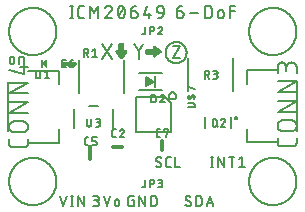
<source format=gbr>
G04 EAGLE Gerber RS-274X export*
G75*
%MOMM*%
%FSLAX34Y34*%
%LPD*%
%INSilkscreen Top*%
%IPPOS*%
%AMOC8*
5,1,8,0,0,1.08239X$1,22.5*%
G01*
%ADD10C,0.152400*%
%ADD11C,0.127000*%
%ADD12C,0.203200*%
%ADD13C,0.304800*%
%ADD14R,0.127000X0.762000*%
%ADD15R,0.200000X1.000000*%

G36*
X128407Y130231D02*
X128407Y130231D01*
X128517Y130238D01*
X128564Y130253D01*
X128613Y130260D01*
X128715Y130302D01*
X128819Y130336D01*
X128861Y130363D01*
X128907Y130381D01*
X129042Y130470D01*
X134122Y134280D01*
X134172Y134328D01*
X134226Y134367D01*
X134269Y134419D01*
X134325Y134471D01*
X134336Y134487D01*
X134350Y134501D01*
X134390Y134566D01*
X134428Y134612D01*
X134454Y134667D01*
X134500Y134736D01*
X134506Y134755D01*
X134516Y134772D01*
X134541Y134851D01*
X134564Y134900D01*
X134574Y134954D01*
X134603Y135037D01*
X134604Y135057D01*
X134610Y135076D01*
X134614Y135164D01*
X134624Y135212D01*
X134621Y135262D01*
X134628Y135354D01*
X134625Y135374D01*
X134625Y135393D01*
X134607Y135484D01*
X134604Y135530D01*
X134590Y135574D01*
X134573Y135668D01*
X134565Y135686D01*
X134561Y135705D01*
X134519Y135791D01*
X134506Y135832D01*
X134482Y135869D01*
X134443Y135958D01*
X134430Y135973D01*
X134422Y135991D01*
X134359Y136064D01*
X134336Y136101D01*
X134304Y136131D01*
X134244Y136206D01*
X134223Y136224D01*
X134215Y136233D01*
X134199Y136244D01*
X134122Y136310D01*
X129042Y140120D01*
X129037Y140123D01*
X129033Y140127D01*
X128996Y140147D01*
X128961Y140176D01*
X128861Y140223D01*
X128765Y140278D01*
X128717Y140291D01*
X128673Y140312D01*
X128565Y140333D01*
X128458Y140362D01*
X128409Y140362D01*
X128361Y140372D01*
X128307Y140368D01*
X128286Y140370D01*
X128280Y140370D01*
X128242Y140365D01*
X128140Y140367D01*
X128092Y140355D01*
X128043Y140352D01*
X127982Y140332D01*
X127964Y140330D01*
X127928Y140316D01*
X127831Y140292D01*
X127787Y140269D01*
X127741Y140254D01*
X127687Y140220D01*
X127669Y140213D01*
X127635Y140188D01*
X127550Y140143D01*
X127514Y140110D01*
X127472Y140084D01*
X127431Y140040D01*
X127411Y140026D01*
X127382Y139990D01*
X127315Y139929D01*
X127288Y139888D01*
X127254Y139852D01*
X127227Y139803D01*
X127209Y139781D01*
X127186Y139734D01*
X127140Y139664D01*
X127124Y139617D01*
X127100Y139574D01*
X127088Y139524D01*
X127073Y139493D01*
X127062Y139435D01*
X127037Y139363D01*
X127033Y139314D01*
X127021Y139266D01*
X127017Y139199D01*
X127013Y139181D01*
X127014Y139163D01*
X127011Y139105D01*
X127011Y137834D01*
X121930Y137834D01*
X121812Y137819D01*
X121693Y137812D01*
X121655Y137799D01*
X121614Y137794D01*
X121504Y137751D01*
X121391Y137714D01*
X121356Y137692D01*
X121319Y137677D01*
X121223Y137608D01*
X121122Y137544D01*
X121094Y137514D01*
X121061Y137491D01*
X120986Y137399D01*
X120904Y137312D01*
X120884Y137277D01*
X120859Y137246D01*
X120808Y137138D01*
X120750Y137034D01*
X120740Y136994D01*
X120723Y136958D01*
X120701Y136841D01*
X120671Y136726D01*
X120667Y136666D01*
X120663Y136646D01*
X120663Y136643D01*
X120664Y136624D01*
X120661Y136565D01*
X120661Y134025D01*
X120676Y133907D01*
X120683Y133788D01*
X120696Y133750D01*
X120701Y133709D01*
X120744Y133599D01*
X120781Y133486D01*
X120803Y133451D01*
X120818Y133414D01*
X120888Y133318D01*
X120951Y133217D01*
X120981Y133189D01*
X121004Y133156D01*
X121096Y133081D01*
X121183Y132999D01*
X121218Y132979D01*
X121249Y132954D01*
X121357Y132903D01*
X121461Y132845D01*
X121501Y132835D01*
X121537Y132818D01*
X121654Y132796D01*
X121769Y132766D01*
X121830Y132762D01*
X121850Y132758D01*
X121870Y132760D01*
X121930Y132756D01*
X127011Y132756D01*
X127011Y131485D01*
X127017Y131436D01*
X127015Y131387D01*
X127037Y131279D01*
X127051Y131169D01*
X127069Y131124D01*
X127079Y131075D01*
X127127Y130976D01*
X127168Y130874D01*
X127197Y130834D01*
X127218Y130789D01*
X127290Y130706D01*
X127354Y130616D01*
X127393Y130585D01*
X127425Y130547D01*
X127515Y130484D01*
X127599Y130414D01*
X127644Y130393D01*
X127685Y130364D01*
X127788Y130325D01*
X127887Y130278D01*
X127936Y130269D01*
X127982Y130251D01*
X128092Y130239D01*
X128200Y130218D01*
X128249Y130221D01*
X128298Y130216D01*
X128407Y130231D01*
G37*
G36*
X100399Y128871D02*
X100399Y128871D01*
X100418Y128870D01*
X100555Y128898D01*
X100693Y128922D01*
X100711Y128930D01*
X100730Y128934D01*
X100855Y128995D01*
X100983Y129052D01*
X100998Y129065D01*
X101016Y129073D01*
X101122Y129164D01*
X101231Y129251D01*
X101249Y129272D01*
X101258Y129280D01*
X101269Y129296D01*
X101335Y129373D01*
X105145Y134453D01*
X105169Y134496D01*
X105199Y134531D01*
X105199Y134532D01*
X105201Y134534D01*
X105248Y134634D01*
X105303Y134730D01*
X105316Y134778D01*
X105337Y134822D01*
X105358Y134930D01*
X105387Y135037D01*
X105387Y135086D01*
X105397Y135135D01*
X105390Y135244D01*
X105392Y135355D01*
X105380Y135403D01*
X105377Y135452D01*
X105343Y135556D01*
X105317Y135664D01*
X105294Y135708D01*
X105279Y135754D01*
X105220Y135847D01*
X105168Y135945D01*
X105135Y135981D01*
X105109Y136023D01*
X105028Y136099D01*
X104954Y136180D01*
X104913Y136207D01*
X104877Y136241D01*
X104781Y136294D01*
X104689Y136355D01*
X104642Y136371D01*
X104599Y136395D01*
X104492Y136422D01*
X104388Y136458D01*
X104339Y136462D01*
X104291Y136474D01*
X104130Y136484D01*
X102859Y136484D01*
X102859Y141565D01*
X102844Y141683D01*
X102837Y141802D01*
X102824Y141840D01*
X102819Y141881D01*
X102776Y141991D01*
X102739Y142104D01*
X102717Y142139D01*
X102702Y142176D01*
X102633Y142272D01*
X102569Y142373D01*
X102539Y142401D01*
X102516Y142434D01*
X102424Y142510D01*
X102337Y142591D01*
X102302Y142611D01*
X102271Y142636D01*
X102163Y142687D01*
X102059Y142745D01*
X102019Y142755D01*
X101983Y142772D01*
X101866Y142794D01*
X101751Y142824D01*
X101691Y142828D01*
X101671Y142832D01*
X101650Y142830D01*
X101590Y142834D01*
X99050Y142834D01*
X98932Y142819D01*
X98813Y142812D01*
X98775Y142799D01*
X98734Y142794D01*
X98624Y142751D01*
X98511Y142714D01*
X98476Y142692D01*
X98439Y142677D01*
X98343Y142608D01*
X98242Y142544D01*
X98214Y142514D01*
X98181Y142491D01*
X98106Y142399D01*
X98024Y142312D01*
X98004Y142277D01*
X97979Y142246D01*
X97928Y142138D01*
X97870Y142034D01*
X97860Y141994D01*
X97843Y141958D01*
X97821Y141841D01*
X97791Y141726D01*
X97787Y141666D01*
X97783Y141646D01*
X97784Y141640D01*
X97783Y141639D01*
X97784Y141622D01*
X97781Y141565D01*
X97781Y136484D01*
X96510Y136484D01*
X96461Y136478D01*
X96412Y136480D01*
X96304Y136458D01*
X96194Y136444D01*
X96149Y136426D01*
X96100Y136416D01*
X96001Y136368D01*
X95899Y136327D01*
X95859Y136298D01*
X95814Y136277D01*
X95731Y136205D01*
X95641Y136141D01*
X95610Y136102D01*
X95572Y136070D01*
X95509Y135980D01*
X95439Y135896D01*
X95418Y135851D01*
X95389Y135810D01*
X95350Y135707D01*
X95303Y135608D01*
X95294Y135559D01*
X95276Y135513D01*
X95264Y135403D01*
X95243Y135296D01*
X95246Y135246D01*
X95241Y135197D01*
X95256Y135088D01*
X95263Y134978D01*
X95278Y134931D01*
X95285Y134882D01*
X95327Y134780D01*
X95361Y134676D01*
X95388Y134634D01*
X95406Y134588D01*
X95495Y134453D01*
X99305Y129373D01*
X99402Y129273D01*
X99496Y129170D01*
X99512Y129159D01*
X99526Y129145D01*
X99645Y129072D01*
X99761Y128995D01*
X99780Y128989D01*
X99797Y128979D01*
X99930Y128937D01*
X100062Y128892D01*
X100082Y128891D01*
X100101Y128885D01*
X100240Y128878D01*
X100379Y128867D01*
X100399Y128871D01*
G37*
G36*
X123140Y106848D02*
X123140Y106848D01*
X123211Y106846D01*
X123281Y106865D01*
X123352Y106873D01*
X123407Y106898D01*
X123486Y106918D01*
X123589Y106979D01*
X123658Y107010D01*
X126658Y109010D01*
X126745Y109087D01*
X126835Y109160D01*
X126850Y109182D01*
X126870Y109200D01*
X126932Y109297D01*
X126999Y109392D01*
X127007Y109418D01*
X127022Y109440D01*
X127054Y109551D01*
X127092Y109661D01*
X127093Y109688D01*
X127100Y109713D01*
X127100Y109829D01*
X127106Y109945D01*
X127100Y109971D01*
X127100Y109998D01*
X127068Y110109D01*
X127042Y110222D01*
X127029Y110245D01*
X127021Y110271D01*
X126959Y110369D01*
X126903Y110470D01*
X126885Y110486D01*
X126870Y110511D01*
X126662Y110696D01*
X126658Y110700D01*
X123658Y112700D01*
X123594Y112731D01*
X123534Y112771D01*
X123466Y112792D01*
X123402Y112823D01*
X123331Y112835D01*
X123263Y112856D01*
X123192Y112858D01*
X123122Y112870D01*
X123050Y112862D01*
X122979Y112864D01*
X122910Y112846D01*
X122839Y112837D01*
X122773Y112810D01*
X122704Y112792D01*
X122643Y112755D01*
X122577Y112728D01*
X122521Y112683D01*
X122459Y112647D01*
X122410Y112595D01*
X122355Y112550D01*
X122314Y112492D01*
X122265Y112439D01*
X122232Y112376D01*
X122191Y112318D01*
X122168Y112250D01*
X122135Y112186D01*
X122125Y112127D01*
X122098Y112049D01*
X122092Y111930D01*
X122080Y111855D01*
X122080Y107855D01*
X122090Y107784D01*
X122090Y107712D01*
X122110Y107644D01*
X122120Y107574D01*
X122149Y107508D01*
X122169Y107439D01*
X122207Y107379D01*
X122236Y107314D01*
X122282Y107259D01*
X122320Y107199D01*
X122374Y107151D01*
X122420Y107097D01*
X122479Y107057D01*
X122533Y107010D01*
X122597Y106979D01*
X122656Y106940D01*
X122725Y106918D01*
X122789Y106887D01*
X122859Y106875D01*
X122927Y106854D01*
X122999Y106852D01*
X123070Y106840D01*
X123140Y106848D01*
G37*
G36*
X36713Y121798D02*
X36713Y121798D01*
X36742Y121795D01*
X36834Y121815D01*
X36927Y121828D01*
X36954Y121841D01*
X36983Y121847D01*
X37063Y121895D01*
X37147Y121937D01*
X37168Y121958D01*
X37194Y121973D01*
X37255Y122045D01*
X37321Y122111D01*
X37334Y122137D01*
X37354Y122160D01*
X37389Y122247D01*
X37431Y122331D01*
X37435Y122361D01*
X37446Y122388D01*
X37464Y122555D01*
X37464Y127635D01*
X37459Y127664D01*
X37462Y127694D01*
X37440Y127785D01*
X37425Y127878D01*
X37411Y127904D01*
X37404Y127933D01*
X37353Y128012D01*
X37309Y128095D01*
X37288Y128116D01*
X37272Y128141D01*
X37199Y128200D01*
X37131Y128265D01*
X37104Y128277D01*
X37081Y128296D01*
X36993Y128329D01*
X36908Y128368D01*
X36878Y128371D01*
X36851Y128382D01*
X36757Y128385D01*
X36664Y128395D01*
X36634Y128389D01*
X36605Y128390D01*
X36515Y128363D01*
X36423Y128343D01*
X36398Y128328D01*
X36369Y128319D01*
X36227Y128229D01*
X33052Y125689D01*
X32983Y125612D01*
X32910Y125539D01*
X32901Y125522D01*
X32888Y125507D01*
X32846Y125411D01*
X32800Y125319D01*
X32798Y125299D01*
X32790Y125281D01*
X32781Y125178D01*
X32767Y125075D01*
X32771Y125056D01*
X32769Y125036D01*
X32794Y124935D01*
X32813Y124833D01*
X32823Y124816D01*
X32827Y124797D01*
X32883Y124710D01*
X32934Y124619D01*
X32951Y124602D01*
X32959Y124589D01*
X32984Y124569D01*
X33052Y124501D01*
X36227Y121961D01*
X36253Y121946D01*
X36275Y121926D01*
X36360Y121886D01*
X36442Y121840D01*
X36471Y121834D01*
X36498Y121822D01*
X36591Y121812D01*
X36683Y121794D01*
X36713Y121798D01*
G37*
D10*
X48314Y13208D02*
X51192Y4572D01*
X54071Y13208D01*
X58507Y13208D02*
X58507Y4572D01*
X57548Y4572D02*
X59467Y4572D01*
X59467Y13208D02*
X57548Y13208D01*
X63729Y13208D02*
X63729Y4572D01*
X68526Y4572D02*
X63729Y13208D01*
X68526Y13208D02*
X68526Y4572D01*
X76632Y4572D02*
X79031Y4572D01*
X79128Y4574D01*
X79224Y4580D01*
X79320Y4589D01*
X79416Y4603D01*
X79511Y4620D01*
X79605Y4642D01*
X79698Y4667D01*
X79791Y4695D01*
X79882Y4728D01*
X79971Y4764D01*
X80059Y4804D01*
X80146Y4847D01*
X80231Y4893D01*
X80313Y4943D01*
X80394Y4997D01*
X80472Y5053D01*
X80548Y5113D01*
X80622Y5175D01*
X80693Y5241D01*
X80761Y5309D01*
X80827Y5380D01*
X80889Y5454D01*
X80949Y5530D01*
X81005Y5608D01*
X81059Y5689D01*
X81109Y5771D01*
X81155Y5856D01*
X81198Y5943D01*
X81238Y6031D01*
X81274Y6120D01*
X81307Y6211D01*
X81335Y6304D01*
X81360Y6397D01*
X81382Y6491D01*
X81399Y6586D01*
X81413Y6682D01*
X81422Y6778D01*
X81428Y6874D01*
X81430Y6971D01*
X81428Y7068D01*
X81422Y7164D01*
X81413Y7260D01*
X81399Y7356D01*
X81382Y7451D01*
X81360Y7545D01*
X81335Y7638D01*
X81307Y7731D01*
X81274Y7822D01*
X81238Y7911D01*
X81198Y7999D01*
X81155Y8086D01*
X81109Y8170D01*
X81059Y8253D01*
X81005Y8334D01*
X80949Y8412D01*
X80889Y8488D01*
X80827Y8562D01*
X80761Y8633D01*
X80693Y8701D01*
X80622Y8767D01*
X80548Y8829D01*
X80472Y8889D01*
X80394Y8945D01*
X80313Y8999D01*
X80231Y9049D01*
X80146Y9095D01*
X80059Y9138D01*
X79971Y9178D01*
X79882Y9214D01*
X79791Y9247D01*
X79698Y9275D01*
X79605Y9300D01*
X79511Y9322D01*
X79416Y9339D01*
X79320Y9353D01*
X79224Y9362D01*
X79128Y9368D01*
X79031Y9370D01*
X79511Y13208D02*
X76632Y13208D01*
X79511Y13208D02*
X79597Y13206D01*
X79683Y13200D01*
X79769Y13191D01*
X79854Y13177D01*
X79938Y13160D01*
X80022Y13139D01*
X80104Y13114D01*
X80185Y13086D01*
X80265Y13054D01*
X80344Y13018D01*
X80420Y12979D01*
X80495Y12936D01*
X80568Y12891D01*
X80639Y12842D01*
X80707Y12789D01*
X80774Y12734D01*
X80837Y12676D01*
X80898Y12615D01*
X80956Y12552D01*
X81011Y12485D01*
X81064Y12417D01*
X81113Y12346D01*
X81158Y12273D01*
X81201Y12198D01*
X81240Y12122D01*
X81276Y12043D01*
X81308Y11963D01*
X81336Y11882D01*
X81361Y11800D01*
X81382Y11716D01*
X81399Y11632D01*
X81413Y11547D01*
X81422Y11461D01*
X81428Y11375D01*
X81430Y11289D01*
X81428Y11203D01*
X81422Y11117D01*
X81413Y11031D01*
X81399Y10946D01*
X81382Y10862D01*
X81361Y10778D01*
X81336Y10696D01*
X81308Y10615D01*
X81276Y10535D01*
X81240Y10456D01*
X81201Y10380D01*
X81158Y10305D01*
X81113Y10232D01*
X81064Y10161D01*
X81011Y10093D01*
X80956Y10026D01*
X80898Y9963D01*
X80837Y9902D01*
X80774Y9844D01*
X80707Y9789D01*
X80639Y9736D01*
X80568Y9687D01*
X80495Y9642D01*
X80420Y9599D01*
X80344Y9560D01*
X80265Y9524D01*
X80185Y9492D01*
X80104Y9464D01*
X80022Y9439D01*
X79938Y9418D01*
X79854Y9401D01*
X79769Y9387D01*
X79683Y9378D01*
X79597Y9372D01*
X79511Y9370D01*
X77591Y9370D01*
X85296Y13208D02*
X88175Y4572D01*
X91053Y13208D01*
X94790Y8410D02*
X94790Y6491D01*
X94790Y8410D02*
X94792Y8496D01*
X94798Y8582D01*
X94807Y8668D01*
X94821Y8753D01*
X94838Y8837D01*
X94859Y8921D01*
X94884Y9003D01*
X94912Y9084D01*
X94944Y9164D01*
X94980Y9243D01*
X95019Y9319D01*
X95062Y9394D01*
X95107Y9467D01*
X95156Y9538D01*
X95209Y9606D01*
X95264Y9673D01*
X95322Y9736D01*
X95383Y9797D01*
X95446Y9855D01*
X95513Y9910D01*
X95581Y9963D01*
X95652Y10012D01*
X95725Y10057D01*
X95800Y10100D01*
X95876Y10139D01*
X95955Y10175D01*
X96035Y10207D01*
X96116Y10235D01*
X96198Y10260D01*
X96282Y10281D01*
X96366Y10298D01*
X96451Y10312D01*
X96537Y10321D01*
X96623Y10327D01*
X96709Y10329D01*
X96795Y10327D01*
X96881Y10321D01*
X96967Y10312D01*
X97052Y10298D01*
X97136Y10281D01*
X97220Y10260D01*
X97302Y10235D01*
X97383Y10207D01*
X97463Y10175D01*
X97542Y10139D01*
X97618Y10100D01*
X97693Y10057D01*
X97766Y10012D01*
X97837Y9963D01*
X97905Y9910D01*
X97972Y9855D01*
X98035Y9797D01*
X98096Y9736D01*
X98154Y9673D01*
X98209Y9606D01*
X98262Y9538D01*
X98311Y9467D01*
X98356Y9394D01*
X98399Y9319D01*
X98438Y9243D01*
X98474Y9164D01*
X98506Y9084D01*
X98534Y9003D01*
X98559Y8921D01*
X98580Y8837D01*
X98597Y8753D01*
X98611Y8668D01*
X98620Y8582D01*
X98626Y8496D01*
X98628Y8410D01*
X98628Y6491D01*
X98626Y6405D01*
X98620Y6319D01*
X98611Y6233D01*
X98597Y6148D01*
X98580Y6064D01*
X98559Y5980D01*
X98534Y5898D01*
X98506Y5817D01*
X98474Y5737D01*
X98438Y5658D01*
X98399Y5582D01*
X98356Y5507D01*
X98311Y5434D01*
X98262Y5363D01*
X98209Y5295D01*
X98154Y5228D01*
X98096Y5165D01*
X98035Y5104D01*
X97972Y5046D01*
X97905Y4991D01*
X97837Y4938D01*
X97766Y4889D01*
X97693Y4844D01*
X97618Y4801D01*
X97542Y4762D01*
X97463Y4726D01*
X97383Y4694D01*
X97302Y4666D01*
X97220Y4641D01*
X97136Y4620D01*
X97052Y4603D01*
X96967Y4589D01*
X96881Y4580D01*
X96795Y4574D01*
X96709Y4572D01*
X96623Y4574D01*
X96537Y4580D01*
X96451Y4589D01*
X96366Y4603D01*
X96282Y4620D01*
X96198Y4641D01*
X96116Y4666D01*
X96035Y4694D01*
X95955Y4726D01*
X95876Y4762D01*
X95800Y4801D01*
X95725Y4844D01*
X95652Y4889D01*
X95581Y4938D01*
X95513Y4991D01*
X95446Y5046D01*
X95383Y5104D01*
X95322Y5165D01*
X95264Y5228D01*
X95209Y5295D01*
X95156Y5363D01*
X95107Y5434D01*
X95062Y5507D01*
X95019Y5582D01*
X94980Y5658D01*
X94944Y5737D01*
X94912Y5817D01*
X94884Y5898D01*
X94859Y5980D01*
X94838Y6064D01*
X94821Y6148D01*
X94807Y6233D01*
X94798Y6319D01*
X94792Y6405D01*
X94790Y6491D01*
X109316Y9370D02*
X110755Y9370D01*
X110755Y4572D01*
X107877Y4572D01*
X107791Y4574D01*
X107705Y4580D01*
X107619Y4589D01*
X107534Y4603D01*
X107450Y4620D01*
X107366Y4641D01*
X107284Y4666D01*
X107203Y4694D01*
X107123Y4726D01*
X107044Y4762D01*
X106968Y4801D01*
X106893Y4844D01*
X106820Y4889D01*
X106749Y4938D01*
X106681Y4991D01*
X106614Y5046D01*
X106551Y5104D01*
X106490Y5165D01*
X106432Y5228D01*
X106377Y5295D01*
X106324Y5363D01*
X106275Y5434D01*
X106230Y5507D01*
X106187Y5582D01*
X106148Y5658D01*
X106112Y5737D01*
X106080Y5817D01*
X106052Y5898D01*
X106027Y5980D01*
X106006Y6064D01*
X105989Y6148D01*
X105975Y6233D01*
X105966Y6319D01*
X105960Y6405D01*
X105958Y6491D01*
X105958Y11289D01*
X105960Y11375D01*
X105966Y11461D01*
X105975Y11547D01*
X105989Y11632D01*
X106006Y11716D01*
X106027Y11800D01*
X106052Y11882D01*
X106080Y11963D01*
X106112Y12043D01*
X106148Y12122D01*
X106187Y12198D01*
X106230Y12273D01*
X106275Y12346D01*
X106324Y12417D01*
X106377Y12485D01*
X106432Y12552D01*
X106490Y12615D01*
X106551Y12676D01*
X106614Y12734D01*
X106681Y12789D01*
X106749Y12841D01*
X106820Y12891D01*
X106893Y12936D01*
X106968Y12979D01*
X107044Y13018D01*
X107123Y13054D01*
X107203Y13086D01*
X107284Y13114D01*
X107366Y13139D01*
X107450Y13160D01*
X107534Y13177D01*
X107619Y13191D01*
X107705Y13200D01*
X107791Y13206D01*
X107877Y13208D01*
X110755Y13208D01*
X115711Y13208D02*
X115711Y4572D01*
X120509Y4572D02*
X115711Y13208D01*
X120509Y13208D02*
X120509Y4572D01*
X125465Y4572D02*
X125465Y13208D01*
X127864Y13208D01*
X127961Y13206D01*
X128057Y13200D01*
X128153Y13191D01*
X128249Y13177D01*
X128344Y13160D01*
X128438Y13138D01*
X128531Y13113D01*
X128624Y13085D01*
X128715Y13052D01*
X128804Y13016D01*
X128892Y12976D01*
X128979Y12933D01*
X129064Y12887D01*
X129146Y12837D01*
X129227Y12783D01*
X129305Y12727D01*
X129381Y12667D01*
X129455Y12605D01*
X129526Y12539D01*
X129594Y12471D01*
X129660Y12400D01*
X129722Y12326D01*
X129782Y12250D01*
X129838Y12172D01*
X129892Y12091D01*
X129942Y12009D01*
X129988Y11924D01*
X130031Y11837D01*
X130071Y11749D01*
X130107Y11660D01*
X130140Y11569D01*
X130168Y11476D01*
X130193Y11383D01*
X130215Y11289D01*
X130232Y11194D01*
X130246Y11098D01*
X130255Y11002D01*
X130261Y10906D01*
X130263Y10809D01*
X130262Y10809D02*
X130262Y6971D01*
X130263Y6971D02*
X130261Y6874D01*
X130255Y6778D01*
X130246Y6682D01*
X130232Y6586D01*
X130215Y6491D01*
X130193Y6397D01*
X130168Y6304D01*
X130140Y6211D01*
X130107Y6120D01*
X130071Y6031D01*
X130031Y5943D01*
X129988Y5856D01*
X129942Y5771D01*
X129892Y5689D01*
X129838Y5608D01*
X129782Y5530D01*
X129722Y5454D01*
X129660Y5380D01*
X129594Y5309D01*
X129526Y5241D01*
X129455Y5175D01*
X129381Y5113D01*
X129305Y5053D01*
X129227Y4997D01*
X129146Y4943D01*
X129064Y4893D01*
X128979Y4847D01*
X128892Y4804D01*
X128804Y4764D01*
X128715Y4728D01*
X128624Y4695D01*
X128531Y4667D01*
X128438Y4642D01*
X128344Y4620D01*
X128249Y4603D01*
X128153Y4589D01*
X128057Y4580D01*
X127961Y4574D01*
X127864Y4572D01*
X125465Y4572D01*
X132265Y37592D02*
X132351Y37594D01*
X132437Y37600D01*
X132523Y37609D01*
X132608Y37623D01*
X132692Y37640D01*
X132776Y37661D01*
X132858Y37686D01*
X132939Y37714D01*
X133019Y37746D01*
X133098Y37782D01*
X133174Y37821D01*
X133249Y37864D01*
X133322Y37909D01*
X133393Y37959D01*
X133461Y38011D01*
X133528Y38066D01*
X133591Y38124D01*
X133652Y38185D01*
X133710Y38248D01*
X133765Y38315D01*
X133818Y38383D01*
X133867Y38454D01*
X133912Y38527D01*
X133955Y38602D01*
X133994Y38678D01*
X134030Y38757D01*
X134062Y38837D01*
X134090Y38918D01*
X134115Y39000D01*
X134136Y39084D01*
X134153Y39168D01*
X134167Y39253D01*
X134176Y39339D01*
X134182Y39425D01*
X134184Y39511D01*
X132265Y37592D02*
X132142Y37594D01*
X132019Y37599D01*
X131896Y37609D01*
X131774Y37622D01*
X131652Y37639D01*
X131530Y37659D01*
X131410Y37683D01*
X131290Y37711D01*
X131171Y37742D01*
X131053Y37777D01*
X130936Y37816D01*
X130820Y37858D01*
X130706Y37904D01*
X130593Y37953D01*
X130482Y38005D01*
X130372Y38061D01*
X130264Y38120D01*
X130158Y38183D01*
X130053Y38248D01*
X129951Y38317D01*
X129851Y38389D01*
X129754Y38464D01*
X129658Y38541D01*
X129565Y38622D01*
X129474Y38705D01*
X129386Y38791D01*
X129626Y44309D02*
X129628Y44395D01*
X129634Y44481D01*
X129643Y44567D01*
X129657Y44652D01*
X129674Y44736D01*
X129695Y44820D01*
X129720Y44902D01*
X129748Y44983D01*
X129780Y45063D01*
X129816Y45142D01*
X129855Y45218D01*
X129898Y45293D01*
X129943Y45366D01*
X129992Y45437D01*
X130045Y45505D01*
X130100Y45572D01*
X130158Y45635D01*
X130219Y45696D01*
X130282Y45754D01*
X130349Y45809D01*
X130417Y45862D01*
X130488Y45911D01*
X130561Y45956D01*
X130636Y45999D01*
X130712Y46038D01*
X130791Y46074D01*
X130871Y46106D01*
X130952Y46134D01*
X131034Y46159D01*
X131118Y46180D01*
X131202Y46197D01*
X131287Y46211D01*
X131373Y46220D01*
X131459Y46226D01*
X131545Y46228D01*
X131661Y46226D01*
X131776Y46221D01*
X131892Y46211D01*
X132007Y46198D01*
X132121Y46182D01*
X132235Y46161D01*
X132349Y46137D01*
X132461Y46109D01*
X132572Y46078D01*
X132683Y46043D01*
X132792Y46005D01*
X132900Y45963D01*
X133006Y45918D01*
X133112Y45869D01*
X133215Y45817D01*
X133317Y45762D01*
X133416Y45703D01*
X133514Y45641D01*
X133610Y45576D01*
X133704Y45508D01*
X130585Y42630D02*
X130511Y42676D01*
X130438Y42726D01*
X130368Y42779D01*
X130300Y42835D01*
X130235Y42894D01*
X130172Y42956D01*
X130113Y43021D01*
X130056Y43088D01*
X130002Y43158D01*
X129952Y43230D01*
X129905Y43304D01*
X129861Y43380D01*
X129821Y43459D01*
X129785Y43539D01*
X129752Y43620D01*
X129723Y43703D01*
X129697Y43788D01*
X129675Y43873D01*
X129658Y43959D01*
X129644Y44046D01*
X129634Y44133D01*
X129628Y44221D01*
X129626Y44309D01*
X133225Y41190D02*
X133299Y41144D01*
X133372Y41094D01*
X133442Y41041D01*
X133510Y40985D01*
X133575Y40926D01*
X133638Y40864D01*
X133697Y40799D01*
X133754Y40732D01*
X133808Y40662D01*
X133858Y40590D01*
X133905Y40516D01*
X133949Y40440D01*
X133989Y40361D01*
X134025Y40281D01*
X134058Y40200D01*
X134087Y40117D01*
X134113Y40032D01*
X134135Y39947D01*
X134152Y39861D01*
X134166Y39774D01*
X134176Y39687D01*
X134182Y39599D01*
X134184Y39511D01*
X133224Y41190D02*
X130585Y42630D01*
X140106Y37592D02*
X142025Y37592D01*
X140106Y37592D02*
X140020Y37594D01*
X139934Y37600D01*
X139848Y37609D01*
X139763Y37623D01*
X139679Y37640D01*
X139595Y37661D01*
X139513Y37686D01*
X139432Y37714D01*
X139352Y37746D01*
X139273Y37782D01*
X139197Y37821D01*
X139122Y37864D01*
X139049Y37909D01*
X138978Y37958D01*
X138910Y38011D01*
X138843Y38066D01*
X138780Y38124D01*
X138719Y38185D01*
X138661Y38248D01*
X138606Y38315D01*
X138553Y38383D01*
X138504Y38454D01*
X138459Y38527D01*
X138416Y38602D01*
X138377Y38678D01*
X138341Y38757D01*
X138309Y38837D01*
X138281Y38918D01*
X138256Y39000D01*
X138235Y39084D01*
X138218Y39168D01*
X138204Y39253D01*
X138195Y39339D01*
X138189Y39425D01*
X138187Y39511D01*
X138187Y44309D01*
X138189Y44395D01*
X138195Y44481D01*
X138204Y44567D01*
X138218Y44652D01*
X138235Y44736D01*
X138256Y44820D01*
X138281Y44902D01*
X138309Y44983D01*
X138341Y45063D01*
X138377Y45142D01*
X138416Y45218D01*
X138459Y45293D01*
X138504Y45366D01*
X138553Y45437D01*
X138606Y45505D01*
X138661Y45572D01*
X138719Y45635D01*
X138780Y45696D01*
X138843Y45754D01*
X138910Y45809D01*
X138978Y45861D01*
X139049Y45911D01*
X139122Y45956D01*
X139197Y45999D01*
X139273Y46038D01*
X139352Y46074D01*
X139432Y46106D01*
X139513Y46134D01*
X139595Y46159D01*
X139679Y46180D01*
X139763Y46197D01*
X139848Y46211D01*
X139934Y46220D01*
X140020Y46226D01*
X140106Y46228D01*
X142025Y46228D01*
X146176Y46228D02*
X146176Y37592D01*
X150014Y37592D01*
X159233Y6491D02*
X159231Y6405D01*
X159225Y6319D01*
X159216Y6233D01*
X159202Y6148D01*
X159185Y6064D01*
X159164Y5980D01*
X159139Y5898D01*
X159111Y5817D01*
X159079Y5737D01*
X159043Y5658D01*
X159004Y5582D01*
X158961Y5507D01*
X158916Y5434D01*
X158867Y5363D01*
X158814Y5295D01*
X158759Y5228D01*
X158701Y5165D01*
X158640Y5104D01*
X158577Y5046D01*
X158510Y4991D01*
X158442Y4939D01*
X158371Y4889D01*
X158298Y4844D01*
X158223Y4801D01*
X158147Y4762D01*
X158068Y4726D01*
X157988Y4694D01*
X157907Y4666D01*
X157825Y4641D01*
X157741Y4620D01*
X157657Y4603D01*
X157572Y4589D01*
X157486Y4580D01*
X157400Y4574D01*
X157314Y4572D01*
X157313Y4572D02*
X157190Y4574D01*
X157067Y4579D01*
X156944Y4589D01*
X156822Y4602D01*
X156700Y4619D01*
X156578Y4639D01*
X156458Y4663D01*
X156338Y4691D01*
X156219Y4722D01*
X156101Y4757D01*
X155984Y4796D01*
X155868Y4838D01*
X155754Y4884D01*
X155641Y4933D01*
X155530Y4985D01*
X155420Y5041D01*
X155312Y5100D01*
X155206Y5163D01*
X155101Y5228D01*
X154999Y5297D01*
X154899Y5369D01*
X154802Y5444D01*
X154706Y5521D01*
X154613Y5602D01*
X154522Y5685D01*
X154434Y5771D01*
X154675Y11289D02*
X154677Y11375D01*
X154683Y11461D01*
X154692Y11547D01*
X154706Y11632D01*
X154723Y11716D01*
X154744Y11800D01*
X154769Y11882D01*
X154797Y11963D01*
X154829Y12043D01*
X154865Y12122D01*
X154904Y12198D01*
X154947Y12273D01*
X154992Y12346D01*
X155041Y12417D01*
X155094Y12485D01*
X155149Y12552D01*
X155207Y12615D01*
X155268Y12676D01*
X155331Y12734D01*
X155398Y12789D01*
X155466Y12842D01*
X155537Y12891D01*
X155610Y12936D01*
X155685Y12979D01*
X155761Y13018D01*
X155840Y13054D01*
X155920Y13086D01*
X156001Y13114D01*
X156083Y13139D01*
X156167Y13160D01*
X156251Y13177D01*
X156336Y13191D01*
X156422Y13200D01*
X156508Y13206D01*
X156594Y13208D01*
X156710Y13206D01*
X156825Y13201D01*
X156941Y13191D01*
X157056Y13178D01*
X157170Y13162D01*
X157284Y13141D01*
X157398Y13117D01*
X157510Y13089D01*
X157621Y13058D01*
X157732Y13023D01*
X157841Y12985D01*
X157949Y12943D01*
X158055Y12898D01*
X158161Y12849D01*
X158264Y12797D01*
X158366Y12742D01*
X158465Y12683D01*
X158563Y12621D01*
X158659Y12556D01*
X158753Y12488D01*
X155634Y9610D02*
X155560Y9656D01*
X155487Y9706D01*
X155417Y9759D01*
X155349Y9815D01*
X155284Y9874D01*
X155221Y9936D01*
X155162Y10001D01*
X155105Y10068D01*
X155051Y10138D01*
X155001Y10210D01*
X154954Y10284D01*
X154910Y10360D01*
X154870Y10439D01*
X154834Y10519D01*
X154801Y10600D01*
X154772Y10683D01*
X154746Y10768D01*
X154724Y10853D01*
X154707Y10939D01*
X154693Y11026D01*
X154683Y11113D01*
X154677Y11201D01*
X154675Y11289D01*
X158274Y8170D02*
X158348Y8124D01*
X158421Y8074D01*
X158491Y8021D01*
X158559Y7965D01*
X158624Y7906D01*
X158687Y7844D01*
X158746Y7779D01*
X158803Y7712D01*
X158857Y7642D01*
X158907Y7570D01*
X158954Y7496D01*
X158998Y7420D01*
X159038Y7341D01*
X159074Y7261D01*
X159107Y7180D01*
X159136Y7097D01*
X159162Y7012D01*
X159184Y6927D01*
X159201Y6841D01*
X159215Y6754D01*
X159225Y6667D01*
X159231Y6579D01*
X159233Y6491D01*
X158273Y8170D02*
X155634Y9610D01*
X163579Y13208D02*
X163579Y4572D01*
X163579Y13208D02*
X165978Y13208D01*
X166075Y13206D01*
X166171Y13200D01*
X166267Y13191D01*
X166363Y13177D01*
X166458Y13160D01*
X166552Y13138D01*
X166645Y13113D01*
X166738Y13085D01*
X166829Y13052D01*
X166918Y13016D01*
X167006Y12976D01*
X167093Y12933D01*
X167178Y12887D01*
X167260Y12837D01*
X167341Y12783D01*
X167419Y12727D01*
X167495Y12667D01*
X167569Y12605D01*
X167640Y12539D01*
X167708Y12471D01*
X167774Y12400D01*
X167836Y12326D01*
X167896Y12250D01*
X167952Y12172D01*
X168006Y12091D01*
X168056Y12009D01*
X168102Y11924D01*
X168145Y11837D01*
X168185Y11749D01*
X168221Y11660D01*
X168254Y11569D01*
X168282Y11476D01*
X168307Y11383D01*
X168329Y11289D01*
X168346Y11194D01*
X168360Y11098D01*
X168369Y11002D01*
X168375Y10906D01*
X168377Y10809D01*
X168377Y6971D01*
X168375Y6874D01*
X168369Y6778D01*
X168360Y6682D01*
X168346Y6586D01*
X168329Y6491D01*
X168307Y6397D01*
X168282Y6304D01*
X168254Y6211D01*
X168221Y6120D01*
X168185Y6031D01*
X168145Y5943D01*
X168102Y5856D01*
X168056Y5771D01*
X168006Y5689D01*
X167952Y5608D01*
X167896Y5530D01*
X167836Y5454D01*
X167774Y5380D01*
X167708Y5309D01*
X167640Y5241D01*
X167569Y5175D01*
X167495Y5113D01*
X167419Y5053D01*
X167341Y4997D01*
X167260Y4943D01*
X167178Y4893D01*
X167093Y4847D01*
X167006Y4804D01*
X166918Y4764D01*
X166829Y4728D01*
X166738Y4695D01*
X166645Y4667D01*
X166552Y4642D01*
X166458Y4620D01*
X166363Y4603D01*
X166267Y4589D01*
X166171Y4580D01*
X166075Y4574D01*
X165978Y4572D01*
X163579Y4572D01*
X172548Y4572D02*
X175426Y13208D01*
X178305Y4572D01*
X177585Y6731D02*
X173267Y6731D01*
X177284Y37592D02*
X177284Y46228D01*
X176324Y37592D02*
X178243Y37592D01*
X178243Y46228D02*
X176324Y46228D01*
X182505Y46228D02*
X182505Y37592D01*
X187302Y37592D02*
X182505Y46228D01*
X187302Y46228D02*
X187302Y37592D01*
X193743Y37592D02*
X193743Y46228D01*
X191344Y46228D02*
X196142Y46228D01*
X199878Y44309D02*
X202277Y46228D01*
X202277Y37592D01*
X199878Y37592D02*
X204676Y37592D01*
D11*
X5715Y127071D02*
X5715Y129046D01*
X5717Y129133D01*
X5723Y129221D01*
X5732Y129308D01*
X5746Y129394D01*
X5763Y129480D01*
X5784Y129564D01*
X5809Y129648D01*
X5838Y129731D01*
X5870Y129812D01*
X5905Y129892D01*
X5944Y129970D01*
X5987Y130047D01*
X6033Y130121D01*
X6082Y130193D01*
X6134Y130263D01*
X6190Y130331D01*
X6248Y130396D01*
X6309Y130459D01*
X6373Y130518D01*
X6440Y130575D01*
X6508Y130629D01*
X6580Y130680D01*
X6653Y130727D01*
X6728Y130772D01*
X6806Y130813D01*
X6885Y130850D01*
X6965Y130884D01*
X7047Y130914D01*
X7130Y130941D01*
X7215Y130964D01*
X7300Y130983D01*
X7386Y130998D01*
X7473Y131010D01*
X7560Y131018D01*
X7647Y131022D01*
X7735Y131022D01*
X7822Y131018D01*
X7909Y131010D01*
X7996Y130998D01*
X8082Y130983D01*
X8167Y130964D01*
X8252Y130941D01*
X8335Y130914D01*
X8417Y130884D01*
X8497Y130850D01*
X8576Y130813D01*
X8654Y130772D01*
X8729Y130727D01*
X8802Y130680D01*
X8874Y130629D01*
X8942Y130575D01*
X9009Y130518D01*
X9073Y130459D01*
X9134Y130396D01*
X9192Y130331D01*
X9248Y130263D01*
X9300Y130193D01*
X9349Y130121D01*
X9395Y130047D01*
X9438Y129970D01*
X9477Y129892D01*
X9512Y129812D01*
X9544Y129731D01*
X9573Y129648D01*
X9598Y129564D01*
X9619Y129480D01*
X9636Y129394D01*
X9650Y129308D01*
X9659Y129221D01*
X9665Y129133D01*
X9667Y129046D01*
X9666Y129046D02*
X9666Y127071D01*
X9667Y127071D02*
X9665Y126984D01*
X9659Y126896D01*
X9650Y126809D01*
X9636Y126723D01*
X9619Y126637D01*
X9598Y126553D01*
X9573Y126469D01*
X9544Y126386D01*
X9512Y126305D01*
X9477Y126225D01*
X9438Y126147D01*
X9395Y126070D01*
X9349Y125996D01*
X9300Y125924D01*
X9248Y125854D01*
X9192Y125786D01*
X9134Y125721D01*
X9073Y125658D01*
X9009Y125599D01*
X8942Y125542D01*
X8874Y125488D01*
X8802Y125437D01*
X8729Y125390D01*
X8654Y125345D01*
X8576Y125304D01*
X8497Y125267D01*
X8417Y125233D01*
X8335Y125203D01*
X8252Y125176D01*
X8167Y125153D01*
X8082Y125134D01*
X7996Y125119D01*
X7909Y125107D01*
X7822Y125099D01*
X7735Y125095D01*
X7647Y125095D01*
X7560Y125099D01*
X7473Y125107D01*
X7386Y125119D01*
X7300Y125134D01*
X7215Y125153D01*
X7130Y125176D01*
X7047Y125203D01*
X6965Y125233D01*
X6885Y125267D01*
X6806Y125304D01*
X6728Y125345D01*
X6653Y125390D01*
X6580Y125437D01*
X6508Y125488D01*
X6440Y125542D01*
X6373Y125599D01*
X6309Y125658D01*
X6248Y125721D01*
X6190Y125786D01*
X6134Y125854D01*
X6082Y125924D01*
X6033Y125996D01*
X5987Y126070D01*
X5944Y126147D01*
X5905Y126225D01*
X5870Y126305D01*
X5838Y126386D01*
X5809Y126469D01*
X5784Y126553D01*
X5763Y126637D01*
X5746Y126723D01*
X5732Y126809D01*
X5723Y126896D01*
X5717Y126984D01*
X5715Y127071D01*
X13945Y125095D02*
X13945Y131022D01*
X16414Y131022D01*
X16489Y131020D01*
X16564Y131014D01*
X16638Y131005D01*
X16712Y130992D01*
X16785Y130975D01*
X16858Y130954D01*
X16929Y130930D01*
X16998Y130902D01*
X17067Y130871D01*
X17133Y130836D01*
X17198Y130798D01*
X17261Y130756D01*
X17321Y130712D01*
X17379Y130664D01*
X17435Y130614D01*
X17488Y130561D01*
X17538Y130505D01*
X17586Y130447D01*
X17630Y130387D01*
X17672Y130324D01*
X17710Y130259D01*
X17745Y130193D01*
X17776Y130124D01*
X17804Y130055D01*
X17828Y129984D01*
X17849Y129911D01*
X17866Y129838D01*
X17879Y129764D01*
X17888Y129690D01*
X17894Y129615D01*
X17896Y129540D01*
X17896Y125095D01*
D10*
X58293Y163576D02*
X58293Y174244D01*
X57107Y163576D02*
X59478Y163576D01*
X59478Y174244D02*
X57107Y174244D01*
X66438Y163576D02*
X68808Y163576D01*
X66438Y163576D02*
X66343Y163578D01*
X66247Y163584D01*
X66152Y163593D01*
X66058Y163607D01*
X65964Y163624D01*
X65871Y163645D01*
X65778Y163670D01*
X65687Y163698D01*
X65597Y163730D01*
X65509Y163766D01*
X65422Y163805D01*
X65336Y163848D01*
X65252Y163894D01*
X65171Y163943D01*
X65091Y163996D01*
X65014Y164052D01*
X64938Y164110D01*
X64866Y164172D01*
X64796Y164237D01*
X64728Y164305D01*
X64663Y164375D01*
X64601Y164447D01*
X64543Y164523D01*
X64487Y164600D01*
X64434Y164680D01*
X64385Y164762D01*
X64339Y164845D01*
X64296Y164931D01*
X64257Y165018D01*
X64221Y165106D01*
X64189Y165196D01*
X64161Y165287D01*
X64136Y165380D01*
X64115Y165473D01*
X64098Y165567D01*
X64084Y165661D01*
X64075Y165756D01*
X64069Y165852D01*
X64067Y165947D01*
X64067Y171873D01*
X64069Y171968D01*
X64075Y172064D01*
X64084Y172159D01*
X64098Y172253D01*
X64115Y172347D01*
X64136Y172440D01*
X64161Y172533D01*
X64189Y172624D01*
X64221Y172714D01*
X64257Y172802D01*
X64296Y172889D01*
X64339Y172975D01*
X64385Y173058D01*
X64434Y173140D01*
X64487Y173220D01*
X64543Y173297D01*
X64601Y173373D01*
X64663Y173445D01*
X64728Y173515D01*
X64796Y173583D01*
X64866Y173648D01*
X64938Y173710D01*
X65014Y173768D01*
X65091Y173824D01*
X65171Y173877D01*
X65252Y173926D01*
X65336Y173972D01*
X65422Y174015D01*
X65509Y174054D01*
X65597Y174090D01*
X65687Y174122D01*
X65778Y174150D01*
X65871Y174175D01*
X65964Y174196D01*
X66058Y174213D01*
X66152Y174227D01*
X66247Y174236D01*
X66342Y174242D01*
X66438Y174244D01*
X68808Y174244D01*
X73756Y174244D02*
X73756Y163576D01*
X77312Y168317D02*
X73756Y174244D01*
X77312Y168317D02*
X80868Y174244D01*
X80868Y163576D01*
X89679Y174244D02*
X89781Y174242D01*
X89883Y174236D01*
X89985Y174226D01*
X90086Y174213D01*
X90187Y174195D01*
X90287Y174174D01*
X90386Y174149D01*
X90484Y174120D01*
X90580Y174087D01*
X90676Y174051D01*
X90770Y174011D01*
X90862Y173967D01*
X90953Y173920D01*
X91042Y173869D01*
X91129Y173816D01*
X91213Y173758D01*
X91296Y173698D01*
X91376Y173635D01*
X91453Y173568D01*
X91528Y173499D01*
X91601Y173426D01*
X91670Y173351D01*
X91737Y173274D01*
X91800Y173194D01*
X91860Y173111D01*
X91918Y173027D01*
X91971Y172940D01*
X92022Y172851D01*
X92069Y172760D01*
X92113Y172668D01*
X92153Y172574D01*
X92189Y172478D01*
X92222Y172382D01*
X92251Y172284D01*
X92276Y172185D01*
X92297Y172085D01*
X92315Y171984D01*
X92328Y171883D01*
X92338Y171781D01*
X92344Y171679D01*
X92346Y171577D01*
X89679Y174244D02*
X89563Y174242D01*
X89446Y174236D01*
X89330Y174226D01*
X89215Y174212D01*
X89100Y174195D01*
X88985Y174173D01*
X88872Y174147D01*
X88759Y174118D01*
X88647Y174085D01*
X88537Y174048D01*
X88428Y174007D01*
X88320Y173963D01*
X88214Y173915D01*
X88110Y173863D01*
X88007Y173808D01*
X87906Y173750D01*
X87808Y173688D01*
X87711Y173623D01*
X87617Y173554D01*
X87525Y173482D01*
X87436Y173408D01*
X87349Y173330D01*
X87265Y173249D01*
X87184Y173166D01*
X87106Y173080D01*
X87030Y172991D01*
X86958Y172900D01*
X86889Y172806D01*
X86823Y172710D01*
X86760Y172612D01*
X86701Y172512D01*
X86645Y172410D01*
X86593Y172306D01*
X86544Y172200D01*
X86499Y172093D01*
X86457Y171984D01*
X86420Y171874D01*
X91457Y169502D02*
X91532Y169576D01*
X91604Y169653D01*
X91673Y169733D01*
X91740Y169815D01*
X91803Y169899D01*
X91863Y169986D01*
X91920Y170074D01*
X91974Y170165D01*
X92024Y170258D01*
X92071Y170352D01*
X92114Y170448D01*
X92154Y170546D01*
X92190Y170645D01*
X92223Y170745D01*
X92251Y170847D01*
X92276Y170949D01*
X92298Y171053D01*
X92315Y171157D01*
X92329Y171261D01*
X92338Y171366D01*
X92344Y171472D01*
X92346Y171577D01*
X91457Y169503D02*
X86419Y163576D01*
X92346Y163576D01*
X97392Y168910D02*
X97395Y169120D01*
X97402Y169330D01*
X97415Y169539D01*
X97432Y169748D01*
X97455Y169957D01*
X97482Y170165D01*
X97514Y170372D01*
X97552Y170579D01*
X97594Y170784D01*
X97641Y170989D01*
X97693Y171192D01*
X97750Y171394D01*
X97812Y171595D01*
X97878Y171794D01*
X97950Y171991D01*
X98026Y172187D01*
X98106Y172381D01*
X98191Y172573D01*
X98281Y172762D01*
X98312Y172847D01*
X98346Y172931D01*
X98384Y173013D01*
X98426Y173094D01*
X98471Y173173D01*
X98519Y173250D01*
X98570Y173325D01*
X98624Y173397D01*
X98681Y173468D01*
X98741Y173536D01*
X98804Y173601D01*
X98869Y173664D01*
X98937Y173724D01*
X99008Y173781D01*
X99080Y173835D01*
X99155Y173887D01*
X99232Y173935D01*
X99311Y173980D01*
X99392Y174021D01*
X99474Y174059D01*
X99558Y174094D01*
X99643Y174125D01*
X99729Y174153D01*
X99816Y174177D01*
X99905Y174197D01*
X99994Y174214D01*
X100084Y174227D01*
X100174Y174237D01*
X100264Y174242D01*
X100355Y174244D01*
X100446Y174242D01*
X100536Y174237D01*
X100626Y174227D01*
X100716Y174214D01*
X100805Y174197D01*
X100894Y174177D01*
X100981Y174153D01*
X101067Y174125D01*
X101152Y174094D01*
X101236Y174059D01*
X101318Y174021D01*
X101399Y173980D01*
X101478Y173935D01*
X101555Y173887D01*
X101630Y173836D01*
X101702Y173781D01*
X101773Y173724D01*
X101841Y173664D01*
X101906Y173601D01*
X101969Y173536D01*
X102029Y173468D01*
X102086Y173397D01*
X102140Y173325D01*
X102191Y173250D01*
X102239Y173173D01*
X102284Y173094D01*
X102326Y173013D01*
X102364Y172931D01*
X102398Y172847D01*
X102429Y172762D01*
X102519Y172573D01*
X102604Y172381D01*
X102684Y172187D01*
X102760Y171991D01*
X102832Y171794D01*
X102898Y171595D01*
X102960Y171394D01*
X103017Y171192D01*
X103069Y170989D01*
X103116Y170784D01*
X103158Y170579D01*
X103196Y170372D01*
X103228Y170165D01*
X103255Y169957D01*
X103278Y169748D01*
X103295Y169539D01*
X103308Y169330D01*
X103315Y169120D01*
X103318Y168910D01*
X97392Y168910D02*
X97395Y168700D01*
X97402Y168490D01*
X97415Y168281D01*
X97432Y168072D01*
X97455Y167863D01*
X97482Y167655D01*
X97514Y167448D01*
X97552Y167241D01*
X97594Y167036D01*
X97641Y166831D01*
X97693Y166628D01*
X97750Y166426D01*
X97812Y166225D01*
X97878Y166026D01*
X97950Y165829D01*
X98026Y165633D01*
X98106Y165439D01*
X98191Y165248D01*
X98281Y165058D01*
X98312Y164973D01*
X98346Y164889D01*
X98384Y164807D01*
X98426Y164726D01*
X98471Y164647D01*
X98519Y164570D01*
X98570Y164495D01*
X98624Y164423D01*
X98681Y164352D01*
X98741Y164284D01*
X98804Y164219D01*
X98869Y164156D01*
X98937Y164096D01*
X99008Y164039D01*
X99080Y163984D01*
X99155Y163933D01*
X99232Y163885D01*
X99311Y163840D01*
X99392Y163799D01*
X99474Y163761D01*
X99558Y163726D01*
X99643Y163695D01*
X99729Y163667D01*
X99816Y163643D01*
X99905Y163623D01*
X99994Y163606D01*
X100084Y163593D01*
X100174Y163583D01*
X100264Y163578D01*
X100355Y163576D01*
X102429Y165058D02*
X102519Y165248D01*
X102604Y165439D01*
X102684Y165633D01*
X102760Y165829D01*
X102832Y166026D01*
X102898Y166225D01*
X102960Y166426D01*
X103017Y166628D01*
X103069Y166831D01*
X103116Y167036D01*
X103158Y167241D01*
X103196Y167448D01*
X103228Y167655D01*
X103255Y167863D01*
X103278Y168072D01*
X103295Y168281D01*
X103308Y168490D01*
X103315Y168700D01*
X103318Y168910D01*
X102429Y165058D02*
X102398Y164973D01*
X102364Y164889D01*
X102326Y164807D01*
X102284Y164726D01*
X102239Y164647D01*
X102191Y164570D01*
X102140Y164495D01*
X102086Y164423D01*
X102029Y164352D01*
X101969Y164284D01*
X101906Y164219D01*
X101841Y164156D01*
X101773Y164096D01*
X101702Y164039D01*
X101630Y163984D01*
X101555Y163933D01*
X101478Y163885D01*
X101399Y163840D01*
X101318Y163799D01*
X101236Y163761D01*
X101152Y163726D01*
X101067Y163695D01*
X100981Y163667D01*
X100894Y163643D01*
X100805Y163623D01*
X100716Y163606D01*
X100626Y163593D01*
X100536Y163583D01*
X100446Y163578D01*
X100355Y163576D01*
X97984Y165947D02*
X102726Y171873D01*
X108365Y169503D02*
X111921Y169503D01*
X112016Y169501D01*
X112112Y169495D01*
X112207Y169486D01*
X112301Y169472D01*
X112395Y169455D01*
X112488Y169434D01*
X112581Y169409D01*
X112672Y169381D01*
X112762Y169349D01*
X112850Y169313D01*
X112937Y169274D01*
X113023Y169231D01*
X113107Y169185D01*
X113188Y169136D01*
X113268Y169083D01*
X113345Y169027D01*
X113421Y168969D01*
X113493Y168907D01*
X113563Y168842D01*
X113631Y168774D01*
X113696Y168704D01*
X113758Y168632D01*
X113816Y168556D01*
X113872Y168479D01*
X113925Y168399D01*
X113974Y168318D01*
X114020Y168234D01*
X114063Y168148D01*
X114102Y168061D01*
X114138Y167973D01*
X114170Y167883D01*
X114198Y167792D01*
X114223Y167699D01*
X114244Y167606D01*
X114261Y167512D01*
X114275Y167418D01*
X114284Y167323D01*
X114290Y167227D01*
X114292Y167132D01*
X114291Y167132D02*
X114291Y166539D01*
X114289Y166432D01*
X114283Y166325D01*
X114274Y166219D01*
X114260Y166113D01*
X114243Y166007D01*
X114222Y165902D01*
X114197Y165798D01*
X114168Y165695D01*
X114136Y165593D01*
X114100Y165492D01*
X114060Y165393D01*
X114017Y165295D01*
X113970Y165199D01*
X113920Y165104D01*
X113867Y165011D01*
X113810Y164921D01*
X113750Y164832D01*
X113687Y164746D01*
X113621Y164662D01*
X113551Y164580D01*
X113479Y164501D01*
X113404Y164425D01*
X113326Y164351D01*
X113246Y164281D01*
X113163Y164213D01*
X113078Y164148D01*
X112991Y164087D01*
X112901Y164028D01*
X112809Y163973D01*
X112716Y163921D01*
X112620Y163873D01*
X112523Y163828D01*
X112425Y163786D01*
X112325Y163749D01*
X112223Y163714D01*
X112121Y163684D01*
X112017Y163657D01*
X111913Y163634D01*
X111807Y163615D01*
X111701Y163600D01*
X111595Y163588D01*
X111488Y163580D01*
X111381Y163576D01*
X111275Y163576D01*
X111168Y163580D01*
X111061Y163588D01*
X110955Y163600D01*
X110849Y163615D01*
X110743Y163634D01*
X110639Y163657D01*
X110535Y163684D01*
X110433Y163714D01*
X110331Y163749D01*
X110231Y163786D01*
X110133Y163828D01*
X110036Y163873D01*
X109940Y163921D01*
X109846Y163973D01*
X109755Y164028D01*
X109665Y164087D01*
X109578Y164148D01*
X109493Y164213D01*
X109410Y164281D01*
X109330Y164351D01*
X109252Y164425D01*
X109177Y164501D01*
X109105Y164580D01*
X109035Y164662D01*
X108969Y164746D01*
X108906Y164832D01*
X108846Y164921D01*
X108789Y165011D01*
X108736Y165104D01*
X108686Y165199D01*
X108639Y165295D01*
X108596Y165393D01*
X108556Y165492D01*
X108520Y165593D01*
X108488Y165695D01*
X108459Y165798D01*
X108434Y165902D01*
X108413Y166007D01*
X108396Y166113D01*
X108382Y166219D01*
X108373Y166325D01*
X108367Y166432D01*
X108365Y166539D01*
X108365Y169503D01*
X108367Y169638D01*
X108373Y169774D01*
X108382Y169909D01*
X108396Y170043D01*
X108413Y170178D01*
X108434Y170311D01*
X108459Y170445D01*
X108488Y170577D01*
X108521Y170708D01*
X108557Y170839D01*
X108597Y170968D01*
X108641Y171096D01*
X108688Y171223D01*
X108739Y171349D01*
X108793Y171472D01*
X108851Y171595D01*
X108913Y171715D01*
X108978Y171834D01*
X109046Y171951D01*
X109118Y172066D01*
X109192Y172179D01*
X109270Y172290D01*
X109352Y172398D01*
X109436Y172504D01*
X109523Y172608D01*
X109613Y172709D01*
X109706Y172807D01*
X109802Y172903D01*
X109900Y172996D01*
X110001Y173086D01*
X110105Y173173D01*
X110211Y173257D01*
X110319Y173339D01*
X110430Y173417D01*
X110543Y173491D01*
X110658Y173563D01*
X110775Y173631D01*
X110894Y173696D01*
X111014Y173758D01*
X111136Y173816D01*
X111260Y173870D01*
X111386Y173921D01*
X111513Y173968D01*
X111641Y174012D01*
X111770Y174052D01*
X111901Y174088D01*
X112032Y174121D01*
X112164Y174150D01*
X112298Y174175D01*
X112431Y174196D01*
X112566Y174213D01*
X112700Y174227D01*
X112835Y174236D01*
X112971Y174242D01*
X113106Y174244D01*
X121708Y174244D02*
X119337Y165947D01*
X125264Y165947D01*
X123486Y168317D02*
X123486Y163576D01*
X132681Y168317D02*
X136237Y168317D01*
X132681Y168317D02*
X132586Y168319D01*
X132490Y168325D01*
X132395Y168334D01*
X132301Y168348D01*
X132207Y168365D01*
X132114Y168386D01*
X132021Y168411D01*
X131930Y168439D01*
X131840Y168471D01*
X131752Y168507D01*
X131665Y168546D01*
X131579Y168589D01*
X131496Y168635D01*
X131414Y168684D01*
X131334Y168737D01*
X131257Y168793D01*
X131181Y168851D01*
X131109Y168913D01*
X131039Y168978D01*
X130971Y169046D01*
X130906Y169116D01*
X130844Y169188D01*
X130786Y169264D01*
X130730Y169341D01*
X130677Y169421D01*
X130628Y169503D01*
X130582Y169586D01*
X130539Y169672D01*
X130500Y169759D01*
X130464Y169847D01*
X130432Y169937D01*
X130404Y170028D01*
X130379Y170121D01*
X130358Y170214D01*
X130341Y170308D01*
X130327Y170402D01*
X130318Y170497D01*
X130312Y170593D01*
X130310Y170688D01*
X130310Y171281D01*
X130312Y171388D01*
X130318Y171495D01*
X130327Y171601D01*
X130341Y171707D01*
X130358Y171813D01*
X130379Y171918D01*
X130404Y172022D01*
X130433Y172125D01*
X130465Y172227D01*
X130501Y172328D01*
X130541Y172427D01*
X130584Y172525D01*
X130631Y172621D01*
X130681Y172716D01*
X130734Y172809D01*
X130791Y172899D01*
X130851Y172988D01*
X130914Y173074D01*
X130980Y173158D01*
X131050Y173240D01*
X131122Y173319D01*
X131197Y173395D01*
X131275Y173469D01*
X131355Y173539D01*
X131438Y173607D01*
X131523Y173672D01*
X131610Y173733D01*
X131700Y173792D01*
X131792Y173847D01*
X131885Y173899D01*
X131981Y173947D01*
X132078Y173992D01*
X132176Y174034D01*
X132276Y174071D01*
X132378Y174106D01*
X132480Y174136D01*
X132584Y174163D01*
X132688Y174186D01*
X132794Y174205D01*
X132900Y174220D01*
X133006Y174232D01*
X133113Y174240D01*
X133220Y174244D01*
X133326Y174244D01*
X133433Y174240D01*
X133540Y174232D01*
X133646Y174220D01*
X133752Y174205D01*
X133858Y174186D01*
X133962Y174163D01*
X134066Y174136D01*
X134168Y174106D01*
X134270Y174071D01*
X134370Y174034D01*
X134468Y173992D01*
X134565Y173947D01*
X134661Y173899D01*
X134755Y173847D01*
X134846Y173792D01*
X134936Y173733D01*
X135023Y173672D01*
X135108Y173607D01*
X135191Y173539D01*
X135271Y173469D01*
X135349Y173395D01*
X135424Y173319D01*
X135496Y173240D01*
X135566Y173158D01*
X135632Y173074D01*
X135695Y172988D01*
X135755Y172899D01*
X135812Y172809D01*
X135865Y172716D01*
X135915Y172621D01*
X135962Y172525D01*
X136005Y172427D01*
X136045Y172328D01*
X136081Y172227D01*
X136113Y172125D01*
X136142Y172022D01*
X136167Y171918D01*
X136188Y171813D01*
X136205Y171707D01*
X136219Y171601D01*
X136228Y171495D01*
X136234Y171388D01*
X136236Y171281D01*
X136237Y171281D02*
X136237Y168317D01*
X136236Y168317D02*
X136234Y168182D01*
X136228Y168046D01*
X136219Y167911D01*
X136205Y167777D01*
X136188Y167642D01*
X136167Y167509D01*
X136142Y167375D01*
X136113Y167243D01*
X136080Y167112D01*
X136044Y166981D01*
X136004Y166852D01*
X135960Y166724D01*
X135913Y166597D01*
X135862Y166471D01*
X135808Y166348D01*
X135750Y166225D01*
X135688Y166105D01*
X135623Y165986D01*
X135555Y165869D01*
X135483Y165754D01*
X135409Y165641D01*
X135331Y165530D01*
X135249Y165422D01*
X135165Y165316D01*
X135078Y165212D01*
X134988Y165111D01*
X134895Y165013D01*
X134799Y164917D01*
X134701Y164824D01*
X134600Y164734D01*
X134496Y164647D01*
X134390Y164563D01*
X134282Y164481D01*
X134171Y164403D01*
X134058Y164329D01*
X133943Y164257D01*
X133826Y164189D01*
X133707Y164124D01*
X133587Y164062D01*
X133464Y164004D01*
X133341Y163950D01*
X133215Y163899D01*
X133088Y163852D01*
X132960Y163808D01*
X132831Y163768D01*
X132700Y163732D01*
X132569Y163699D01*
X132437Y163670D01*
X132303Y163645D01*
X132170Y163624D01*
X132035Y163607D01*
X131901Y163593D01*
X131766Y163584D01*
X131630Y163578D01*
X131495Y163576D01*
X147135Y169503D02*
X150691Y169503D01*
X150786Y169501D01*
X150882Y169495D01*
X150977Y169486D01*
X151071Y169472D01*
X151165Y169455D01*
X151258Y169434D01*
X151351Y169409D01*
X151442Y169381D01*
X151532Y169349D01*
X151620Y169313D01*
X151707Y169274D01*
X151793Y169231D01*
X151877Y169185D01*
X151958Y169136D01*
X152038Y169083D01*
X152115Y169027D01*
X152191Y168969D01*
X152263Y168907D01*
X152333Y168842D01*
X152401Y168774D01*
X152466Y168704D01*
X152528Y168632D01*
X152586Y168556D01*
X152642Y168479D01*
X152695Y168399D01*
X152744Y168318D01*
X152790Y168234D01*
X152833Y168148D01*
X152872Y168061D01*
X152908Y167973D01*
X152940Y167883D01*
X152968Y167792D01*
X152993Y167699D01*
X153014Y167606D01*
X153031Y167512D01*
X153045Y167418D01*
X153054Y167323D01*
X153060Y167227D01*
X153062Y167132D01*
X153062Y166539D01*
X153061Y166539D02*
X153059Y166432D01*
X153053Y166325D01*
X153044Y166219D01*
X153030Y166113D01*
X153013Y166007D01*
X152992Y165902D01*
X152967Y165798D01*
X152938Y165695D01*
X152906Y165593D01*
X152870Y165492D01*
X152830Y165393D01*
X152787Y165295D01*
X152740Y165199D01*
X152690Y165104D01*
X152637Y165011D01*
X152580Y164921D01*
X152520Y164832D01*
X152457Y164746D01*
X152391Y164662D01*
X152321Y164580D01*
X152249Y164501D01*
X152174Y164425D01*
X152096Y164351D01*
X152016Y164281D01*
X151933Y164213D01*
X151848Y164148D01*
X151761Y164087D01*
X151671Y164028D01*
X151579Y163973D01*
X151486Y163921D01*
X151390Y163873D01*
X151293Y163828D01*
X151195Y163786D01*
X151095Y163749D01*
X150993Y163714D01*
X150891Y163684D01*
X150787Y163657D01*
X150683Y163634D01*
X150577Y163615D01*
X150471Y163600D01*
X150365Y163588D01*
X150258Y163580D01*
X150151Y163576D01*
X150045Y163576D01*
X149938Y163580D01*
X149831Y163588D01*
X149725Y163600D01*
X149619Y163615D01*
X149513Y163634D01*
X149409Y163657D01*
X149305Y163684D01*
X149203Y163714D01*
X149101Y163749D01*
X149001Y163786D01*
X148903Y163828D01*
X148806Y163873D01*
X148710Y163921D01*
X148617Y163973D01*
X148525Y164028D01*
X148435Y164087D01*
X148348Y164148D01*
X148263Y164213D01*
X148180Y164281D01*
X148100Y164351D01*
X148022Y164425D01*
X147947Y164501D01*
X147875Y164580D01*
X147805Y164662D01*
X147739Y164746D01*
X147676Y164832D01*
X147616Y164921D01*
X147559Y165011D01*
X147506Y165104D01*
X147456Y165199D01*
X147409Y165295D01*
X147366Y165393D01*
X147326Y165492D01*
X147290Y165593D01*
X147258Y165695D01*
X147229Y165798D01*
X147204Y165902D01*
X147183Y166007D01*
X147166Y166113D01*
X147152Y166219D01*
X147143Y166325D01*
X147137Y166432D01*
X147135Y166539D01*
X147135Y169503D01*
X147137Y169638D01*
X147143Y169774D01*
X147152Y169909D01*
X147166Y170043D01*
X147183Y170178D01*
X147204Y170311D01*
X147229Y170445D01*
X147258Y170577D01*
X147291Y170708D01*
X147327Y170839D01*
X147367Y170968D01*
X147411Y171096D01*
X147458Y171223D01*
X147509Y171349D01*
X147563Y171472D01*
X147621Y171595D01*
X147683Y171715D01*
X147748Y171834D01*
X147816Y171951D01*
X147888Y172066D01*
X147962Y172179D01*
X148040Y172290D01*
X148122Y172398D01*
X148206Y172504D01*
X148293Y172608D01*
X148383Y172709D01*
X148476Y172807D01*
X148572Y172903D01*
X148670Y172996D01*
X148771Y173086D01*
X148875Y173173D01*
X148981Y173257D01*
X149089Y173339D01*
X149200Y173417D01*
X149313Y173491D01*
X149428Y173563D01*
X149545Y173631D01*
X149664Y173696D01*
X149784Y173758D01*
X149906Y173816D01*
X150030Y173870D01*
X150156Y173921D01*
X150283Y173968D01*
X150411Y174012D01*
X150540Y174052D01*
X150671Y174088D01*
X150802Y174121D01*
X150934Y174150D01*
X151068Y174175D01*
X151201Y174196D01*
X151336Y174213D01*
X151470Y174227D01*
X151605Y174236D01*
X151741Y174242D01*
X151876Y174244D01*
X158247Y167725D02*
X165359Y167725D01*
X170909Y163576D02*
X170909Y174244D01*
X173873Y174244D01*
X173979Y174242D01*
X174084Y174236D01*
X174190Y174227D01*
X174295Y174214D01*
X174399Y174197D01*
X174503Y174176D01*
X174606Y174152D01*
X174708Y174124D01*
X174809Y174092D01*
X174908Y174057D01*
X175007Y174018D01*
X175104Y173976D01*
X175199Y173931D01*
X175293Y173882D01*
X175385Y173829D01*
X175475Y173774D01*
X175563Y173715D01*
X175649Y173653D01*
X175732Y173588D01*
X175813Y173520D01*
X175892Y173450D01*
X175968Y173376D01*
X176042Y173300D01*
X176112Y173221D01*
X176180Y173140D01*
X176245Y173057D01*
X176307Y172971D01*
X176366Y172883D01*
X176421Y172793D01*
X176474Y172701D01*
X176523Y172607D01*
X176568Y172512D01*
X176610Y172415D01*
X176649Y172316D01*
X176684Y172217D01*
X176716Y172116D01*
X176744Y172014D01*
X176768Y171911D01*
X176789Y171807D01*
X176806Y171703D01*
X176819Y171598D01*
X176828Y171492D01*
X176834Y171387D01*
X176836Y171281D01*
X176836Y166539D01*
X176834Y166433D01*
X176828Y166328D01*
X176819Y166222D01*
X176806Y166117D01*
X176789Y166013D01*
X176768Y165909D01*
X176744Y165806D01*
X176716Y165704D01*
X176684Y165603D01*
X176649Y165504D01*
X176610Y165405D01*
X176568Y165308D01*
X176523Y165213D01*
X176474Y165119D01*
X176421Y165027D01*
X176366Y164937D01*
X176307Y164849D01*
X176245Y164763D01*
X176180Y164680D01*
X176112Y164599D01*
X176042Y164520D01*
X175968Y164444D01*
X175892Y164370D01*
X175813Y164300D01*
X175732Y164232D01*
X175649Y164167D01*
X175563Y164105D01*
X175475Y164046D01*
X175385Y163991D01*
X175293Y163938D01*
X175199Y163889D01*
X175104Y163844D01*
X175007Y163802D01*
X174908Y163763D01*
X174809Y163728D01*
X174708Y163696D01*
X174606Y163668D01*
X174503Y163644D01*
X174399Y163623D01*
X174295Y163606D01*
X174190Y163593D01*
X174084Y163584D01*
X173979Y163578D01*
X173873Y163576D01*
X170909Y163576D01*
X182109Y165947D02*
X182109Y168317D01*
X182111Y168414D01*
X182117Y168510D01*
X182127Y168606D01*
X182141Y168702D01*
X182158Y168797D01*
X182180Y168892D01*
X182205Y168985D01*
X182234Y169077D01*
X182267Y169168D01*
X182304Y169258D01*
X182344Y169346D01*
X182388Y169432D01*
X182435Y169516D01*
X182485Y169599D01*
X182539Y169679D01*
X182597Y169757D01*
X182657Y169833D01*
X182720Y169906D01*
X182786Y169976D01*
X182856Y170044D01*
X182927Y170109D01*
X183002Y170171D01*
X183079Y170229D01*
X183158Y170285D01*
X183239Y170337D01*
X183323Y170386D01*
X183408Y170432D01*
X183495Y170474D01*
X183584Y170512D01*
X183674Y170547D01*
X183766Y170578D01*
X183859Y170605D01*
X183952Y170629D01*
X184047Y170648D01*
X184143Y170664D01*
X184239Y170676D01*
X184335Y170684D01*
X184432Y170688D01*
X184528Y170688D01*
X184625Y170684D01*
X184721Y170676D01*
X184817Y170664D01*
X184913Y170648D01*
X185008Y170629D01*
X185101Y170605D01*
X185194Y170578D01*
X185286Y170547D01*
X185376Y170512D01*
X185465Y170474D01*
X185552Y170432D01*
X185637Y170386D01*
X185721Y170337D01*
X185802Y170285D01*
X185881Y170229D01*
X185958Y170171D01*
X186033Y170109D01*
X186104Y170044D01*
X186174Y169976D01*
X186240Y169906D01*
X186303Y169833D01*
X186363Y169757D01*
X186421Y169679D01*
X186475Y169599D01*
X186525Y169516D01*
X186572Y169432D01*
X186616Y169346D01*
X186656Y169258D01*
X186693Y169168D01*
X186726Y169077D01*
X186755Y168985D01*
X186780Y168892D01*
X186802Y168797D01*
X186819Y168702D01*
X186833Y168606D01*
X186843Y168510D01*
X186849Y168414D01*
X186851Y168317D01*
X186850Y168317D02*
X186850Y165947D01*
X186851Y165947D02*
X186849Y165850D01*
X186843Y165754D01*
X186833Y165658D01*
X186819Y165562D01*
X186802Y165467D01*
X186780Y165372D01*
X186755Y165279D01*
X186726Y165187D01*
X186693Y165096D01*
X186656Y165006D01*
X186616Y164918D01*
X186572Y164832D01*
X186525Y164748D01*
X186475Y164665D01*
X186421Y164585D01*
X186363Y164507D01*
X186303Y164431D01*
X186240Y164358D01*
X186174Y164288D01*
X186104Y164220D01*
X186033Y164155D01*
X185958Y164093D01*
X185881Y164035D01*
X185802Y163979D01*
X185721Y163927D01*
X185637Y163878D01*
X185552Y163832D01*
X185465Y163790D01*
X185376Y163752D01*
X185286Y163717D01*
X185194Y163686D01*
X185101Y163659D01*
X185008Y163635D01*
X184913Y163616D01*
X184817Y163600D01*
X184721Y163588D01*
X184625Y163580D01*
X184528Y163576D01*
X184432Y163576D01*
X184335Y163580D01*
X184239Y163588D01*
X184143Y163600D01*
X184047Y163616D01*
X183952Y163635D01*
X183859Y163659D01*
X183766Y163686D01*
X183674Y163717D01*
X183584Y163752D01*
X183495Y163790D01*
X183408Y163832D01*
X183323Y163878D01*
X183239Y163927D01*
X183158Y163979D01*
X183079Y164035D01*
X183002Y164093D01*
X182927Y164155D01*
X182856Y164220D01*
X182786Y164288D01*
X182720Y164358D01*
X182657Y164431D01*
X182597Y164507D01*
X182539Y164585D01*
X182485Y164665D01*
X182435Y164748D01*
X182388Y164832D01*
X182344Y164918D01*
X182304Y165006D01*
X182267Y165096D01*
X182234Y165187D01*
X182205Y165279D01*
X182180Y165372D01*
X182158Y165467D01*
X182141Y165562D01*
X182127Y165658D01*
X182117Y165754D01*
X182111Y165850D01*
X182109Y165947D01*
X192151Y163576D02*
X192151Y174244D01*
X196893Y174244D01*
X196893Y169503D02*
X192151Y169503D01*
D12*
X114935Y135721D02*
X110871Y141478D01*
X114935Y135721D02*
X118999Y141478D01*
X114935Y135721D02*
X114935Y129286D01*
X92329Y141478D02*
X84201Y129286D01*
X92329Y129286D02*
X84201Y141478D01*
X137795Y134620D02*
X137798Y134838D01*
X137806Y135056D01*
X137819Y135274D01*
X137838Y135491D01*
X137862Y135708D01*
X137891Y135924D01*
X137926Y136140D01*
X137966Y136354D01*
X138011Y136568D01*
X138061Y136780D01*
X138117Y136991D01*
X138178Y137201D01*
X138244Y137409D01*
X138315Y137615D01*
X138391Y137819D01*
X138472Y138022D01*
X138558Y138223D01*
X138649Y138421D01*
X138744Y138617D01*
X138845Y138811D01*
X138950Y139002D01*
X139060Y139190D01*
X139174Y139376D01*
X139293Y139559D01*
X139417Y139739D01*
X139544Y139916D01*
X139677Y140089D01*
X139813Y140260D01*
X139953Y140427D01*
X140098Y140590D01*
X140246Y140750D01*
X140399Y140906D01*
X140555Y141059D01*
X140715Y141207D01*
X140878Y141352D01*
X141045Y141492D01*
X141216Y141628D01*
X141389Y141761D01*
X141566Y141888D01*
X141746Y142012D01*
X141929Y142131D01*
X142115Y142245D01*
X142303Y142355D01*
X142494Y142460D01*
X142688Y142561D01*
X142884Y142656D01*
X143082Y142747D01*
X143283Y142833D01*
X143486Y142914D01*
X143690Y142990D01*
X143896Y143061D01*
X144104Y143127D01*
X144314Y143188D01*
X144525Y143244D01*
X144737Y143294D01*
X144951Y143339D01*
X145165Y143379D01*
X145381Y143414D01*
X145597Y143443D01*
X145814Y143467D01*
X146031Y143486D01*
X146249Y143499D01*
X146467Y143507D01*
X146685Y143510D01*
X146903Y143507D01*
X147121Y143499D01*
X147339Y143486D01*
X147556Y143467D01*
X147773Y143443D01*
X147989Y143414D01*
X148205Y143379D01*
X148419Y143339D01*
X148633Y143294D01*
X148845Y143244D01*
X149056Y143188D01*
X149266Y143127D01*
X149474Y143061D01*
X149680Y142990D01*
X149884Y142914D01*
X150087Y142833D01*
X150288Y142747D01*
X150486Y142656D01*
X150682Y142561D01*
X150876Y142460D01*
X151067Y142355D01*
X151255Y142245D01*
X151441Y142131D01*
X151624Y142012D01*
X151804Y141888D01*
X151981Y141761D01*
X152154Y141628D01*
X152325Y141492D01*
X152492Y141352D01*
X152655Y141207D01*
X152815Y141059D01*
X152971Y140906D01*
X153124Y140750D01*
X153272Y140590D01*
X153417Y140427D01*
X153557Y140260D01*
X153693Y140089D01*
X153826Y139916D01*
X153953Y139739D01*
X154077Y139559D01*
X154196Y139376D01*
X154310Y139190D01*
X154420Y139002D01*
X154525Y138811D01*
X154626Y138617D01*
X154721Y138421D01*
X154812Y138223D01*
X154898Y138022D01*
X154979Y137819D01*
X155055Y137615D01*
X155126Y137409D01*
X155192Y137201D01*
X155253Y136991D01*
X155309Y136780D01*
X155359Y136568D01*
X155404Y136354D01*
X155444Y136140D01*
X155479Y135924D01*
X155508Y135708D01*
X155532Y135491D01*
X155551Y135274D01*
X155564Y135056D01*
X155572Y134838D01*
X155575Y134620D01*
X155572Y134402D01*
X155564Y134184D01*
X155551Y133966D01*
X155532Y133749D01*
X155508Y133532D01*
X155479Y133316D01*
X155444Y133100D01*
X155404Y132886D01*
X155359Y132672D01*
X155309Y132460D01*
X155253Y132249D01*
X155192Y132039D01*
X155126Y131831D01*
X155055Y131625D01*
X154979Y131421D01*
X154898Y131218D01*
X154812Y131017D01*
X154721Y130819D01*
X154626Y130623D01*
X154525Y130429D01*
X154420Y130238D01*
X154310Y130050D01*
X154196Y129864D01*
X154077Y129681D01*
X153953Y129501D01*
X153826Y129324D01*
X153693Y129151D01*
X153557Y128980D01*
X153417Y128813D01*
X153272Y128650D01*
X153124Y128490D01*
X152971Y128334D01*
X152815Y128181D01*
X152655Y128033D01*
X152492Y127888D01*
X152325Y127748D01*
X152154Y127612D01*
X151981Y127479D01*
X151804Y127352D01*
X151624Y127228D01*
X151441Y127109D01*
X151255Y126995D01*
X151067Y126885D01*
X150876Y126780D01*
X150682Y126679D01*
X150486Y126584D01*
X150288Y126493D01*
X150087Y126407D01*
X149884Y126326D01*
X149680Y126250D01*
X149474Y126179D01*
X149266Y126113D01*
X149056Y126052D01*
X148845Y125996D01*
X148633Y125946D01*
X148419Y125901D01*
X148205Y125861D01*
X147989Y125826D01*
X147773Y125797D01*
X147556Y125773D01*
X147339Y125754D01*
X147121Y125741D01*
X146903Y125733D01*
X146685Y125730D01*
X146467Y125733D01*
X146249Y125741D01*
X146031Y125754D01*
X145814Y125773D01*
X145597Y125797D01*
X145381Y125826D01*
X145165Y125861D01*
X144951Y125901D01*
X144737Y125946D01*
X144525Y125996D01*
X144314Y126052D01*
X144104Y126113D01*
X143896Y126179D01*
X143690Y126250D01*
X143486Y126326D01*
X143283Y126407D01*
X143082Y126493D01*
X142884Y126584D01*
X142688Y126679D01*
X142494Y126780D01*
X142303Y126885D01*
X142115Y126995D01*
X141929Y127109D01*
X141746Y127228D01*
X141566Y127352D01*
X141389Y127479D01*
X141216Y127612D01*
X141045Y127748D01*
X140878Y127888D01*
X140715Y128033D01*
X140555Y128181D01*
X140399Y128334D01*
X140246Y128490D01*
X140098Y128650D01*
X139953Y128813D01*
X139813Y128980D01*
X139677Y129151D01*
X139544Y129324D01*
X139417Y129501D01*
X139293Y129681D01*
X139174Y129864D01*
X139060Y130050D01*
X138950Y130238D01*
X138845Y130429D01*
X138744Y130623D01*
X138649Y130819D01*
X138558Y131017D01*
X138472Y131218D01*
X138391Y131421D01*
X138315Y131625D01*
X138244Y131831D01*
X138178Y132039D01*
X138117Y132249D01*
X138061Y132460D01*
X138011Y132672D01*
X137966Y132886D01*
X137926Y133100D01*
X137891Y133316D01*
X137862Y133532D01*
X137838Y133749D01*
X137819Y133966D01*
X137806Y134184D01*
X137798Y134402D01*
X137795Y134620D01*
D10*
X144272Y140208D02*
X149775Y140208D01*
X144272Y130302D01*
X149775Y130302D01*
D13*
X101282Y54737D02*
X93282Y54737D01*
D10*
X94178Y63119D02*
X95645Y63119D01*
X94178Y63119D02*
X94104Y63121D01*
X94029Y63127D01*
X93956Y63136D01*
X93882Y63149D01*
X93810Y63166D01*
X93739Y63186D01*
X93668Y63210D01*
X93599Y63238D01*
X93532Y63269D01*
X93466Y63303D01*
X93401Y63341D01*
X93339Y63382D01*
X93279Y63426D01*
X93222Y63473D01*
X93167Y63523D01*
X93114Y63576D01*
X93064Y63631D01*
X93017Y63688D01*
X92973Y63748D01*
X92932Y63810D01*
X92894Y63875D01*
X92860Y63941D01*
X92829Y64008D01*
X92801Y64077D01*
X92777Y64148D01*
X92757Y64219D01*
X92740Y64291D01*
X92727Y64365D01*
X92718Y64438D01*
X92712Y64513D01*
X92710Y64587D01*
X92710Y68255D01*
X92712Y68329D01*
X92718Y68404D01*
X92727Y68477D01*
X92740Y68551D01*
X92757Y68623D01*
X92777Y68694D01*
X92801Y68765D01*
X92829Y68834D01*
X92860Y68901D01*
X92894Y68967D01*
X92932Y69032D01*
X92973Y69094D01*
X93017Y69154D01*
X93064Y69211D01*
X93114Y69266D01*
X93167Y69319D01*
X93222Y69369D01*
X93279Y69416D01*
X93339Y69460D01*
X93401Y69501D01*
X93466Y69539D01*
X93531Y69573D01*
X93599Y69604D01*
X93668Y69632D01*
X93739Y69656D01*
X93810Y69676D01*
X93882Y69693D01*
X93956Y69706D01*
X94029Y69715D01*
X94104Y69721D01*
X94178Y69723D01*
X95645Y69723D01*
X100859Y69723D02*
X100938Y69721D01*
X101016Y69716D01*
X101094Y69706D01*
X101171Y69693D01*
X101248Y69676D01*
X101324Y69656D01*
X101399Y69632D01*
X101473Y69605D01*
X101545Y69574D01*
X101616Y69539D01*
X101685Y69502D01*
X101752Y69461D01*
X101817Y69417D01*
X101880Y69370D01*
X101940Y69320D01*
X101998Y69267D01*
X102054Y69211D01*
X102107Y69153D01*
X102157Y69093D01*
X102204Y69030D01*
X102248Y68965D01*
X102289Y68898D01*
X102326Y68829D01*
X102361Y68758D01*
X102392Y68686D01*
X102419Y68612D01*
X102443Y68537D01*
X102463Y68461D01*
X102480Y68384D01*
X102493Y68307D01*
X102503Y68229D01*
X102508Y68151D01*
X102510Y68072D01*
X100859Y69723D02*
X100770Y69721D01*
X100681Y69716D01*
X100593Y69706D01*
X100505Y69693D01*
X100418Y69677D01*
X100331Y69656D01*
X100246Y69632D01*
X100161Y69605D01*
X100078Y69574D01*
X99996Y69539D01*
X99915Y69501D01*
X99836Y69460D01*
X99760Y69416D01*
X99684Y69368D01*
X99611Y69317D01*
X99541Y69264D01*
X99472Y69207D01*
X99406Y69147D01*
X99343Y69085D01*
X99282Y69020D01*
X99224Y68953D01*
X99169Y68883D01*
X99116Y68811D01*
X99067Y68737D01*
X99021Y68661D01*
X98979Y68583D01*
X98939Y68503D01*
X98903Y68422D01*
X98870Y68339D01*
X98841Y68255D01*
X101960Y66788D02*
X102016Y66844D01*
X102070Y66903D01*
X102121Y66964D01*
X102170Y67028D01*
X102215Y67093D01*
X102258Y67161D01*
X102297Y67230D01*
X102334Y67301D01*
X102367Y67374D01*
X102396Y67448D01*
X102423Y67523D01*
X102446Y67599D01*
X102465Y67677D01*
X102481Y67755D01*
X102494Y67833D01*
X102503Y67913D01*
X102508Y67992D01*
X102510Y68072D01*
X101960Y66788D02*
X98842Y63119D01*
X102510Y63119D01*
X120311Y151328D02*
X120311Y156464D01*
X120312Y151328D02*
X120310Y151254D01*
X120304Y151179D01*
X120295Y151106D01*
X120282Y151032D01*
X120265Y150960D01*
X120245Y150889D01*
X120221Y150818D01*
X120193Y150749D01*
X120162Y150681D01*
X120128Y150616D01*
X120090Y150551D01*
X120049Y150489D01*
X120005Y150429D01*
X119958Y150372D01*
X119908Y150317D01*
X119855Y150264D01*
X119800Y150214D01*
X119743Y150167D01*
X119683Y150123D01*
X119621Y150082D01*
X119556Y150044D01*
X119490Y150010D01*
X119423Y149979D01*
X119354Y149951D01*
X119283Y149927D01*
X119212Y149907D01*
X119139Y149890D01*
X119066Y149877D01*
X118992Y149868D01*
X118918Y149862D01*
X118844Y149860D01*
X118110Y149860D01*
X124577Y149860D02*
X124577Y156464D01*
X126411Y156464D01*
X126496Y156462D01*
X126580Y156456D01*
X126664Y156446D01*
X126748Y156433D01*
X126831Y156415D01*
X126913Y156394D01*
X126994Y156369D01*
X127074Y156340D01*
X127152Y156308D01*
X127228Y156272D01*
X127303Y156232D01*
X127376Y156189D01*
X127447Y156143D01*
X127516Y156094D01*
X127583Y156041D01*
X127647Y155985D01*
X127708Y155927D01*
X127766Y155866D01*
X127822Y155802D01*
X127875Y155735D01*
X127924Y155666D01*
X127970Y155595D01*
X128013Y155522D01*
X128053Y155447D01*
X128089Y155371D01*
X128121Y155293D01*
X128150Y155213D01*
X128175Y155132D01*
X128196Y155050D01*
X128214Y154967D01*
X128227Y154883D01*
X128237Y154799D01*
X128243Y154715D01*
X128245Y154630D01*
X128243Y154545D01*
X128237Y154461D01*
X128227Y154377D01*
X128214Y154293D01*
X128196Y154210D01*
X128175Y154128D01*
X128150Y154047D01*
X128121Y153967D01*
X128089Y153889D01*
X128053Y153813D01*
X128013Y153738D01*
X127970Y153665D01*
X127924Y153594D01*
X127875Y153525D01*
X127822Y153458D01*
X127766Y153394D01*
X127708Y153333D01*
X127647Y153275D01*
X127583Y153219D01*
X127516Y153166D01*
X127447Y153117D01*
X127376Y153071D01*
X127303Y153028D01*
X127228Y152988D01*
X127152Y152952D01*
X127074Y152920D01*
X126994Y152891D01*
X126913Y152866D01*
X126831Y152845D01*
X126748Y152827D01*
X126664Y152814D01*
X126580Y152804D01*
X126496Y152798D01*
X126411Y152796D01*
X126411Y152795D02*
X124577Y152795D01*
X133485Y156464D02*
X133564Y156462D01*
X133642Y156457D01*
X133720Y156447D01*
X133797Y156434D01*
X133874Y156417D01*
X133950Y156397D01*
X134025Y156373D01*
X134099Y156346D01*
X134171Y156315D01*
X134242Y156280D01*
X134311Y156243D01*
X134378Y156202D01*
X134443Y156158D01*
X134506Y156111D01*
X134566Y156061D01*
X134624Y156008D01*
X134680Y155952D01*
X134733Y155894D01*
X134783Y155834D01*
X134830Y155771D01*
X134874Y155706D01*
X134915Y155639D01*
X134952Y155570D01*
X134987Y155499D01*
X135018Y155427D01*
X135045Y155353D01*
X135069Y155278D01*
X135089Y155202D01*
X135106Y155125D01*
X135119Y155048D01*
X135129Y154970D01*
X135134Y154892D01*
X135136Y154813D01*
X133485Y156464D02*
X133396Y156462D01*
X133307Y156457D01*
X133219Y156447D01*
X133131Y156434D01*
X133044Y156418D01*
X132957Y156397D01*
X132872Y156373D01*
X132787Y156346D01*
X132704Y156315D01*
X132622Y156280D01*
X132541Y156242D01*
X132462Y156201D01*
X132386Y156157D01*
X132310Y156109D01*
X132237Y156058D01*
X132167Y156005D01*
X132098Y155948D01*
X132032Y155888D01*
X131969Y155826D01*
X131908Y155761D01*
X131850Y155694D01*
X131795Y155624D01*
X131742Y155552D01*
X131693Y155478D01*
X131647Y155402D01*
X131605Y155324D01*
X131565Y155244D01*
X131529Y155163D01*
X131496Y155080D01*
X131467Y154996D01*
X134585Y153529D02*
X134641Y153585D01*
X134695Y153644D01*
X134746Y153705D01*
X134795Y153769D01*
X134840Y153834D01*
X134883Y153902D01*
X134922Y153971D01*
X134959Y154042D01*
X134992Y154115D01*
X135021Y154189D01*
X135048Y154264D01*
X135071Y154340D01*
X135090Y154418D01*
X135106Y154496D01*
X135119Y154574D01*
X135128Y154654D01*
X135133Y154733D01*
X135135Y154813D01*
X134585Y153529D02*
X131467Y149860D01*
X135136Y149860D01*
D13*
X73406Y54356D02*
X73406Y44196D01*
D10*
X72531Y56388D02*
X71064Y56388D01*
X70990Y56390D01*
X70915Y56396D01*
X70842Y56405D01*
X70768Y56418D01*
X70696Y56435D01*
X70625Y56455D01*
X70554Y56479D01*
X70485Y56507D01*
X70418Y56538D01*
X70352Y56572D01*
X70287Y56610D01*
X70225Y56651D01*
X70165Y56695D01*
X70108Y56742D01*
X70053Y56792D01*
X70000Y56845D01*
X69950Y56900D01*
X69903Y56957D01*
X69859Y57017D01*
X69818Y57079D01*
X69780Y57144D01*
X69746Y57210D01*
X69715Y57277D01*
X69687Y57346D01*
X69663Y57417D01*
X69643Y57488D01*
X69626Y57560D01*
X69613Y57634D01*
X69604Y57707D01*
X69598Y57782D01*
X69596Y57856D01*
X69596Y61524D01*
X69598Y61598D01*
X69604Y61673D01*
X69613Y61746D01*
X69626Y61820D01*
X69643Y61892D01*
X69663Y61963D01*
X69687Y62034D01*
X69715Y62103D01*
X69746Y62170D01*
X69780Y62236D01*
X69818Y62301D01*
X69859Y62363D01*
X69903Y62423D01*
X69950Y62480D01*
X70000Y62535D01*
X70053Y62588D01*
X70108Y62638D01*
X70165Y62685D01*
X70225Y62729D01*
X70287Y62770D01*
X70352Y62808D01*
X70417Y62842D01*
X70485Y62873D01*
X70554Y62901D01*
X70625Y62925D01*
X70696Y62945D01*
X70768Y62962D01*
X70842Y62975D01*
X70915Y62984D01*
X70990Y62990D01*
X71064Y62992D01*
X72531Y62992D01*
X75728Y56388D02*
X77929Y56388D01*
X78003Y56390D01*
X78078Y56396D01*
X78151Y56405D01*
X78225Y56418D01*
X78297Y56435D01*
X78368Y56455D01*
X78439Y56479D01*
X78508Y56507D01*
X78575Y56538D01*
X78641Y56572D01*
X78706Y56610D01*
X78768Y56651D01*
X78828Y56695D01*
X78885Y56742D01*
X78940Y56792D01*
X78993Y56845D01*
X79043Y56900D01*
X79090Y56957D01*
X79134Y57017D01*
X79175Y57079D01*
X79213Y57144D01*
X79247Y57209D01*
X79278Y57277D01*
X79306Y57346D01*
X79330Y57417D01*
X79350Y57488D01*
X79367Y57560D01*
X79380Y57634D01*
X79389Y57707D01*
X79395Y57782D01*
X79397Y57856D01*
X79396Y57856D02*
X79396Y58589D01*
X79397Y58589D02*
X79395Y58663D01*
X79389Y58738D01*
X79380Y58811D01*
X79367Y58885D01*
X79350Y58957D01*
X79330Y59028D01*
X79306Y59099D01*
X79278Y59168D01*
X79247Y59235D01*
X79213Y59301D01*
X79175Y59366D01*
X79134Y59428D01*
X79090Y59488D01*
X79043Y59545D01*
X78993Y59600D01*
X78940Y59653D01*
X78885Y59703D01*
X78828Y59750D01*
X78768Y59794D01*
X78706Y59835D01*
X78641Y59873D01*
X78575Y59907D01*
X78508Y59938D01*
X78439Y59966D01*
X78368Y59990D01*
X78297Y60010D01*
X78225Y60027D01*
X78151Y60040D01*
X78078Y60049D01*
X78003Y60055D01*
X77929Y60057D01*
X75728Y60057D01*
X75728Y62992D01*
X79396Y62992D01*
D12*
X60462Y70740D02*
X60462Y86740D01*
X93462Y86740D02*
X93462Y70740D01*
X80962Y89240D02*
X72962Y89240D01*
D10*
X71100Y78486D02*
X71100Y73716D01*
X71101Y73716D02*
X71103Y73631D01*
X71109Y73547D01*
X71119Y73463D01*
X71132Y73379D01*
X71150Y73296D01*
X71171Y73214D01*
X71196Y73133D01*
X71225Y73053D01*
X71257Y72975D01*
X71293Y72899D01*
X71333Y72824D01*
X71376Y72751D01*
X71422Y72680D01*
X71471Y72611D01*
X71524Y72544D01*
X71580Y72480D01*
X71638Y72419D01*
X71699Y72361D01*
X71763Y72305D01*
X71830Y72252D01*
X71899Y72203D01*
X71970Y72157D01*
X72043Y72114D01*
X72118Y72074D01*
X72194Y72038D01*
X72272Y72006D01*
X72352Y71977D01*
X72433Y71952D01*
X72515Y71931D01*
X72598Y71913D01*
X72682Y71900D01*
X72766Y71890D01*
X72850Y71884D01*
X72935Y71882D01*
X73020Y71884D01*
X73104Y71890D01*
X73188Y71900D01*
X73272Y71913D01*
X73355Y71931D01*
X73437Y71952D01*
X73518Y71977D01*
X73598Y72006D01*
X73676Y72038D01*
X73752Y72074D01*
X73827Y72114D01*
X73900Y72157D01*
X73971Y72203D01*
X74040Y72252D01*
X74107Y72305D01*
X74171Y72361D01*
X74232Y72419D01*
X74290Y72480D01*
X74346Y72544D01*
X74399Y72611D01*
X74448Y72680D01*
X74494Y72751D01*
X74537Y72824D01*
X74577Y72899D01*
X74613Y72975D01*
X74645Y73053D01*
X74674Y73133D01*
X74699Y73214D01*
X74720Y73296D01*
X74738Y73379D01*
X74751Y73463D01*
X74761Y73547D01*
X74767Y73631D01*
X74769Y73716D01*
X74769Y78486D01*
X78659Y71882D02*
X80494Y71882D01*
X80579Y71884D01*
X80663Y71890D01*
X80747Y71900D01*
X80831Y71913D01*
X80914Y71931D01*
X80996Y71952D01*
X81077Y71977D01*
X81157Y72006D01*
X81235Y72038D01*
X81311Y72074D01*
X81386Y72114D01*
X81459Y72157D01*
X81530Y72203D01*
X81599Y72252D01*
X81666Y72305D01*
X81730Y72361D01*
X81791Y72419D01*
X81849Y72480D01*
X81905Y72544D01*
X81958Y72611D01*
X82007Y72680D01*
X82053Y72751D01*
X82096Y72824D01*
X82136Y72899D01*
X82172Y72975D01*
X82204Y73053D01*
X82233Y73133D01*
X82258Y73214D01*
X82279Y73296D01*
X82297Y73379D01*
X82310Y73463D01*
X82320Y73547D01*
X82326Y73631D01*
X82328Y73716D01*
X82326Y73801D01*
X82320Y73885D01*
X82310Y73969D01*
X82297Y74053D01*
X82279Y74136D01*
X82258Y74218D01*
X82233Y74299D01*
X82204Y74379D01*
X82172Y74457D01*
X82136Y74533D01*
X82096Y74608D01*
X82053Y74681D01*
X82007Y74752D01*
X81958Y74821D01*
X81905Y74888D01*
X81849Y74952D01*
X81791Y75013D01*
X81730Y75071D01*
X81666Y75127D01*
X81599Y75180D01*
X81530Y75229D01*
X81459Y75275D01*
X81386Y75318D01*
X81311Y75358D01*
X81235Y75394D01*
X81157Y75426D01*
X81077Y75455D01*
X80996Y75480D01*
X80914Y75501D01*
X80831Y75519D01*
X80747Y75532D01*
X80663Y75542D01*
X80579Y75548D01*
X80494Y75550D01*
X80860Y78486D02*
X78659Y78486D01*
X80860Y78486D02*
X80936Y78484D01*
X81011Y78478D01*
X81086Y78469D01*
X81160Y78455D01*
X81234Y78438D01*
X81306Y78416D01*
X81378Y78392D01*
X81448Y78363D01*
X81516Y78331D01*
X81583Y78296D01*
X81648Y78257D01*
X81711Y78214D01*
X81771Y78169D01*
X81829Y78121D01*
X81885Y78069D01*
X81937Y78015D01*
X81987Y77958D01*
X82034Y77899D01*
X82078Y77838D01*
X82119Y77774D01*
X82156Y77708D01*
X82190Y77640D01*
X82220Y77571D01*
X82247Y77500D01*
X82270Y77428D01*
X82289Y77355D01*
X82304Y77281D01*
X82316Y77206D01*
X82324Y77131D01*
X82328Y77056D01*
X82328Y76980D01*
X82324Y76905D01*
X82316Y76830D01*
X82304Y76755D01*
X82289Y76681D01*
X82270Y76608D01*
X82247Y76536D01*
X82220Y76465D01*
X82190Y76396D01*
X82156Y76328D01*
X82119Y76262D01*
X82078Y76198D01*
X82034Y76137D01*
X81987Y76078D01*
X81937Y76021D01*
X81885Y75967D01*
X81829Y75915D01*
X81771Y75867D01*
X81711Y75822D01*
X81648Y75779D01*
X81583Y75740D01*
X81516Y75705D01*
X81448Y75673D01*
X81378Y75644D01*
X81306Y75620D01*
X81234Y75598D01*
X81160Y75581D01*
X81086Y75567D01*
X81011Y75558D01*
X80936Y75552D01*
X80860Y75550D01*
X80860Y75551D02*
X79393Y75551D01*
D13*
X60960Y124968D02*
X50800Y124968D01*
D10*
X51760Y121920D02*
X53227Y121920D01*
X51760Y121920D02*
X51686Y121922D01*
X51611Y121928D01*
X51538Y121937D01*
X51464Y121950D01*
X51392Y121967D01*
X51321Y121987D01*
X51250Y122011D01*
X51181Y122039D01*
X51114Y122070D01*
X51048Y122104D01*
X50983Y122142D01*
X50921Y122183D01*
X50861Y122227D01*
X50804Y122274D01*
X50749Y122324D01*
X50696Y122377D01*
X50646Y122432D01*
X50599Y122489D01*
X50555Y122549D01*
X50514Y122611D01*
X50476Y122676D01*
X50442Y122742D01*
X50411Y122809D01*
X50383Y122878D01*
X50359Y122949D01*
X50339Y123020D01*
X50322Y123092D01*
X50309Y123166D01*
X50300Y123239D01*
X50294Y123314D01*
X50292Y123388D01*
X50292Y127056D01*
X50294Y127130D01*
X50300Y127205D01*
X50309Y127278D01*
X50322Y127352D01*
X50339Y127424D01*
X50359Y127495D01*
X50383Y127566D01*
X50411Y127635D01*
X50442Y127702D01*
X50476Y127768D01*
X50514Y127833D01*
X50555Y127895D01*
X50599Y127955D01*
X50646Y128012D01*
X50696Y128067D01*
X50749Y128120D01*
X50804Y128170D01*
X50861Y128217D01*
X50921Y128261D01*
X50983Y128302D01*
X51048Y128340D01*
X51113Y128374D01*
X51181Y128405D01*
X51250Y128433D01*
X51321Y128457D01*
X51392Y128477D01*
X51464Y128494D01*
X51538Y128507D01*
X51611Y128516D01*
X51686Y128522D01*
X51760Y128524D01*
X53227Y128524D01*
X56424Y125589D02*
X58625Y125589D01*
X58699Y125587D01*
X58774Y125581D01*
X58847Y125572D01*
X58921Y125559D01*
X58993Y125542D01*
X59064Y125522D01*
X59135Y125498D01*
X59204Y125470D01*
X59271Y125439D01*
X59337Y125405D01*
X59402Y125367D01*
X59464Y125326D01*
X59524Y125282D01*
X59581Y125235D01*
X59636Y125185D01*
X59689Y125132D01*
X59739Y125077D01*
X59786Y125020D01*
X59830Y124960D01*
X59871Y124898D01*
X59909Y124833D01*
X59943Y124767D01*
X59974Y124700D01*
X60002Y124631D01*
X60026Y124560D01*
X60046Y124489D01*
X60063Y124417D01*
X60076Y124343D01*
X60085Y124270D01*
X60091Y124195D01*
X60093Y124121D01*
X60092Y124121D02*
X60092Y123754D01*
X60090Y123669D01*
X60084Y123585D01*
X60074Y123501D01*
X60061Y123417D01*
X60043Y123334D01*
X60022Y123252D01*
X59997Y123171D01*
X59968Y123091D01*
X59936Y123013D01*
X59900Y122937D01*
X59860Y122862D01*
X59817Y122789D01*
X59771Y122718D01*
X59722Y122649D01*
X59669Y122582D01*
X59613Y122518D01*
X59555Y122457D01*
X59494Y122399D01*
X59430Y122343D01*
X59363Y122290D01*
X59294Y122241D01*
X59223Y122195D01*
X59150Y122152D01*
X59075Y122112D01*
X58999Y122076D01*
X58921Y122044D01*
X58841Y122015D01*
X58760Y121990D01*
X58678Y121969D01*
X58595Y121951D01*
X58511Y121938D01*
X58427Y121928D01*
X58343Y121922D01*
X58258Y121920D01*
X58173Y121922D01*
X58089Y121928D01*
X58005Y121938D01*
X57921Y121951D01*
X57838Y121969D01*
X57756Y121990D01*
X57675Y122015D01*
X57595Y122044D01*
X57517Y122076D01*
X57441Y122112D01*
X57366Y122152D01*
X57293Y122195D01*
X57222Y122241D01*
X57153Y122290D01*
X57086Y122343D01*
X57022Y122399D01*
X56961Y122457D01*
X56903Y122518D01*
X56847Y122582D01*
X56794Y122649D01*
X56745Y122718D01*
X56699Y122789D01*
X56656Y122862D01*
X56616Y122937D01*
X56580Y123013D01*
X56548Y123091D01*
X56519Y123171D01*
X56494Y123252D01*
X56473Y123334D01*
X56455Y123417D01*
X56442Y123501D01*
X56432Y123585D01*
X56426Y123669D01*
X56424Y123754D01*
X56424Y125589D01*
X56426Y125696D01*
X56432Y125803D01*
X56442Y125910D01*
X56455Y126016D01*
X56473Y126122D01*
X56494Y126227D01*
X56519Y126331D01*
X56548Y126435D01*
X56581Y126537D01*
X56618Y126637D01*
X56658Y126737D01*
X56702Y126835D01*
X56749Y126931D01*
X56800Y127025D01*
X56854Y127118D01*
X56911Y127208D01*
X56972Y127297D01*
X57036Y127383D01*
X57103Y127466D01*
X57173Y127548D01*
X57246Y127626D01*
X57322Y127702D01*
X57400Y127775D01*
X57482Y127845D01*
X57565Y127912D01*
X57651Y127976D01*
X57740Y128037D01*
X57830Y128094D01*
X57923Y128148D01*
X58017Y128199D01*
X58113Y128246D01*
X58211Y128290D01*
X58311Y128330D01*
X58411Y128367D01*
X58513Y128400D01*
X58617Y128429D01*
X58721Y128454D01*
X58826Y128475D01*
X58932Y128493D01*
X59038Y128506D01*
X59145Y128516D01*
X59252Y128522D01*
X59359Y128524D01*
D13*
X134493Y59880D02*
X134493Y51880D01*
D10*
X133110Y62992D02*
X131643Y62992D01*
X131569Y62994D01*
X131494Y63000D01*
X131421Y63009D01*
X131347Y63022D01*
X131275Y63039D01*
X131204Y63059D01*
X131133Y63083D01*
X131064Y63111D01*
X130997Y63142D01*
X130931Y63176D01*
X130866Y63214D01*
X130804Y63255D01*
X130744Y63299D01*
X130687Y63346D01*
X130632Y63396D01*
X130579Y63449D01*
X130529Y63504D01*
X130482Y63561D01*
X130438Y63621D01*
X130397Y63683D01*
X130359Y63748D01*
X130325Y63814D01*
X130294Y63881D01*
X130266Y63950D01*
X130242Y64021D01*
X130222Y64092D01*
X130205Y64164D01*
X130192Y64238D01*
X130183Y64311D01*
X130177Y64386D01*
X130175Y64460D01*
X130175Y68128D01*
X130177Y68202D01*
X130183Y68277D01*
X130192Y68350D01*
X130205Y68424D01*
X130222Y68496D01*
X130242Y68567D01*
X130266Y68638D01*
X130294Y68707D01*
X130325Y68774D01*
X130359Y68840D01*
X130397Y68905D01*
X130438Y68967D01*
X130482Y69027D01*
X130529Y69084D01*
X130579Y69139D01*
X130632Y69192D01*
X130687Y69242D01*
X130744Y69289D01*
X130804Y69333D01*
X130866Y69374D01*
X130931Y69412D01*
X130996Y69446D01*
X131064Y69477D01*
X131133Y69505D01*
X131204Y69529D01*
X131275Y69549D01*
X131347Y69566D01*
X131421Y69579D01*
X131494Y69588D01*
X131569Y69594D01*
X131643Y69596D01*
X133110Y69596D01*
X136307Y69596D02*
X136307Y68862D01*
X136307Y69596D02*
X139975Y69596D01*
X138141Y62992D01*
D12*
X156514Y101570D02*
X156514Y129570D01*
X194514Y129570D02*
X194514Y101570D01*
D10*
X170957Y112524D02*
X170957Y119128D01*
X172791Y119128D01*
X172876Y119126D01*
X172960Y119120D01*
X173044Y119110D01*
X173128Y119097D01*
X173211Y119079D01*
X173293Y119058D01*
X173374Y119033D01*
X173454Y119004D01*
X173532Y118972D01*
X173608Y118936D01*
X173683Y118896D01*
X173756Y118853D01*
X173827Y118807D01*
X173896Y118758D01*
X173963Y118705D01*
X174027Y118649D01*
X174088Y118591D01*
X174146Y118530D01*
X174202Y118466D01*
X174255Y118399D01*
X174304Y118330D01*
X174350Y118259D01*
X174393Y118186D01*
X174433Y118111D01*
X174469Y118035D01*
X174501Y117957D01*
X174530Y117877D01*
X174555Y117796D01*
X174576Y117714D01*
X174594Y117631D01*
X174607Y117547D01*
X174617Y117463D01*
X174623Y117379D01*
X174625Y117294D01*
X174623Y117209D01*
X174617Y117125D01*
X174607Y117041D01*
X174594Y116957D01*
X174576Y116874D01*
X174555Y116792D01*
X174530Y116711D01*
X174501Y116631D01*
X174469Y116553D01*
X174433Y116477D01*
X174393Y116402D01*
X174350Y116329D01*
X174304Y116258D01*
X174255Y116189D01*
X174202Y116122D01*
X174146Y116058D01*
X174088Y115997D01*
X174027Y115939D01*
X173963Y115883D01*
X173896Y115830D01*
X173827Y115781D01*
X173756Y115735D01*
X173683Y115692D01*
X173608Y115652D01*
X173532Y115616D01*
X173454Y115584D01*
X173374Y115555D01*
X173293Y115530D01*
X173211Y115509D01*
X173128Y115491D01*
X173044Y115478D01*
X172960Y115468D01*
X172876Y115462D01*
X172791Y115460D01*
X172791Y115459D02*
X170957Y115459D01*
X173158Y115459D02*
X174626Y112524D01*
X178193Y112524D02*
X180028Y112524D01*
X180113Y112526D01*
X180197Y112532D01*
X180281Y112542D01*
X180365Y112555D01*
X180448Y112573D01*
X180530Y112594D01*
X180611Y112619D01*
X180691Y112648D01*
X180769Y112680D01*
X180845Y112716D01*
X180920Y112756D01*
X180993Y112799D01*
X181064Y112845D01*
X181133Y112894D01*
X181200Y112947D01*
X181264Y113003D01*
X181325Y113061D01*
X181383Y113122D01*
X181439Y113186D01*
X181492Y113253D01*
X181541Y113322D01*
X181587Y113393D01*
X181630Y113466D01*
X181670Y113541D01*
X181706Y113617D01*
X181738Y113695D01*
X181767Y113775D01*
X181792Y113856D01*
X181813Y113938D01*
X181831Y114021D01*
X181844Y114105D01*
X181854Y114189D01*
X181860Y114273D01*
X181862Y114358D01*
X181860Y114443D01*
X181854Y114527D01*
X181844Y114611D01*
X181831Y114695D01*
X181813Y114778D01*
X181792Y114860D01*
X181767Y114941D01*
X181738Y115021D01*
X181706Y115099D01*
X181670Y115175D01*
X181630Y115250D01*
X181587Y115323D01*
X181541Y115394D01*
X181492Y115463D01*
X181439Y115530D01*
X181383Y115594D01*
X181325Y115655D01*
X181264Y115713D01*
X181200Y115769D01*
X181133Y115822D01*
X181064Y115871D01*
X180993Y115917D01*
X180920Y115960D01*
X180845Y116000D01*
X180769Y116036D01*
X180691Y116068D01*
X180611Y116097D01*
X180530Y116122D01*
X180448Y116143D01*
X180365Y116161D01*
X180281Y116174D01*
X180197Y116184D01*
X180113Y116190D01*
X180028Y116192D01*
X180394Y119128D02*
X178193Y119128D01*
X180394Y119128D02*
X180470Y119126D01*
X180545Y119120D01*
X180620Y119111D01*
X180694Y119097D01*
X180768Y119080D01*
X180840Y119058D01*
X180912Y119034D01*
X180982Y119005D01*
X181050Y118973D01*
X181117Y118938D01*
X181182Y118899D01*
X181245Y118856D01*
X181305Y118811D01*
X181363Y118763D01*
X181419Y118711D01*
X181471Y118657D01*
X181521Y118600D01*
X181568Y118541D01*
X181612Y118480D01*
X181653Y118416D01*
X181690Y118350D01*
X181724Y118282D01*
X181754Y118213D01*
X181781Y118142D01*
X181804Y118070D01*
X181823Y117997D01*
X181838Y117923D01*
X181850Y117848D01*
X181858Y117773D01*
X181862Y117698D01*
X181862Y117622D01*
X181858Y117547D01*
X181850Y117472D01*
X181838Y117397D01*
X181823Y117323D01*
X181804Y117250D01*
X181781Y117178D01*
X181754Y117107D01*
X181724Y117038D01*
X181690Y116970D01*
X181653Y116904D01*
X181612Y116840D01*
X181568Y116779D01*
X181521Y116720D01*
X181471Y116663D01*
X181419Y116609D01*
X181363Y116557D01*
X181305Y116509D01*
X181245Y116464D01*
X181182Y116421D01*
X181117Y116382D01*
X181050Y116347D01*
X180982Y116315D01*
X180912Y116286D01*
X180840Y116262D01*
X180768Y116240D01*
X180694Y116223D01*
X180620Y116209D01*
X180545Y116200D01*
X180470Y116194D01*
X180394Y116192D01*
X180394Y116193D02*
X178927Y116193D01*
D12*
X193499Y79938D02*
X193499Y70938D01*
X171499Y70938D02*
X171499Y79938D01*
X196499Y78938D02*
X196501Y79001D01*
X196507Y79063D01*
X196517Y79125D01*
X196530Y79187D01*
X196548Y79247D01*
X196569Y79306D01*
X196594Y79364D01*
X196623Y79420D01*
X196655Y79474D01*
X196690Y79526D01*
X196728Y79575D01*
X196770Y79623D01*
X196814Y79667D01*
X196862Y79709D01*
X196911Y79747D01*
X196963Y79782D01*
X197017Y79814D01*
X197073Y79843D01*
X197131Y79868D01*
X197190Y79889D01*
X197250Y79907D01*
X197312Y79920D01*
X197374Y79930D01*
X197436Y79936D01*
X197499Y79938D01*
X197562Y79936D01*
X197624Y79930D01*
X197686Y79920D01*
X197748Y79907D01*
X197808Y79889D01*
X197867Y79868D01*
X197925Y79843D01*
X197981Y79814D01*
X198035Y79782D01*
X198087Y79747D01*
X198136Y79709D01*
X198184Y79667D01*
X198228Y79623D01*
X198270Y79575D01*
X198308Y79526D01*
X198343Y79474D01*
X198375Y79420D01*
X198404Y79364D01*
X198429Y79306D01*
X198450Y79247D01*
X198468Y79187D01*
X198481Y79125D01*
X198491Y79063D01*
X198497Y79001D01*
X198499Y78938D01*
X198497Y78875D01*
X198491Y78813D01*
X198481Y78751D01*
X198468Y78689D01*
X198450Y78629D01*
X198429Y78570D01*
X198404Y78512D01*
X198375Y78456D01*
X198343Y78402D01*
X198308Y78350D01*
X198270Y78301D01*
X198228Y78253D01*
X198184Y78209D01*
X198136Y78167D01*
X198087Y78129D01*
X198035Y78094D01*
X197981Y78062D01*
X197925Y78033D01*
X197867Y78008D01*
X197808Y77987D01*
X197748Y77969D01*
X197686Y77956D01*
X197624Y77946D01*
X197562Y77940D01*
X197499Y77938D01*
X197436Y77940D01*
X197374Y77946D01*
X197312Y77956D01*
X197250Y77969D01*
X197190Y77987D01*
X197131Y78008D01*
X197073Y78033D01*
X197017Y78062D01*
X196963Y78094D01*
X196911Y78129D01*
X196862Y78167D01*
X196814Y78209D01*
X196770Y78253D01*
X196728Y78301D01*
X196690Y78350D01*
X196655Y78402D01*
X196623Y78456D01*
X196594Y78512D01*
X196569Y78570D01*
X196548Y78629D01*
X196530Y78689D01*
X196517Y78751D01*
X196507Y78813D01*
X196501Y78875D01*
X196499Y78938D01*
D10*
X177573Y76652D02*
X177573Y73716D01*
X177573Y76652D02*
X177575Y76737D01*
X177581Y76821D01*
X177591Y76905D01*
X177604Y76989D01*
X177622Y77072D01*
X177643Y77154D01*
X177668Y77235D01*
X177697Y77315D01*
X177729Y77393D01*
X177765Y77469D01*
X177805Y77544D01*
X177848Y77617D01*
X177894Y77688D01*
X177943Y77757D01*
X177996Y77824D01*
X178052Y77888D01*
X178110Y77949D01*
X178171Y78007D01*
X178235Y78063D01*
X178302Y78116D01*
X178371Y78165D01*
X178442Y78211D01*
X178515Y78254D01*
X178590Y78294D01*
X178666Y78330D01*
X178744Y78362D01*
X178824Y78391D01*
X178905Y78416D01*
X178987Y78437D01*
X179070Y78455D01*
X179154Y78468D01*
X179238Y78478D01*
X179322Y78484D01*
X179407Y78486D01*
X179492Y78484D01*
X179576Y78478D01*
X179660Y78468D01*
X179744Y78455D01*
X179827Y78437D01*
X179909Y78416D01*
X179990Y78391D01*
X180070Y78362D01*
X180148Y78330D01*
X180224Y78294D01*
X180299Y78254D01*
X180372Y78211D01*
X180443Y78165D01*
X180512Y78116D01*
X180579Y78063D01*
X180643Y78007D01*
X180704Y77949D01*
X180762Y77888D01*
X180818Y77824D01*
X180871Y77757D01*
X180920Y77688D01*
X180966Y77617D01*
X181009Y77544D01*
X181049Y77469D01*
X181085Y77393D01*
X181117Y77315D01*
X181146Y77235D01*
X181171Y77154D01*
X181192Y77072D01*
X181210Y76989D01*
X181223Y76905D01*
X181233Y76821D01*
X181239Y76737D01*
X181241Y76652D01*
X181242Y76652D02*
X181242Y73716D01*
X181241Y73716D02*
X181239Y73631D01*
X181233Y73547D01*
X181223Y73463D01*
X181210Y73379D01*
X181192Y73296D01*
X181171Y73214D01*
X181146Y73133D01*
X181117Y73053D01*
X181085Y72975D01*
X181049Y72899D01*
X181009Y72824D01*
X180966Y72751D01*
X180920Y72680D01*
X180871Y72611D01*
X180818Y72544D01*
X180762Y72480D01*
X180704Y72419D01*
X180643Y72361D01*
X180579Y72305D01*
X180512Y72252D01*
X180443Y72203D01*
X180372Y72157D01*
X180299Y72114D01*
X180224Y72074D01*
X180148Y72038D01*
X180070Y72006D01*
X179990Y71977D01*
X179909Y71952D01*
X179827Y71931D01*
X179744Y71913D01*
X179660Y71900D01*
X179576Y71890D01*
X179492Y71884D01*
X179407Y71882D01*
X179322Y71884D01*
X179238Y71890D01*
X179154Y71900D01*
X179070Y71913D01*
X178987Y71931D01*
X178905Y71952D01*
X178824Y71977D01*
X178744Y72006D01*
X178666Y72038D01*
X178590Y72074D01*
X178515Y72114D01*
X178442Y72157D01*
X178371Y72203D01*
X178302Y72252D01*
X178235Y72305D01*
X178171Y72361D01*
X178110Y72419D01*
X178052Y72480D01*
X177996Y72544D01*
X177943Y72611D01*
X177894Y72680D01*
X177848Y72751D01*
X177805Y72824D01*
X177765Y72899D01*
X177729Y72975D01*
X177697Y73053D01*
X177668Y73133D01*
X177643Y73214D01*
X177622Y73296D01*
X177604Y73379D01*
X177591Y73463D01*
X177581Y73547D01*
X177575Y73631D01*
X177573Y73716D01*
X180508Y73350D02*
X181976Y71882D01*
X188087Y76835D02*
X188085Y76914D01*
X188080Y76992D01*
X188070Y77070D01*
X188057Y77147D01*
X188040Y77224D01*
X188020Y77300D01*
X187996Y77375D01*
X187969Y77449D01*
X187938Y77521D01*
X187903Y77592D01*
X187866Y77661D01*
X187825Y77728D01*
X187781Y77793D01*
X187734Y77856D01*
X187684Y77916D01*
X187631Y77974D01*
X187575Y78030D01*
X187517Y78083D01*
X187457Y78133D01*
X187394Y78180D01*
X187329Y78224D01*
X187262Y78265D01*
X187193Y78302D01*
X187122Y78337D01*
X187050Y78368D01*
X186976Y78395D01*
X186901Y78419D01*
X186825Y78439D01*
X186748Y78456D01*
X186671Y78469D01*
X186593Y78479D01*
X186515Y78484D01*
X186436Y78486D01*
X186347Y78484D01*
X186258Y78479D01*
X186170Y78469D01*
X186082Y78456D01*
X185995Y78440D01*
X185908Y78419D01*
X185823Y78395D01*
X185738Y78368D01*
X185655Y78337D01*
X185573Y78302D01*
X185492Y78264D01*
X185413Y78223D01*
X185337Y78179D01*
X185261Y78131D01*
X185188Y78080D01*
X185118Y78027D01*
X185049Y77970D01*
X184983Y77910D01*
X184920Y77848D01*
X184859Y77783D01*
X184801Y77716D01*
X184746Y77646D01*
X184693Y77574D01*
X184644Y77500D01*
X184598Y77424D01*
X184556Y77346D01*
X184516Y77266D01*
X184480Y77185D01*
X184447Y77102D01*
X184418Y77018D01*
X187537Y75551D02*
X187593Y75607D01*
X187647Y75666D01*
X187698Y75727D01*
X187747Y75791D01*
X187792Y75856D01*
X187835Y75924D01*
X187874Y75993D01*
X187911Y76064D01*
X187944Y76137D01*
X187973Y76211D01*
X188000Y76286D01*
X188023Y76362D01*
X188042Y76440D01*
X188058Y76518D01*
X188071Y76596D01*
X188080Y76676D01*
X188085Y76755D01*
X188087Y76835D01*
X187537Y75551D02*
X184418Y71882D01*
X188087Y71882D01*
X120311Y26924D02*
X120311Y21788D01*
X120312Y21788D02*
X120310Y21714D01*
X120304Y21639D01*
X120295Y21566D01*
X120282Y21492D01*
X120265Y21420D01*
X120245Y21349D01*
X120221Y21278D01*
X120193Y21209D01*
X120162Y21141D01*
X120128Y21076D01*
X120090Y21011D01*
X120049Y20949D01*
X120005Y20889D01*
X119958Y20832D01*
X119908Y20777D01*
X119855Y20724D01*
X119800Y20674D01*
X119743Y20627D01*
X119683Y20583D01*
X119621Y20542D01*
X119556Y20504D01*
X119490Y20470D01*
X119423Y20439D01*
X119354Y20411D01*
X119283Y20387D01*
X119212Y20367D01*
X119139Y20350D01*
X119066Y20337D01*
X118992Y20328D01*
X118918Y20322D01*
X118844Y20320D01*
X118110Y20320D01*
X124577Y20320D02*
X124577Y26924D01*
X126411Y26924D01*
X126496Y26922D01*
X126580Y26916D01*
X126664Y26906D01*
X126748Y26893D01*
X126831Y26875D01*
X126913Y26854D01*
X126994Y26829D01*
X127074Y26800D01*
X127152Y26768D01*
X127228Y26732D01*
X127303Y26692D01*
X127376Y26649D01*
X127447Y26603D01*
X127516Y26554D01*
X127583Y26501D01*
X127647Y26445D01*
X127708Y26387D01*
X127766Y26326D01*
X127822Y26262D01*
X127875Y26195D01*
X127924Y26126D01*
X127970Y26055D01*
X128013Y25982D01*
X128053Y25907D01*
X128089Y25831D01*
X128121Y25753D01*
X128150Y25673D01*
X128175Y25592D01*
X128196Y25510D01*
X128214Y25427D01*
X128227Y25343D01*
X128237Y25259D01*
X128243Y25175D01*
X128245Y25090D01*
X128243Y25005D01*
X128237Y24921D01*
X128227Y24837D01*
X128214Y24753D01*
X128196Y24670D01*
X128175Y24588D01*
X128150Y24507D01*
X128121Y24427D01*
X128089Y24349D01*
X128053Y24273D01*
X128013Y24198D01*
X127970Y24125D01*
X127924Y24054D01*
X127875Y23985D01*
X127822Y23918D01*
X127766Y23854D01*
X127708Y23793D01*
X127647Y23735D01*
X127583Y23679D01*
X127516Y23626D01*
X127447Y23577D01*
X127376Y23531D01*
X127303Y23488D01*
X127228Y23448D01*
X127152Y23412D01*
X127074Y23380D01*
X126994Y23351D01*
X126913Y23326D01*
X126831Y23305D01*
X126748Y23287D01*
X126664Y23274D01*
X126580Y23264D01*
X126496Y23258D01*
X126411Y23256D01*
X126411Y23255D02*
X124577Y23255D01*
X131467Y20320D02*
X133301Y20320D01*
X133386Y20322D01*
X133470Y20328D01*
X133554Y20338D01*
X133638Y20351D01*
X133721Y20369D01*
X133803Y20390D01*
X133884Y20415D01*
X133964Y20444D01*
X134042Y20476D01*
X134118Y20512D01*
X134193Y20552D01*
X134266Y20595D01*
X134337Y20641D01*
X134406Y20690D01*
X134473Y20743D01*
X134537Y20799D01*
X134598Y20857D01*
X134656Y20918D01*
X134712Y20982D01*
X134765Y21049D01*
X134814Y21118D01*
X134860Y21189D01*
X134903Y21262D01*
X134943Y21337D01*
X134979Y21413D01*
X135011Y21491D01*
X135040Y21571D01*
X135065Y21652D01*
X135086Y21734D01*
X135104Y21817D01*
X135117Y21901D01*
X135127Y21985D01*
X135133Y22069D01*
X135135Y22154D01*
X135133Y22239D01*
X135127Y22323D01*
X135117Y22407D01*
X135104Y22491D01*
X135086Y22574D01*
X135065Y22656D01*
X135040Y22737D01*
X135011Y22817D01*
X134979Y22895D01*
X134943Y22971D01*
X134903Y23046D01*
X134860Y23119D01*
X134814Y23190D01*
X134765Y23259D01*
X134712Y23326D01*
X134656Y23390D01*
X134598Y23451D01*
X134537Y23509D01*
X134473Y23565D01*
X134406Y23618D01*
X134337Y23667D01*
X134266Y23713D01*
X134193Y23756D01*
X134118Y23796D01*
X134042Y23832D01*
X133964Y23864D01*
X133884Y23893D01*
X133803Y23918D01*
X133721Y23939D01*
X133638Y23957D01*
X133554Y23970D01*
X133470Y23980D01*
X133386Y23986D01*
X133301Y23988D01*
X133668Y26924D02*
X131467Y26924D01*
X133668Y26924D02*
X133744Y26922D01*
X133819Y26916D01*
X133894Y26907D01*
X133968Y26893D01*
X134042Y26876D01*
X134114Y26854D01*
X134186Y26830D01*
X134256Y26801D01*
X134324Y26769D01*
X134391Y26734D01*
X134456Y26695D01*
X134519Y26652D01*
X134579Y26607D01*
X134637Y26559D01*
X134693Y26507D01*
X134745Y26453D01*
X134795Y26396D01*
X134842Y26337D01*
X134886Y26276D01*
X134927Y26212D01*
X134964Y26146D01*
X134998Y26078D01*
X135028Y26009D01*
X135055Y25938D01*
X135078Y25866D01*
X135097Y25793D01*
X135112Y25719D01*
X135124Y25644D01*
X135132Y25569D01*
X135136Y25494D01*
X135136Y25418D01*
X135132Y25343D01*
X135124Y25268D01*
X135112Y25193D01*
X135097Y25119D01*
X135078Y25046D01*
X135055Y24974D01*
X135028Y24903D01*
X134998Y24834D01*
X134964Y24766D01*
X134927Y24700D01*
X134886Y24636D01*
X134842Y24575D01*
X134795Y24516D01*
X134745Y24459D01*
X134693Y24405D01*
X134637Y24353D01*
X134579Y24305D01*
X134519Y24260D01*
X134456Y24217D01*
X134391Y24178D01*
X134324Y24143D01*
X134256Y24111D01*
X134186Y24082D01*
X134114Y24058D01*
X134042Y24036D01*
X133968Y24019D01*
X133894Y24005D01*
X133819Y23996D01*
X133744Y23990D01*
X133668Y23988D01*
X133668Y23989D02*
X132201Y23989D01*
D12*
X5400Y152400D02*
X5406Y152891D01*
X5424Y153381D01*
X5454Y153871D01*
X5496Y154360D01*
X5550Y154848D01*
X5616Y155335D01*
X5694Y155819D01*
X5784Y156302D01*
X5886Y156782D01*
X5999Y157260D01*
X6124Y157734D01*
X6261Y158206D01*
X6409Y158674D01*
X6569Y159138D01*
X6740Y159598D01*
X6922Y160054D01*
X7116Y160505D01*
X7320Y160951D01*
X7536Y161392D01*
X7762Y161828D01*
X7998Y162258D01*
X8245Y162682D01*
X8503Y163100D01*
X8771Y163511D01*
X9048Y163916D01*
X9336Y164314D01*
X9633Y164705D01*
X9940Y165088D01*
X10256Y165463D01*
X10581Y165831D01*
X10915Y166191D01*
X11258Y166542D01*
X11609Y166885D01*
X11969Y167219D01*
X12337Y167544D01*
X12712Y167860D01*
X13095Y168167D01*
X13486Y168464D01*
X13884Y168752D01*
X14289Y169029D01*
X14700Y169297D01*
X15118Y169555D01*
X15542Y169802D01*
X15972Y170038D01*
X16408Y170264D01*
X16849Y170480D01*
X17295Y170684D01*
X17746Y170878D01*
X18202Y171060D01*
X18662Y171231D01*
X19126Y171391D01*
X19594Y171539D01*
X20066Y171676D01*
X20540Y171801D01*
X21018Y171914D01*
X21498Y172016D01*
X21981Y172106D01*
X22465Y172184D01*
X22952Y172250D01*
X23440Y172304D01*
X23929Y172346D01*
X24419Y172376D01*
X24909Y172394D01*
X25400Y172400D01*
X25891Y172394D01*
X26381Y172376D01*
X26871Y172346D01*
X27360Y172304D01*
X27848Y172250D01*
X28335Y172184D01*
X28819Y172106D01*
X29302Y172016D01*
X29782Y171914D01*
X30260Y171801D01*
X30734Y171676D01*
X31206Y171539D01*
X31674Y171391D01*
X32138Y171231D01*
X32598Y171060D01*
X33054Y170878D01*
X33505Y170684D01*
X33951Y170480D01*
X34392Y170264D01*
X34828Y170038D01*
X35258Y169802D01*
X35682Y169555D01*
X36100Y169297D01*
X36511Y169029D01*
X36916Y168752D01*
X37314Y168464D01*
X37705Y168167D01*
X38088Y167860D01*
X38463Y167544D01*
X38831Y167219D01*
X39191Y166885D01*
X39542Y166542D01*
X39885Y166191D01*
X40219Y165831D01*
X40544Y165463D01*
X40860Y165088D01*
X41167Y164705D01*
X41464Y164314D01*
X41752Y163916D01*
X42029Y163511D01*
X42297Y163100D01*
X42555Y162682D01*
X42802Y162258D01*
X43038Y161828D01*
X43264Y161392D01*
X43480Y160951D01*
X43684Y160505D01*
X43878Y160054D01*
X44060Y159598D01*
X44231Y159138D01*
X44391Y158674D01*
X44539Y158206D01*
X44676Y157734D01*
X44801Y157260D01*
X44914Y156782D01*
X45016Y156302D01*
X45106Y155819D01*
X45184Y155335D01*
X45250Y154848D01*
X45304Y154360D01*
X45346Y153871D01*
X45376Y153381D01*
X45394Y152891D01*
X45400Y152400D01*
X45394Y151909D01*
X45376Y151419D01*
X45346Y150929D01*
X45304Y150440D01*
X45250Y149952D01*
X45184Y149465D01*
X45106Y148981D01*
X45016Y148498D01*
X44914Y148018D01*
X44801Y147540D01*
X44676Y147066D01*
X44539Y146594D01*
X44391Y146126D01*
X44231Y145662D01*
X44060Y145202D01*
X43878Y144746D01*
X43684Y144295D01*
X43480Y143849D01*
X43264Y143408D01*
X43038Y142972D01*
X42802Y142542D01*
X42555Y142118D01*
X42297Y141700D01*
X42029Y141289D01*
X41752Y140884D01*
X41464Y140486D01*
X41167Y140095D01*
X40860Y139712D01*
X40544Y139337D01*
X40219Y138969D01*
X39885Y138609D01*
X39542Y138258D01*
X39191Y137915D01*
X38831Y137581D01*
X38463Y137256D01*
X38088Y136940D01*
X37705Y136633D01*
X37314Y136336D01*
X36916Y136048D01*
X36511Y135771D01*
X36100Y135503D01*
X35682Y135245D01*
X35258Y134998D01*
X34828Y134762D01*
X34392Y134536D01*
X33951Y134320D01*
X33505Y134116D01*
X33054Y133922D01*
X32598Y133740D01*
X32138Y133569D01*
X31674Y133409D01*
X31206Y133261D01*
X30734Y133124D01*
X30260Y132999D01*
X29782Y132886D01*
X29302Y132784D01*
X28819Y132694D01*
X28335Y132616D01*
X27848Y132550D01*
X27360Y132496D01*
X26871Y132454D01*
X26381Y132424D01*
X25891Y132406D01*
X25400Y132400D01*
X24909Y132406D01*
X24419Y132424D01*
X23929Y132454D01*
X23440Y132496D01*
X22952Y132550D01*
X22465Y132616D01*
X21981Y132694D01*
X21498Y132784D01*
X21018Y132886D01*
X20540Y132999D01*
X20066Y133124D01*
X19594Y133261D01*
X19126Y133409D01*
X18662Y133569D01*
X18202Y133740D01*
X17746Y133922D01*
X17295Y134116D01*
X16849Y134320D01*
X16408Y134536D01*
X15972Y134762D01*
X15542Y134998D01*
X15118Y135245D01*
X14700Y135503D01*
X14289Y135771D01*
X13884Y136048D01*
X13486Y136336D01*
X13095Y136633D01*
X12712Y136940D01*
X12337Y137256D01*
X11969Y137581D01*
X11609Y137915D01*
X11258Y138258D01*
X10915Y138609D01*
X10581Y138969D01*
X10256Y139337D01*
X9940Y139712D01*
X9633Y140095D01*
X9336Y140486D01*
X9048Y140884D01*
X8771Y141289D01*
X8503Y141700D01*
X8245Y142118D01*
X7998Y142542D01*
X7762Y142972D01*
X7536Y143408D01*
X7320Y143849D01*
X7116Y144295D01*
X6922Y144746D01*
X6740Y145202D01*
X6569Y145662D01*
X6409Y146126D01*
X6261Y146594D01*
X6124Y147066D01*
X5999Y147540D01*
X5886Y148018D01*
X5784Y148498D01*
X5694Y148981D01*
X5616Y149465D01*
X5550Y149952D01*
X5496Y150440D01*
X5454Y150929D01*
X5424Y151419D01*
X5406Y151909D01*
X5400Y152400D01*
X208600Y152400D02*
X208606Y152891D01*
X208624Y153381D01*
X208654Y153871D01*
X208696Y154360D01*
X208750Y154848D01*
X208816Y155335D01*
X208894Y155819D01*
X208984Y156302D01*
X209086Y156782D01*
X209199Y157260D01*
X209324Y157734D01*
X209461Y158206D01*
X209609Y158674D01*
X209769Y159138D01*
X209940Y159598D01*
X210122Y160054D01*
X210316Y160505D01*
X210520Y160951D01*
X210736Y161392D01*
X210962Y161828D01*
X211198Y162258D01*
X211445Y162682D01*
X211703Y163100D01*
X211971Y163511D01*
X212248Y163916D01*
X212536Y164314D01*
X212833Y164705D01*
X213140Y165088D01*
X213456Y165463D01*
X213781Y165831D01*
X214115Y166191D01*
X214458Y166542D01*
X214809Y166885D01*
X215169Y167219D01*
X215537Y167544D01*
X215912Y167860D01*
X216295Y168167D01*
X216686Y168464D01*
X217084Y168752D01*
X217489Y169029D01*
X217900Y169297D01*
X218318Y169555D01*
X218742Y169802D01*
X219172Y170038D01*
X219608Y170264D01*
X220049Y170480D01*
X220495Y170684D01*
X220946Y170878D01*
X221402Y171060D01*
X221862Y171231D01*
X222326Y171391D01*
X222794Y171539D01*
X223266Y171676D01*
X223740Y171801D01*
X224218Y171914D01*
X224698Y172016D01*
X225181Y172106D01*
X225665Y172184D01*
X226152Y172250D01*
X226640Y172304D01*
X227129Y172346D01*
X227619Y172376D01*
X228109Y172394D01*
X228600Y172400D01*
X229091Y172394D01*
X229581Y172376D01*
X230071Y172346D01*
X230560Y172304D01*
X231048Y172250D01*
X231535Y172184D01*
X232019Y172106D01*
X232502Y172016D01*
X232982Y171914D01*
X233460Y171801D01*
X233934Y171676D01*
X234406Y171539D01*
X234874Y171391D01*
X235338Y171231D01*
X235798Y171060D01*
X236254Y170878D01*
X236705Y170684D01*
X237151Y170480D01*
X237592Y170264D01*
X238028Y170038D01*
X238458Y169802D01*
X238882Y169555D01*
X239300Y169297D01*
X239711Y169029D01*
X240116Y168752D01*
X240514Y168464D01*
X240905Y168167D01*
X241288Y167860D01*
X241663Y167544D01*
X242031Y167219D01*
X242391Y166885D01*
X242742Y166542D01*
X243085Y166191D01*
X243419Y165831D01*
X243744Y165463D01*
X244060Y165088D01*
X244367Y164705D01*
X244664Y164314D01*
X244952Y163916D01*
X245229Y163511D01*
X245497Y163100D01*
X245755Y162682D01*
X246002Y162258D01*
X246238Y161828D01*
X246464Y161392D01*
X246680Y160951D01*
X246884Y160505D01*
X247078Y160054D01*
X247260Y159598D01*
X247431Y159138D01*
X247591Y158674D01*
X247739Y158206D01*
X247876Y157734D01*
X248001Y157260D01*
X248114Y156782D01*
X248216Y156302D01*
X248306Y155819D01*
X248384Y155335D01*
X248450Y154848D01*
X248504Y154360D01*
X248546Y153871D01*
X248576Y153381D01*
X248594Y152891D01*
X248600Y152400D01*
X248594Y151909D01*
X248576Y151419D01*
X248546Y150929D01*
X248504Y150440D01*
X248450Y149952D01*
X248384Y149465D01*
X248306Y148981D01*
X248216Y148498D01*
X248114Y148018D01*
X248001Y147540D01*
X247876Y147066D01*
X247739Y146594D01*
X247591Y146126D01*
X247431Y145662D01*
X247260Y145202D01*
X247078Y144746D01*
X246884Y144295D01*
X246680Y143849D01*
X246464Y143408D01*
X246238Y142972D01*
X246002Y142542D01*
X245755Y142118D01*
X245497Y141700D01*
X245229Y141289D01*
X244952Y140884D01*
X244664Y140486D01*
X244367Y140095D01*
X244060Y139712D01*
X243744Y139337D01*
X243419Y138969D01*
X243085Y138609D01*
X242742Y138258D01*
X242391Y137915D01*
X242031Y137581D01*
X241663Y137256D01*
X241288Y136940D01*
X240905Y136633D01*
X240514Y136336D01*
X240116Y136048D01*
X239711Y135771D01*
X239300Y135503D01*
X238882Y135245D01*
X238458Y134998D01*
X238028Y134762D01*
X237592Y134536D01*
X237151Y134320D01*
X236705Y134116D01*
X236254Y133922D01*
X235798Y133740D01*
X235338Y133569D01*
X234874Y133409D01*
X234406Y133261D01*
X233934Y133124D01*
X233460Y132999D01*
X232982Y132886D01*
X232502Y132784D01*
X232019Y132694D01*
X231535Y132616D01*
X231048Y132550D01*
X230560Y132496D01*
X230071Y132454D01*
X229581Y132424D01*
X229091Y132406D01*
X228600Y132400D01*
X228109Y132406D01*
X227619Y132424D01*
X227129Y132454D01*
X226640Y132496D01*
X226152Y132550D01*
X225665Y132616D01*
X225181Y132694D01*
X224698Y132784D01*
X224218Y132886D01*
X223740Y132999D01*
X223266Y133124D01*
X222794Y133261D01*
X222326Y133409D01*
X221862Y133569D01*
X221402Y133740D01*
X220946Y133922D01*
X220495Y134116D01*
X220049Y134320D01*
X219608Y134536D01*
X219172Y134762D01*
X218742Y134998D01*
X218318Y135245D01*
X217900Y135503D01*
X217489Y135771D01*
X217084Y136048D01*
X216686Y136336D01*
X216295Y136633D01*
X215912Y136940D01*
X215537Y137256D01*
X215169Y137581D01*
X214809Y137915D01*
X214458Y138258D01*
X214115Y138609D01*
X213781Y138969D01*
X213456Y139337D01*
X213140Y139712D01*
X212833Y140095D01*
X212536Y140486D01*
X212248Y140884D01*
X211971Y141289D01*
X211703Y141700D01*
X211445Y142118D01*
X211198Y142542D01*
X210962Y142972D01*
X210736Y143408D01*
X210520Y143849D01*
X210316Y144295D01*
X210122Y144746D01*
X209940Y145202D01*
X209769Y145662D01*
X209609Y146126D01*
X209461Y146594D01*
X209324Y147066D01*
X209199Y147540D01*
X209086Y148018D01*
X208984Y148498D01*
X208894Y148981D01*
X208816Y149465D01*
X208750Y149952D01*
X208696Y150440D01*
X208654Y150929D01*
X208624Y151419D01*
X208606Y151909D01*
X208600Y152400D01*
D10*
X206460Y58900D02*
X232460Y58900D01*
X206460Y58900D02*
X206460Y69900D01*
X206460Y107900D02*
X206460Y119900D01*
X232460Y119900D01*
X249460Y109900D02*
X249460Y67900D01*
X248848Y62317D02*
X248848Y58704D01*
X248846Y58586D01*
X248840Y58468D01*
X248831Y58350D01*
X248817Y58233D01*
X248800Y58116D01*
X248779Y57999D01*
X248754Y57884D01*
X248725Y57769D01*
X248692Y57655D01*
X248656Y57543D01*
X248616Y57432D01*
X248573Y57322D01*
X248526Y57213D01*
X248476Y57106D01*
X248421Y57001D01*
X248364Y56898D01*
X248303Y56797D01*
X248239Y56697D01*
X248172Y56600D01*
X248102Y56505D01*
X248028Y56413D01*
X247952Y56322D01*
X247872Y56235D01*
X247790Y56150D01*
X247705Y56068D01*
X247618Y55988D01*
X247527Y55912D01*
X247435Y55838D01*
X247340Y55768D01*
X247243Y55701D01*
X247143Y55637D01*
X247042Y55576D01*
X246939Y55519D01*
X246834Y55464D01*
X246727Y55414D01*
X246618Y55367D01*
X246508Y55324D01*
X246397Y55284D01*
X246285Y55248D01*
X246171Y55215D01*
X246056Y55186D01*
X245941Y55161D01*
X245824Y55140D01*
X245707Y55123D01*
X245590Y55109D01*
X245472Y55100D01*
X245354Y55094D01*
X245236Y55092D01*
X236204Y55092D01*
X236086Y55094D01*
X235968Y55100D01*
X235850Y55109D01*
X235732Y55123D01*
X235615Y55140D01*
X235499Y55161D01*
X235384Y55186D01*
X235269Y55215D01*
X235155Y55248D01*
X235043Y55284D01*
X234931Y55324D01*
X234821Y55367D01*
X234713Y55414D01*
X234606Y55465D01*
X234501Y55519D01*
X234398Y55576D01*
X234296Y55637D01*
X234197Y55701D01*
X234100Y55768D01*
X234005Y55839D01*
X233912Y55912D01*
X233822Y55989D01*
X233734Y56068D01*
X233649Y56150D01*
X233567Y56235D01*
X233488Y56323D01*
X233411Y56413D01*
X233338Y56506D01*
X233267Y56600D01*
X233200Y56698D01*
X233136Y56797D01*
X233075Y56898D01*
X233018Y57002D01*
X232964Y57107D01*
X232913Y57214D01*
X232866Y57322D01*
X232823Y57432D01*
X232783Y57544D01*
X232747Y57656D01*
X232714Y57770D01*
X232685Y57885D01*
X232660Y58000D01*
X232639Y58116D01*
X232622Y58233D01*
X232608Y58351D01*
X232599Y58469D01*
X232593Y58587D01*
X232591Y58705D01*
X232592Y58704D02*
X232592Y62317D01*
X237108Y68158D02*
X244332Y68158D01*
X237108Y68157D02*
X236975Y68159D01*
X236843Y68165D01*
X236711Y68175D01*
X236579Y68188D01*
X236447Y68206D01*
X236317Y68227D01*
X236186Y68252D01*
X236057Y68281D01*
X235929Y68314D01*
X235801Y68350D01*
X235675Y68390D01*
X235550Y68434D01*
X235426Y68482D01*
X235304Y68533D01*
X235183Y68588D01*
X235064Y68646D01*
X234946Y68708D01*
X234831Y68773D01*
X234717Y68842D01*
X234606Y68913D01*
X234497Y68989D01*
X234390Y69067D01*
X234285Y69148D01*
X234183Y69233D01*
X234083Y69320D01*
X233986Y69410D01*
X233891Y69503D01*
X233800Y69599D01*
X233711Y69697D01*
X233625Y69798D01*
X233542Y69902D01*
X233462Y70008D01*
X233386Y70116D01*
X233312Y70226D01*
X233242Y70339D01*
X233175Y70453D01*
X233112Y70570D01*
X233052Y70688D01*
X232995Y70808D01*
X232942Y70930D01*
X232893Y71053D01*
X232847Y71177D01*
X232805Y71303D01*
X232767Y71430D01*
X232732Y71558D01*
X232701Y71687D01*
X232674Y71816D01*
X232651Y71947D01*
X232631Y72078D01*
X232616Y72210D01*
X232604Y72342D01*
X232596Y72474D01*
X232592Y72607D01*
X232592Y72739D01*
X232596Y72872D01*
X232604Y73004D01*
X232616Y73136D01*
X232631Y73268D01*
X232651Y73399D01*
X232674Y73530D01*
X232701Y73659D01*
X232732Y73788D01*
X232767Y73916D01*
X232805Y74043D01*
X232847Y74169D01*
X232893Y74293D01*
X232942Y74416D01*
X232995Y74538D01*
X233052Y74658D01*
X233112Y74776D01*
X233175Y74893D01*
X233242Y75007D01*
X233312Y75120D01*
X233386Y75230D01*
X233462Y75338D01*
X233542Y75444D01*
X233625Y75548D01*
X233711Y75649D01*
X233800Y75747D01*
X233891Y75843D01*
X233986Y75936D01*
X234083Y76026D01*
X234183Y76113D01*
X234285Y76198D01*
X234390Y76279D01*
X234497Y76357D01*
X234606Y76433D01*
X234717Y76504D01*
X234831Y76573D01*
X234946Y76638D01*
X235064Y76700D01*
X235183Y76758D01*
X235304Y76813D01*
X235426Y76864D01*
X235550Y76912D01*
X235675Y76956D01*
X235801Y76996D01*
X235929Y77032D01*
X236057Y77065D01*
X236186Y77094D01*
X236317Y77119D01*
X236447Y77140D01*
X236579Y77158D01*
X236711Y77171D01*
X236843Y77181D01*
X236975Y77187D01*
X237108Y77189D01*
X244332Y77189D01*
X244465Y77187D01*
X244597Y77181D01*
X244729Y77171D01*
X244861Y77158D01*
X244993Y77140D01*
X245123Y77119D01*
X245254Y77094D01*
X245383Y77065D01*
X245511Y77032D01*
X245639Y76996D01*
X245765Y76956D01*
X245890Y76912D01*
X246014Y76864D01*
X246136Y76813D01*
X246257Y76758D01*
X246376Y76700D01*
X246494Y76638D01*
X246609Y76573D01*
X246723Y76504D01*
X246834Y76433D01*
X246943Y76357D01*
X247050Y76279D01*
X247155Y76198D01*
X247257Y76113D01*
X247357Y76026D01*
X247454Y75936D01*
X247549Y75843D01*
X247640Y75747D01*
X247729Y75649D01*
X247815Y75548D01*
X247898Y75444D01*
X247978Y75338D01*
X248054Y75230D01*
X248128Y75120D01*
X248198Y75007D01*
X248265Y74893D01*
X248328Y74776D01*
X248388Y74658D01*
X248445Y74538D01*
X248498Y74416D01*
X248547Y74293D01*
X248593Y74169D01*
X248635Y74043D01*
X248673Y73916D01*
X248708Y73788D01*
X248739Y73659D01*
X248766Y73530D01*
X248789Y73399D01*
X248809Y73268D01*
X248824Y73136D01*
X248836Y73004D01*
X248844Y72872D01*
X248848Y72739D01*
X248848Y72607D01*
X248844Y72474D01*
X248836Y72342D01*
X248824Y72210D01*
X248809Y72078D01*
X248789Y71947D01*
X248766Y71816D01*
X248739Y71687D01*
X248708Y71558D01*
X248673Y71430D01*
X248635Y71303D01*
X248593Y71177D01*
X248547Y71053D01*
X248498Y70930D01*
X248445Y70808D01*
X248388Y70688D01*
X248328Y70570D01*
X248265Y70453D01*
X248198Y70339D01*
X248128Y70226D01*
X248054Y70116D01*
X247978Y70008D01*
X247898Y69902D01*
X247815Y69798D01*
X247729Y69697D01*
X247640Y69599D01*
X247549Y69503D01*
X247454Y69410D01*
X247357Y69320D01*
X247257Y69233D01*
X247155Y69148D01*
X247050Y69067D01*
X246943Y68989D01*
X246834Y68913D01*
X246723Y68842D01*
X246609Y68773D01*
X246494Y68708D01*
X246376Y68646D01*
X246257Y68588D01*
X246136Y68533D01*
X246014Y68482D01*
X245890Y68434D01*
X245765Y68390D01*
X245639Y68350D01*
X245511Y68314D01*
X245383Y68281D01*
X245254Y68252D01*
X245123Y68227D01*
X244993Y68206D01*
X244861Y68188D01*
X244729Y68175D01*
X244597Y68165D01*
X244465Y68159D01*
X244332Y68157D01*
X248848Y84310D02*
X232592Y84310D01*
X248848Y93341D01*
X232592Y93341D01*
X232592Y100983D02*
X248848Y100983D01*
X248848Y110014D02*
X232592Y100983D01*
X232592Y110014D02*
X248848Y110014D01*
X248848Y117135D02*
X248848Y121651D01*
X248846Y121784D01*
X248840Y121916D01*
X248830Y122048D01*
X248817Y122180D01*
X248799Y122312D01*
X248778Y122442D01*
X248753Y122573D01*
X248724Y122702D01*
X248691Y122830D01*
X248655Y122958D01*
X248615Y123084D01*
X248571Y123209D01*
X248523Y123333D01*
X248472Y123455D01*
X248417Y123576D01*
X248359Y123695D01*
X248297Y123813D01*
X248232Y123928D01*
X248163Y124042D01*
X248092Y124153D01*
X248016Y124262D01*
X247938Y124369D01*
X247857Y124474D01*
X247772Y124576D01*
X247685Y124676D01*
X247595Y124773D01*
X247502Y124868D01*
X247406Y124959D01*
X247308Y125048D01*
X247207Y125134D01*
X247103Y125217D01*
X246997Y125297D01*
X246889Y125373D01*
X246779Y125447D01*
X246666Y125517D01*
X246552Y125584D01*
X246435Y125647D01*
X246317Y125707D01*
X246197Y125764D01*
X246075Y125817D01*
X245952Y125866D01*
X245828Y125912D01*
X245702Y125954D01*
X245575Y125992D01*
X245447Y126027D01*
X245318Y126058D01*
X245189Y126085D01*
X245058Y126108D01*
X244927Y126128D01*
X244795Y126143D01*
X244663Y126155D01*
X244531Y126163D01*
X244398Y126167D01*
X244266Y126167D01*
X244133Y126163D01*
X244001Y126155D01*
X243869Y126143D01*
X243737Y126128D01*
X243606Y126108D01*
X243475Y126085D01*
X243346Y126058D01*
X243217Y126027D01*
X243089Y125992D01*
X242962Y125954D01*
X242836Y125912D01*
X242712Y125866D01*
X242589Y125817D01*
X242467Y125764D01*
X242347Y125707D01*
X242229Y125647D01*
X242112Y125584D01*
X241998Y125517D01*
X241885Y125447D01*
X241775Y125373D01*
X241667Y125297D01*
X241561Y125217D01*
X241457Y125134D01*
X241356Y125048D01*
X241258Y124959D01*
X241162Y124868D01*
X241069Y124773D01*
X240979Y124676D01*
X240892Y124576D01*
X240807Y124474D01*
X240726Y124369D01*
X240648Y124262D01*
X240572Y124153D01*
X240501Y124042D01*
X240432Y123928D01*
X240367Y123813D01*
X240305Y123695D01*
X240247Y123576D01*
X240192Y123455D01*
X240141Y123333D01*
X240093Y123209D01*
X240049Y123084D01*
X240009Y122958D01*
X239973Y122830D01*
X239940Y122702D01*
X239911Y122573D01*
X239886Y122442D01*
X239865Y122312D01*
X239847Y122180D01*
X239834Y122048D01*
X239824Y121916D01*
X239818Y121784D01*
X239816Y121651D01*
X232592Y122554D02*
X232592Y117135D01*
X232592Y122554D02*
X232594Y122673D01*
X232600Y122793D01*
X232610Y122912D01*
X232624Y123030D01*
X232641Y123149D01*
X232663Y123266D01*
X232688Y123383D01*
X232718Y123498D01*
X232751Y123613D01*
X232788Y123727D01*
X232828Y123839D01*
X232873Y123950D01*
X232921Y124059D01*
X232972Y124167D01*
X233027Y124273D01*
X233086Y124377D01*
X233148Y124479D01*
X233213Y124579D01*
X233282Y124677D01*
X233354Y124773D01*
X233429Y124866D01*
X233506Y124956D01*
X233587Y125044D01*
X233671Y125129D01*
X233758Y125211D01*
X233847Y125291D01*
X233939Y125367D01*
X234033Y125441D01*
X234130Y125511D01*
X234228Y125578D01*
X234329Y125642D01*
X234433Y125702D01*
X234538Y125759D01*
X234645Y125812D01*
X234753Y125862D01*
X234863Y125908D01*
X234975Y125950D01*
X235088Y125989D01*
X235202Y126024D01*
X235317Y126055D01*
X235434Y126083D01*
X235551Y126106D01*
X235668Y126126D01*
X235787Y126142D01*
X235906Y126154D01*
X236025Y126162D01*
X236144Y126166D01*
X236264Y126166D01*
X236383Y126162D01*
X236502Y126154D01*
X236621Y126142D01*
X236740Y126126D01*
X236857Y126106D01*
X236974Y126083D01*
X237091Y126055D01*
X237206Y126024D01*
X237320Y125989D01*
X237433Y125950D01*
X237545Y125908D01*
X237655Y125862D01*
X237763Y125812D01*
X237870Y125759D01*
X237975Y125702D01*
X238079Y125642D01*
X238180Y125578D01*
X238278Y125511D01*
X238375Y125441D01*
X238469Y125367D01*
X238561Y125291D01*
X238650Y125211D01*
X238737Y125129D01*
X238821Y125044D01*
X238902Y124956D01*
X238979Y124866D01*
X239054Y124773D01*
X239126Y124677D01*
X239195Y124579D01*
X239260Y124479D01*
X239322Y124377D01*
X239381Y124273D01*
X239436Y124167D01*
X239487Y124059D01*
X239535Y123950D01*
X239580Y123839D01*
X239620Y123727D01*
X239657Y123613D01*
X239690Y123498D01*
X239720Y123383D01*
X239745Y123266D01*
X239767Y123149D01*
X239784Y123030D01*
X239798Y122912D01*
X239808Y122793D01*
X239814Y122673D01*
X239816Y122554D01*
X239817Y122554D02*
X239817Y118942D01*
X47540Y118900D02*
X21540Y118900D01*
X47540Y118900D02*
X47540Y107900D01*
X47540Y69900D02*
X47540Y57900D01*
X21540Y57900D01*
X4540Y67900D02*
X4540Y109900D01*
X21408Y61398D02*
X21408Y57786D01*
X21406Y57668D01*
X21400Y57550D01*
X21391Y57432D01*
X21377Y57315D01*
X21360Y57198D01*
X21339Y57081D01*
X21314Y56966D01*
X21285Y56851D01*
X21252Y56737D01*
X21216Y56625D01*
X21176Y56514D01*
X21133Y56404D01*
X21086Y56295D01*
X21036Y56188D01*
X20981Y56083D01*
X20924Y55980D01*
X20863Y55879D01*
X20799Y55779D01*
X20732Y55682D01*
X20662Y55587D01*
X20588Y55495D01*
X20512Y55404D01*
X20432Y55317D01*
X20350Y55232D01*
X20265Y55150D01*
X20178Y55070D01*
X20087Y54994D01*
X19995Y54920D01*
X19900Y54850D01*
X19803Y54783D01*
X19703Y54719D01*
X19602Y54658D01*
X19499Y54601D01*
X19394Y54546D01*
X19287Y54496D01*
X19178Y54449D01*
X19068Y54406D01*
X18957Y54366D01*
X18845Y54330D01*
X18731Y54297D01*
X18616Y54268D01*
X18501Y54243D01*
X18384Y54222D01*
X18267Y54205D01*
X18150Y54191D01*
X18032Y54182D01*
X17914Y54176D01*
X17796Y54174D01*
X8764Y54174D01*
X8764Y54173D02*
X8646Y54175D01*
X8528Y54181D01*
X8410Y54190D01*
X8292Y54204D01*
X8175Y54221D01*
X8059Y54242D01*
X7944Y54267D01*
X7829Y54296D01*
X7715Y54329D01*
X7603Y54365D01*
X7491Y54405D01*
X7381Y54448D01*
X7273Y54495D01*
X7166Y54546D01*
X7061Y54600D01*
X6958Y54657D01*
X6856Y54718D01*
X6757Y54782D01*
X6660Y54849D01*
X6565Y54920D01*
X6472Y54993D01*
X6382Y55070D01*
X6294Y55149D01*
X6209Y55231D01*
X6127Y55316D01*
X6048Y55404D01*
X5971Y55494D01*
X5898Y55587D01*
X5827Y55681D01*
X5760Y55779D01*
X5696Y55878D01*
X5635Y55979D01*
X5578Y56083D01*
X5524Y56188D01*
X5473Y56295D01*
X5426Y56403D01*
X5383Y56513D01*
X5343Y56625D01*
X5307Y56737D01*
X5274Y56851D01*
X5245Y56966D01*
X5220Y57081D01*
X5199Y57197D01*
X5182Y57314D01*
X5168Y57432D01*
X5159Y57550D01*
X5153Y57668D01*
X5151Y57786D01*
X5152Y57786D02*
X5152Y61398D01*
X9668Y67239D02*
X16892Y67239D01*
X9668Y67239D02*
X9535Y67241D01*
X9403Y67247D01*
X9271Y67257D01*
X9139Y67270D01*
X9007Y67288D01*
X8877Y67309D01*
X8746Y67334D01*
X8617Y67363D01*
X8489Y67396D01*
X8361Y67432D01*
X8235Y67472D01*
X8110Y67516D01*
X7986Y67564D01*
X7864Y67615D01*
X7743Y67670D01*
X7624Y67728D01*
X7506Y67790D01*
X7391Y67855D01*
X7277Y67924D01*
X7166Y67995D01*
X7057Y68071D01*
X6950Y68149D01*
X6845Y68230D01*
X6743Y68315D01*
X6643Y68402D01*
X6546Y68492D01*
X6451Y68585D01*
X6360Y68681D01*
X6271Y68779D01*
X6185Y68880D01*
X6102Y68984D01*
X6022Y69090D01*
X5946Y69198D01*
X5872Y69308D01*
X5802Y69421D01*
X5735Y69535D01*
X5672Y69652D01*
X5612Y69770D01*
X5555Y69890D01*
X5502Y70012D01*
X5453Y70135D01*
X5407Y70259D01*
X5365Y70385D01*
X5327Y70512D01*
X5292Y70640D01*
X5261Y70769D01*
X5234Y70898D01*
X5211Y71029D01*
X5191Y71160D01*
X5176Y71292D01*
X5164Y71424D01*
X5156Y71556D01*
X5152Y71689D01*
X5152Y71821D01*
X5156Y71954D01*
X5164Y72086D01*
X5176Y72218D01*
X5191Y72350D01*
X5211Y72481D01*
X5234Y72612D01*
X5261Y72741D01*
X5292Y72870D01*
X5327Y72998D01*
X5365Y73125D01*
X5407Y73251D01*
X5453Y73375D01*
X5502Y73498D01*
X5555Y73620D01*
X5612Y73740D01*
X5672Y73858D01*
X5735Y73975D01*
X5802Y74089D01*
X5872Y74202D01*
X5946Y74312D01*
X6022Y74420D01*
X6102Y74526D01*
X6185Y74630D01*
X6271Y74731D01*
X6360Y74829D01*
X6451Y74925D01*
X6546Y75018D01*
X6643Y75108D01*
X6743Y75195D01*
X6845Y75280D01*
X6950Y75361D01*
X7057Y75439D01*
X7166Y75515D01*
X7277Y75586D01*
X7391Y75655D01*
X7506Y75720D01*
X7624Y75782D01*
X7743Y75840D01*
X7864Y75895D01*
X7986Y75946D01*
X8110Y75994D01*
X8235Y76038D01*
X8361Y76078D01*
X8489Y76114D01*
X8617Y76147D01*
X8746Y76176D01*
X8877Y76201D01*
X9007Y76222D01*
X9139Y76240D01*
X9271Y76253D01*
X9403Y76263D01*
X9535Y76269D01*
X9668Y76271D01*
X9668Y76270D02*
X16892Y76270D01*
X16892Y76271D02*
X17025Y76269D01*
X17157Y76263D01*
X17289Y76253D01*
X17421Y76240D01*
X17553Y76222D01*
X17683Y76201D01*
X17814Y76176D01*
X17943Y76147D01*
X18071Y76114D01*
X18199Y76078D01*
X18325Y76038D01*
X18450Y75994D01*
X18574Y75946D01*
X18696Y75895D01*
X18817Y75840D01*
X18936Y75782D01*
X19054Y75720D01*
X19169Y75655D01*
X19283Y75586D01*
X19394Y75515D01*
X19503Y75439D01*
X19610Y75361D01*
X19715Y75280D01*
X19817Y75195D01*
X19917Y75108D01*
X20014Y75018D01*
X20109Y74925D01*
X20200Y74829D01*
X20289Y74731D01*
X20375Y74630D01*
X20458Y74526D01*
X20538Y74420D01*
X20614Y74312D01*
X20688Y74202D01*
X20758Y74089D01*
X20825Y73975D01*
X20888Y73858D01*
X20948Y73740D01*
X21005Y73620D01*
X21058Y73498D01*
X21107Y73375D01*
X21153Y73251D01*
X21195Y73125D01*
X21233Y72998D01*
X21268Y72870D01*
X21299Y72741D01*
X21326Y72612D01*
X21349Y72481D01*
X21369Y72350D01*
X21384Y72218D01*
X21396Y72086D01*
X21404Y71954D01*
X21408Y71821D01*
X21408Y71689D01*
X21404Y71556D01*
X21396Y71424D01*
X21384Y71292D01*
X21369Y71160D01*
X21349Y71029D01*
X21326Y70898D01*
X21299Y70769D01*
X21268Y70640D01*
X21233Y70512D01*
X21195Y70385D01*
X21153Y70259D01*
X21107Y70135D01*
X21058Y70012D01*
X21005Y69890D01*
X20948Y69770D01*
X20888Y69652D01*
X20825Y69535D01*
X20758Y69421D01*
X20688Y69308D01*
X20614Y69198D01*
X20538Y69090D01*
X20458Y68984D01*
X20375Y68880D01*
X20289Y68779D01*
X20200Y68681D01*
X20109Y68585D01*
X20014Y68492D01*
X19917Y68402D01*
X19817Y68315D01*
X19715Y68230D01*
X19610Y68149D01*
X19503Y68071D01*
X19394Y67995D01*
X19283Y67924D01*
X19169Y67855D01*
X19054Y67790D01*
X18936Y67728D01*
X18817Y67670D01*
X18696Y67615D01*
X18574Y67564D01*
X18450Y67516D01*
X18325Y67472D01*
X18199Y67432D01*
X18071Y67396D01*
X17943Y67363D01*
X17814Y67334D01*
X17683Y67309D01*
X17553Y67288D01*
X17421Y67270D01*
X17289Y67257D01*
X17157Y67247D01*
X17025Y67241D01*
X16892Y67239D01*
X21408Y83391D02*
X5152Y83391D01*
X21408Y92422D01*
X5152Y92422D01*
X5152Y100065D02*
X21408Y100065D01*
X21408Y109096D02*
X5152Y100065D01*
X5152Y109096D02*
X21408Y109096D01*
X17796Y116217D02*
X5152Y119829D01*
X17796Y116217D02*
X17796Y125248D01*
X14183Y122539D02*
X21408Y122539D01*
D12*
X5400Y25400D02*
X5406Y25891D01*
X5424Y26381D01*
X5454Y26871D01*
X5496Y27360D01*
X5550Y27848D01*
X5616Y28335D01*
X5694Y28819D01*
X5784Y29302D01*
X5886Y29782D01*
X5999Y30260D01*
X6124Y30734D01*
X6261Y31206D01*
X6409Y31674D01*
X6569Y32138D01*
X6740Y32598D01*
X6922Y33054D01*
X7116Y33505D01*
X7320Y33951D01*
X7536Y34392D01*
X7762Y34828D01*
X7998Y35258D01*
X8245Y35682D01*
X8503Y36100D01*
X8771Y36511D01*
X9048Y36916D01*
X9336Y37314D01*
X9633Y37705D01*
X9940Y38088D01*
X10256Y38463D01*
X10581Y38831D01*
X10915Y39191D01*
X11258Y39542D01*
X11609Y39885D01*
X11969Y40219D01*
X12337Y40544D01*
X12712Y40860D01*
X13095Y41167D01*
X13486Y41464D01*
X13884Y41752D01*
X14289Y42029D01*
X14700Y42297D01*
X15118Y42555D01*
X15542Y42802D01*
X15972Y43038D01*
X16408Y43264D01*
X16849Y43480D01*
X17295Y43684D01*
X17746Y43878D01*
X18202Y44060D01*
X18662Y44231D01*
X19126Y44391D01*
X19594Y44539D01*
X20066Y44676D01*
X20540Y44801D01*
X21018Y44914D01*
X21498Y45016D01*
X21981Y45106D01*
X22465Y45184D01*
X22952Y45250D01*
X23440Y45304D01*
X23929Y45346D01*
X24419Y45376D01*
X24909Y45394D01*
X25400Y45400D01*
X25891Y45394D01*
X26381Y45376D01*
X26871Y45346D01*
X27360Y45304D01*
X27848Y45250D01*
X28335Y45184D01*
X28819Y45106D01*
X29302Y45016D01*
X29782Y44914D01*
X30260Y44801D01*
X30734Y44676D01*
X31206Y44539D01*
X31674Y44391D01*
X32138Y44231D01*
X32598Y44060D01*
X33054Y43878D01*
X33505Y43684D01*
X33951Y43480D01*
X34392Y43264D01*
X34828Y43038D01*
X35258Y42802D01*
X35682Y42555D01*
X36100Y42297D01*
X36511Y42029D01*
X36916Y41752D01*
X37314Y41464D01*
X37705Y41167D01*
X38088Y40860D01*
X38463Y40544D01*
X38831Y40219D01*
X39191Y39885D01*
X39542Y39542D01*
X39885Y39191D01*
X40219Y38831D01*
X40544Y38463D01*
X40860Y38088D01*
X41167Y37705D01*
X41464Y37314D01*
X41752Y36916D01*
X42029Y36511D01*
X42297Y36100D01*
X42555Y35682D01*
X42802Y35258D01*
X43038Y34828D01*
X43264Y34392D01*
X43480Y33951D01*
X43684Y33505D01*
X43878Y33054D01*
X44060Y32598D01*
X44231Y32138D01*
X44391Y31674D01*
X44539Y31206D01*
X44676Y30734D01*
X44801Y30260D01*
X44914Y29782D01*
X45016Y29302D01*
X45106Y28819D01*
X45184Y28335D01*
X45250Y27848D01*
X45304Y27360D01*
X45346Y26871D01*
X45376Y26381D01*
X45394Y25891D01*
X45400Y25400D01*
X45394Y24909D01*
X45376Y24419D01*
X45346Y23929D01*
X45304Y23440D01*
X45250Y22952D01*
X45184Y22465D01*
X45106Y21981D01*
X45016Y21498D01*
X44914Y21018D01*
X44801Y20540D01*
X44676Y20066D01*
X44539Y19594D01*
X44391Y19126D01*
X44231Y18662D01*
X44060Y18202D01*
X43878Y17746D01*
X43684Y17295D01*
X43480Y16849D01*
X43264Y16408D01*
X43038Y15972D01*
X42802Y15542D01*
X42555Y15118D01*
X42297Y14700D01*
X42029Y14289D01*
X41752Y13884D01*
X41464Y13486D01*
X41167Y13095D01*
X40860Y12712D01*
X40544Y12337D01*
X40219Y11969D01*
X39885Y11609D01*
X39542Y11258D01*
X39191Y10915D01*
X38831Y10581D01*
X38463Y10256D01*
X38088Y9940D01*
X37705Y9633D01*
X37314Y9336D01*
X36916Y9048D01*
X36511Y8771D01*
X36100Y8503D01*
X35682Y8245D01*
X35258Y7998D01*
X34828Y7762D01*
X34392Y7536D01*
X33951Y7320D01*
X33505Y7116D01*
X33054Y6922D01*
X32598Y6740D01*
X32138Y6569D01*
X31674Y6409D01*
X31206Y6261D01*
X30734Y6124D01*
X30260Y5999D01*
X29782Y5886D01*
X29302Y5784D01*
X28819Y5694D01*
X28335Y5616D01*
X27848Y5550D01*
X27360Y5496D01*
X26871Y5454D01*
X26381Y5424D01*
X25891Y5406D01*
X25400Y5400D01*
X24909Y5406D01*
X24419Y5424D01*
X23929Y5454D01*
X23440Y5496D01*
X22952Y5550D01*
X22465Y5616D01*
X21981Y5694D01*
X21498Y5784D01*
X21018Y5886D01*
X20540Y5999D01*
X20066Y6124D01*
X19594Y6261D01*
X19126Y6409D01*
X18662Y6569D01*
X18202Y6740D01*
X17746Y6922D01*
X17295Y7116D01*
X16849Y7320D01*
X16408Y7536D01*
X15972Y7762D01*
X15542Y7998D01*
X15118Y8245D01*
X14700Y8503D01*
X14289Y8771D01*
X13884Y9048D01*
X13486Y9336D01*
X13095Y9633D01*
X12712Y9940D01*
X12337Y10256D01*
X11969Y10581D01*
X11609Y10915D01*
X11258Y11258D01*
X10915Y11609D01*
X10581Y11969D01*
X10256Y12337D01*
X9940Y12712D01*
X9633Y13095D01*
X9336Y13486D01*
X9048Y13884D01*
X8771Y14289D01*
X8503Y14700D01*
X8245Y15118D01*
X7998Y15542D01*
X7762Y15972D01*
X7536Y16408D01*
X7320Y16849D01*
X7116Y17295D01*
X6922Y17746D01*
X6740Y18202D01*
X6569Y18662D01*
X6409Y19126D01*
X6261Y19594D01*
X6124Y20066D01*
X5999Y20540D01*
X5886Y21018D01*
X5784Y21498D01*
X5694Y21981D01*
X5616Y22465D01*
X5550Y22952D01*
X5496Y23440D01*
X5454Y23929D01*
X5424Y24419D01*
X5406Y24909D01*
X5400Y25400D01*
X208600Y25400D02*
X208606Y25891D01*
X208624Y26381D01*
X208654Y26871D01*
X208696Y27360D01*
X208750Y27848D01*
X208816Y28335D01*
X208894Y28819D01*
X208984Y29302D01*
X209086Y29782D01*
X209199Y30260D01*
X209324Y30734D01*
X209461Y31206D01*
X209609Y31674D01*
X209769Y32138D01*
X209940Y32598D01*
X210122Y33054D01*
X210316Y33505D01*
X210520Y33951D01*
X210736Y34392D01*
X210962Y34828D01*
X211198Y35258D01*
X211445Y35682D01*
X211703Y36100D01*
X211971Y36511D01*
X212248Y36916D01*
X212536Y37314D01*
X212833Y37705D01*
X213140Y38088D01*
X213456Y38463D01*
X213781Y38831D01*
X214115Y39191D01*
X214458Y39542D01*
X214809Y39885D01*
X215169Y40219D01*
X215537Y40544D01*
X215912Y40860D01*
X216295Y41167D01*
X216686Y41464D01*
X217084Y41752D01*
X217489Y42029D01*
X217900Y42297D01*
X218318Y42555D01*
X218742Y42802D01*
X219172Y43038D01*
X219608Y43264D01*
X220049Y43480D01*
X220495Y43684D01*
X220946Y43878D01*
X221402Y44060D01*
X221862Y44231D01*
X222326Y44391D01*
X222794Y44539D01*
X223266Y44676D01*
X223740Y44801D01*
X224218Y44914D01*
X224698Y45016D01*
X225181Y45106D01*
X225665Y45184D01*
X226152Y45250D01*
X226640Y45304D01*
X227129Y45346D01*
X227619Y45376D01*
X228109Y45394D01*
X228600Y45400D01*
X229091Y45394D01*
X229581Y45376D01*
X230071Y45346D01*
X230560Y45304D01*
X231048Y45250D01*
X231535Y45184D01*
X232019Y45106D01*
X232502Y45016D01*
X232982Y44914D01*
X233460Y44801D01*
X233934Y44676D01*
X234406Y44539D01*
X234874Y44391D01*
X235338Y44231D01*
X235798Y44060D01*
X236254Y43878D01*
X236705Y43684D01*
X237151Y43480D01*
X237592Y43264D01*
X238028Y43038D01*
X238458Y42802D01*
X238882Y42555D01*
X239300Y42297D01*
X239711Y42029D01*
X240116Y41752D01*
X240514Y41464D01*
X240905Y41167D01*
X241288Y40860D01*
X241663Y40544D01*
X242031Y40219D01*
X242391Y39885D01*
X242742Y39542D01*
X243085Y39191D01*
X243419Y38831D01*
X243744Y38463D01*
X244060Y38088D01*
X244367Y37705D01*
X244664Y37314D01*
X244952Y36916D01*
X245229Y36511D01*
X245497Y36100D01*
X245755Y35682D01*
X246002Y35258D01*
X246238Y34828D01*
X246464Y34392D01*
X246680Y33951D01*
X246884Y33505D01*
X247078Y33054D01*
X247260Y32598D01*
X247431Y32138D01*
X247591Y31674D01*
X247739Y31206D01*
X247876Y30734D01*
X248001Y30260D01*
X248114Y29782D01*
X248216Y29302D01*
X248306Y28819D01*
X248384Y28335D01*
X248450Y27848D01*
X248504Y27360D01*
X248546Y26871D01*
X248576Y26381D01*
X248594Y25891D01*
X248600Y25400D01*
X248594Y24909D01*
X248576Y24419D01*
X248546Y23929D01*
X248504Y23440D01*
X248450Y22952D01*
X248384Y22465D01*
X248306Y21981D01*
X248216Y21498D01*
X248114Y21018D01*
X248001Y20540D01*
X247876Y20066D01*
X247739Y19594D01*
X247591Y19126D01*
X247431Y18662D01*
X247260Y18202D01*
X247078Y17746D01*
X246884Y17295D01*
X246680Y16849D01*
X246464Y16408D01*
X246238Y15972D01*
X246002Y15542D01*
X245755Y15118D01*
X245497Y14700D01*
X245229Y14289D01*
X244952Y13884D01*
X244664Y13486D01*
X244367Y13095D01*
X244060Y12712D01*
X243744Y12337D01*
X243419Y11969D01*
X243085Y11609D01*
X242742Y11258D01*
X242391Y10915D01*
X242031Y10581D01*
X241663Y10256D01*
X241288Y9940D01*
X240905Y9633D01*
X240514Y9336D01*
X240116Y9048D01*
X239711Y8771D01*
X239300Y8503D01*
X238882Y8245D01*
X238458Y7998D01*
X238028Y7762D01*
X237592Y7536D01*
X237151Y7320D01*
X236705Y7116D01*
X236254Y6922D01*
X235798Y6740D01*
X235338Y6569D01*
X234874Y6409D01*
X234406Y6261D01*
X233934Y6124D01*
X233460Y5999D01*
X232982Y5886D01*
X232502Y5784D01*
X232019Y5694D01*
X231535Y5616D01*
X231048Y5550D01*
X230560Y5496D01*
X230071Y5454D01*
X229581Y5424D01*
X229091Y5406D01*
X228600Y5400D01*
X228109Y5406D01*
X227619Y5424D01*
X227129Y5454D01*
X226640Y5496D01*
X226152Y5550D01*
X225665Y5616D01*
X225181Y5694D01*
X224698Y5784D01*
X224218Y5886D01*
X223740Y5999D01*
X223266Y6124D01*
X222794Y6261D01*
X222326Y6409D01*
X221862Y6569D01*
X221402Y6740D01*
X220946Y6922D01*
X220495Y7116D01*
X220049Y7320D01*
X219608Y7536D01*
X219172Y7762D01*
X218742Y7998D01*
X218318Y8245D01*
X217900Y8503D01*
X217489Y8771D01*
X217084Y9048D01*
X216686Y9336D01*
X216295Y9633D01*
X215912Y9940D01*
X215537Y10256D01*
X215169Y10581D01*
X214809Y10915D01*
X214458Y11258D01*
X214115Y11609D01*
X213781Y11969D01*
X213456Y12337D01*
X213140Y12712D01*
X212833Y13095D01*
X212536Y13486D01*
X212248Y13884D01*
X211971Y14289D01*
X211703Y14700D01*
X211445Y15118D01*
X211198Y15542D01*
X210962Y15972D01*
X210736Y16408D01*
X210520Y16849D01*
X210316Y17295D01*
X210122Y17746D01*
X209940Y18202D01*
X209769Y18662D01*
X209609Y19126D01*
X209461Y19594D01*
X209324Y20066D01*
X209199Y20540D01*
X209086Y21018D01*
X208984Y21498D01*
X208894Y21981D01*
X208816Y22465D01*
X208750Y22952D01*
X208696Y23440D01*
X208654Y23929D01*
X208624Y24419D01*
X208606Y24909D01*
X208600Y25400D01*
D14*
X32893Y125095D03*
D10*
X28015Y119253D02*
X28015Y112649D01*
X28015Y119253D02*
X29850Y119253D01*
X29935Y119251D01*
X30019Y119245D01*
X30103Y119235D01*
X30187Y119222D01*
X30270Y119204D01*
X30352Y119183D01*
X30433Y119158D01*
X30513Y119129D01*
X30591Y119097D01*
X30667Y119061D01*
X30742Y119021D01*
X30815Y118978D01*
X30886Y118932D01*
X30955Y118883D01*
X31022Y118830D01*
X31086Y118774D01*
X31147Y118716D01*
X31205Y118655D01*
X31261Y118591D01*
X31314Y118524D01*
X31363Y118455D01*
X31409Y118384D01*
X31452Y118311D01*
X31492Y118236D01*
X31528Y118160D01*
X31560Y118082D01*
X31589Y118002D01*
X31614Y117921D01*
X31635Y117839D01*
X31653Y117756D01*
X31666Y117672D01*
X31676Y117588D01*
X31682Y117504D01*
X31684Y117419D01*
X31684Y114483D01*
X31682Y114398D01*
X31676Y114314D01*
X31666Y114230D01*
X31653Y114146D01*
X31635Y114063D01*
X31614Y113981D01*
X31589Y113900D01*
X31560Y113820D01*
X31528Y113742D01*
X31492Y113666D01*
X31452Y113591D01*
X31409Y113518D01*
X31363Y113447D01*
X31314Y113378D01*
X31261Y113311D01*
X31205Y113247D01*
X31147Y113186D01*
X31086Y113128D01*
X31022Y113072D01*
X30955Y113019D01*
X30886Y112970D01*
X30815Y112924D01*
X30742Y112881D01*
X30667Y112841D01*
X30591Y112805D01*
X30513Y112773D01*
X30433Y112744D01*
X30352Y112719D01*
X30270Y112698D01*
X30187Y112680D01*
X30103Y112667D01*
X30019Y112657D01*
X29935Y112651D01*
X29850Y112649D01*
X28015Y112649D01*
X35574Y117785D02*
X37409Y119253D01*
X37409Y112649D01*
X39243Y112649D02*
X35574Y112649D01*
D11*
X112635Y96915D02*
X137635Y96915D01*
X142635Y91915D01*
X142635Y66915D01*
X112635Y66915D01*
X112635Y96915D01*
X140635Y97915D02*
X140637Y98024D01*
X140643Y98133D01*
X140653Y98241D01*
X140667Y98349D01*
X140684Y98457D01*
X140706Y98564D01*
X140731Y98670D01*
X140761Y98774D01*
X140794Y98878D01*
X140831Y98981D01*
X140871Y99082D01*
X140915Y99181D01*
X140963Y99279D01*
X141015Y99376D01*
X141069Y99470D01*
X141127Y99562D01*
X141189Y99652D01*
X141254Y99739D01*
X141321Y99825D01*
X141392Y99908D01*
X141466Y99988D01*
X141543Y100065D01*
X141622Y100140D01*
X141704Y100211D01*
X141789Y100280D01*
X141876Y100345D01*
X141965Y100408D01*
X142057Y100466D01*
X142151Y100522D01*
X142246Y100574D01*
X142344Y100623D01*
X142443Y100668D01*
X142544Y100710D01*
X142646Y100747D01*
X142749Y100781D01*
X142854Y100812D01*
X142960Y100838D01*
X143066Y100861D01*
X143174Y100879D01*
X143282Y100894D01*
X143390Y100905D01*
X143499Y100912D01*
X143608Y100915D01*
X143717Y100914D01*
X143826Y100909D01*
X143934Y100900D01*
X144042Y100887D01*
X144150Y100870D01*
X144257Y100850D01*
X144363Y100825D01*
X144468Y100797D01*
X144572Y100765D01*
X144675Y100729D01*
X144777Y100689D01*
X144877Y100646D01*
X144975Y100599D01*
X145072Y100549D01*
X145166Y100495D01*
X145259Y100437D01*
X145350Y100377D01*
X145438Y100313D01*
X145524Y100246D01*
X145607Y100176D01*
X145688Y100103D01*
X145766Y100027D01*
X145841Y99948D01*
X145914Y99866D01*
X145983Y99782D01*
X146049Y99696D01*
X146112Y99607D01*
X146172Y99516D01*
X146229Y99423D01*
X146282Y99328D01*
X146331Y99231D01*
X146377Y99132D01*
X146419Y99032D01*
X146458Y98930D01*
X146493Y98826D01*
X146524Y98722D01*
X146552Y98617D01*
X146575Y98510D01*
X146595Y98403D01*
X146611Y98295D01*
X146623Y98187D01*
X146631Y98078D01*
X146635Y97969D01*
X146635Y97861D01*
X146631Y97752D01*
X146623Y97643D01*
X146611Y97535D01*
X146595Y97427D01*
X146575Y97320D01*
X146552Y97213D01*
X146524Y97108D01*
X146493Y97004D01*
X146458Y96900D01*
X146419Y96798D01*
X146377Y96698D01*
X146331Y96599D01*
X146282Y96502D01*
X146229Y96407D01*
X146172Y96314D01*
X146112Y96223D01*
X146049Y96134D01*
X145983Y96048D01*
X145914Y95964D01*
X145841Y95882D01*
X145766Y95803D01*
X145688Y95727D01*
X145607Y95654D01*
X145524Y95584D01*
X145438Y95517D01*
X145350Y95453D01*
X145259Y95393D01*
X145166Y95335D01*
X145072Y95281D01*
X144975Y95231D01*
X144877Y95184D01*
X144777Y95141D01*
X144675Y95101D01*
X144572Y95065D01*
X144468Y95033D01*
X144363Y95005D01*
X144257Y94980D01*
X144150Y94960D01*
X144042Y94943D01*
X143934Y94930D01*
X143826Y94921D01*
X143717Y94916D01*
X143608Y94915D01*
X143499Y94918D01*
X143390Y94925D01*
X143282Y94936D01*
X143174Y94951D01*
X143066Y94969D01*
X142960Y94992D01*
X142854Y95018D01*
X142749Y95049D01*
X142646Y95083D01*
X142544Y95120D01*
X142443Y95162D01*
X142344Y95207D01*
X142246Y95256D01*
X142151Y95308D01*
X142057Y95364D01*
X141965Y95422D01*
X141876Y95485D01*
X141789Y95550D01*
X141704Y95619D01*
X141622Y95690D01*
X141543Y95765D01*
X141466Y95842D01*
X141392Y95922D01*
X141321Y96005D01*
X141254Y96091D01*
X141189Y96178D01*
X141127Y96268D01*
X141069Y96360D01*
X141015Y96454D01*
X140963Y96551D01*
X140915Y96649D01*
X140871Y96748D01*
X140831Y96849D01*
X140794Y96952D01*
X140761Y97056D01*
X140731Y97160D01*
X140706Y97266D01*
X140684Y97373D01*
X140667Y97481D01*
X140653Y97589D01*
X140643Y97697D01*
X140637Y97806D01*
X140635Y97915D01*
D10*
X156397Y88085D02*
X161167Y88085D01*
X161167Y88086D02*
X161252Y88088D01*
X161336Y88094D01*
X161420Y88104D01*
X161504Y88117D01*
X161587Y88135D01*
X161669Y88156D01*
X161750Y88181D01*
X161830Y88210D01*
X161908Y88242D01*
X161984Y88278D01*
X162059Y88318D01*
X162132Y88361D01*
X162203Y88407D01*
X162272Y88456D01*
X162339Y88509D01*
X162403Y88565D01*
X162464Y88623D01*
X162522Y88684D01*
X162578Y88748D01*
X162631Y88815D01*
X162680Y88884D01*
X162726Y88955D01*
X162769Y89028D01*
X162809Y89103D01*
X162845Y89179D01*
X162877Y89257D01*
X162906Y89337D01*
X162931Y89418D01*
X162952Y89500D01*
X162970Y89583D01*
X162983Y89667D01*
X162993Y89751D01*
X162999Y89835D01*
X163001Y89920D01*
X162999Y90005D01*
X162993Y90089D01*
X162983Y90173D01*
X162970Y90257D01*
X162952Y90340D01*
X162931Y90422D01*
X162906Y90503D01*
X162877Y90583D01*
X162845Y90661D01*
X162809Y90737D01*
X162769Y90812D01*
X162726Y90885D01*
X162680Y90956D01*
X162631Y91025D01*
X162578Y91092D01*
X162522Y91156D01*
X162464Y91217D01*
X162403Y91275D01*
X162339Y91331D01*
X162272Y91384D01*
X162203Y91433D01*
X162132Y91479D01*
X162059Y91522D01*
X161984Y91562D01*
X161908Y91598D01*
X161830Y91630D01*
X161750Y91659D01*
X161669Y91684D01*
X161587Y91705D01*
X161504Y91723D01*
X161420Y91736D01*
X161336Y91746D01*
X161252Y91752D01*
X161167Y91754D01*
X156397Y91754D01*
X156397Y96991D02*
X163001Y96991D01*
X159699Y96991D02*
X159149Y96074D01*
X159114Y96020D01*
X159076Y95967D01*
X159035Y95917D01*
X158991Y95870D01*
X158944Y95825D01*
X158895Y95783D01*
X158843Y95744D01*
X158789Y95708D01*
X158734Y95676D01*
X158676Y95646D01*
X158617Y95621D01*
X158556Y95598D01*
X158494Y95580D01*
X158431Y95565D01*
X158367Y95553D01*
X158303Y95546D01*
X158238Y95542D01*
X158174Y95543D01*
X158109Y95547D01*
X158045Y95554D01*
X157981Y95566D01*
X157918Y95581D01*
X157857Y95600D01*
X157796Y95623D01*
X157737Y95649D01*
X157679Y95679D01*
X157623Y95712D01*
X157570Y95748D01*
X157518Y95787D01*
X157469Y95829D01*
X157423Y95874D01*
X157379Y95922D01*
X157338Y95972D01*
X157301Y96025D01*
X157266Y96079D01*
X157235Y96136D01*
X157207Y96194D01*
X157182Y96254D01*
X157162Y96315D01*
X157144Y96378D01*
X157131Y96441D01*
X157130Y96441D02*
X157113Y96544D01*
X157100Y96648D01*
X157091Y96752D01*
X157085Y96857D01*
X157083Y96962D01*
X157085Y97067D01*
X157090Y97171D01*
X157100Y97276D01*
X157113Y97380D01*
X157130Y97483D01*
X157150Y97586D01*
X157175Y97688D01*
X157203Y97789D01*
X157234Y97889D01*
X157269Y97987D01*
X157308Y98085D01*
X157350Y98181D01*
X157396Y98275D01*
X157445Y98368D01*
X157497Y98459D01*
X159699Y96991D02*
X160249Y97908D01*
X160284Y97962D01*
X160322Y98015D01*
X160363Y98065D01*
X160407Y98112D01*
X160454Y98157D01*
X160503Y98199D01*
X160555Y98238D01*
X160609Y98274D01*
X160664Y98306D01*
X160722Y98336D01*
X160781Y98361D01*
X160842Y98384D01*
X160904Y98402D01*
X160967Y98417D01*
X161031Y98429D01*
X161095Y98436D01*
X161160Y98440D01*
X161224Y98439D01*
X161289Y98435D01*
X161353Y98428D01*
X161417Y98416D01*
X161480Y98401D01*
X161541Y98382D01*
X161602Y98359D01*
X161661Y98333D01*
X161719Y98303D01*
X161774Y98271D01*
X161828Y98234D01*
X161880Y98195D01*
X161929Y98153D01*
X161975Y98108D01*
X162019Y98060D01*
X162060Y98010D01*
X162097Y97957D01*
X162132Y97903D01*
X162163Y97846D01*
X162191Y97788D01*
X162216Y97728D01*
X162236Y97667D01*
X162254Y97604D01*
X162267Y97541D01*
X162284Y97438D01*
X162297Y97334D01*
X162306Y97230D01*
X162312Y97125D01*
X162314Y97020D01*
X162312Y96916D01*
X162307Y96811D01*
X162297Y96707D01*
X162284Y96603D01*
X162267Y96499D01*
X162247Y96396D01*
X162222Y96294D01*
X162194Y96193D01*
X162163Y96094D01*
X162128Y95995D01*
X162089Y95897D01*
X162047Y95802D01*
X162001Y95707D01*
X161952Y95615D01*
X161900Y95524D01*
X157131Y101984D02*
X156397Y101984D01*
X156397Y105653D01*
X163001Y103819D01*
D12*
X102820Y100300D02*
X102820Y128300D01*
X64820Y128300D02*
X64820Y100300D01*
D10*
X68582Y131062D02*
X68582Y137666D01*
X70416Y137666D01*
X70501Y137664D01*
X70585Y137658D01*
X70669Y137648D01*
X70753Y137635D01*
X70836Y137617D01*
X70918Y137596D01*
X70999Y137571D01*
X71079Y137542D01*
X71157Y137510D01*
X71233Y137474D01*
X71308Y137434D01*
X71381Y137391D01*
X71452Y137345D01*
X71521Y137296D01*
X71588Y137243D01*
X71652Y137187D01*
X71713Y137129D01*
X71771Y137068D01*
X71827Y137004D01*
X71880Y136937D01*
X71929Y136868D01*
X71975Y136797D01*
X72018Y136724D01*
X72058Y136649D01*
X72094Y136573D01*
X72126Y136495D01*
X72155Y136415D01*
X72180Y136334D01*
X72201Y136252D01*
X72219Y136169D01*
X72232Y136085D01*
X72242Y136001D01*
X72248Y135917D01*
X72250Y135832D01*
X72248Y135747D01*
X72242Y135663D01*
X72232Y135579D01*
X72219Y135495D01*
X72201Y135412D01*
X72180Y135330D01*
X72155Y135249D01*
X72126Y135169D01*
X72094Y135091D01*
X72058Y135015D01*
X72018Y134940D01*
X71975Y134867D01*
X71929Y134796D01*
X71880Y134727D01*
X71827Y134660D01*
X71771Y134596D01*
X71713Y134535D01*
X71652Y134477D01*
X71588Y134421D01*
X71521Y134368D01*
X71452Y134319D01*
X71381Y134273D01*
X71308Y134230D01*
X71233Y134190D01*
X71157Y134154D01*
X71079Y134122D01*
X70999Y134093D01*
X70918Y134068D01*
X70836Y134047D01*
X70753Y134029D01*
X70669Y134016D01*
X70585Y134006D01*
X70501Y134000D01*
X70416Y133998D01*
X70416Y133997D02*
X68582Y133997D01*
X70783Y133997D02*
X72251Y131062D01*
X75818Y136198D02*
X77653Y137666D01*
X77653Y131062D01*
X79487Y131062D02*
X75818Y131062D01*
D12*
X115095Y102855D02*
X135095Y102855D01*
X135095Y116855D02*
X115095Y116855D01*
X121595Y105855D02*
X127595Y109855D01*
X121595Y105855D02*
X121595Y113855D01*
X127595Y109855D01*
D15*
X128595Y109855D03*
D10*
X125805Y98933D02*
X125805Y92329D01*
X125805Y98933D02*
X127640Y98933D01*
X127725Y98931D01*
X127809Y98925D01*
X127893Y98915D01*
X127977Y98902D01*
X128060Y98884D01*
X128142Y98863D01*
X128223Y98838D01*
X128303Y98809D01*
X128381Y98777D01*
X128457Y98741D01*
X128532Y98701D01*
X128605Y98658D01*
X128676Y98612D01*
X128745Y98563D01*
X128812Y98510D01*
X128876Y98454D01*
X128937Y98396D01*
X128995Y98335D01*
X129051Y98271D01*
X129104Y98204D01*
X129153Y98135D01*
X129199Y98064D01*
X129242Y97991D01*
X129282Y97916D01*
X129318Y97840D01*
X129350Y97762D01*
X129379Y97682D01*
X129404Y97601D01*
X129425Y97519D01*
X129443Y97436D01*
X129456Y97352D01*
X129466Y97268D01*
X129472Y97184D01*
X129474Y97099D01*
X129474Y94163D01*
X129472Y94078D01*
X129466Y93994D01*
X129456Y93910D01*
X129443Y93826D01*
X129425Y93743D01*
X129404Y93661D01*
X129379Y93580D01*
X129350Y93500D01*
X129318Y93422D01*
X129282Y93346D01*
X129242Y93271D01*
X129199Y93198D01*
X129153Y93127D01*
X129104Y93058D01*
X129051Y92991D01*
X128995Y92927D01*
X128937Y92866D01*
X128876Y92808D01*
X128812Y92752D01*
X128745Y92699D01*
X128676Y92650D01*
X128605Y92604D01*
X128532Y92561D01*
X128457Y92521D01*
X128381Y92485D01*
X128303Y92453D01*
X128223Y92424D01*
X128142Y92399D01*
X128060Y92378D01*
X127977Y92360D01*
X127893Y92347D01*
X127809Y92337D01*
X127725Y92331D01*
X127640Y92329D01*
X125805Y92329D01*
X135382Y98933D02*
X135461Y98931D01*
X135539Y98926D01*
X135617Y98916D01*
X135694Y98903D01*
X135771Y98886D01*
X135847Y98866D01*
X135922Y98842D01*
X135996Y98815D01*
X136068Y98784D01*
X136139Y98749D01*
X136208Y98712D01*
X136275Y98671D01*
X136340Y98627D01*
X136403Y98580D01*
X136463Y98530D01*
X136521Y98477D01*
X136577Y98421D01*
X136630Y98363D01*
X136680Y98303D01*
X136727Y98240D01*
X136771Y98175D01*
X136812Y98108D01*
X136849Y98039D01*
X136884Y97968D01*
X136915Y97896D01*
X136942Y97822D01*
X136966Y97747D01*
X136986Y97671D01*
X137003Y97594D01*
X137016Y97517D01*
X137026Y97439D01*
X137031Y97361D01*
X137033Y97282D01*
X135382Y98933D02*
X135293Y98931D01*
X135204Y98926D01*
X135116Y98916D01*
X135028Y98903D01*
X134941Y98887D01*
X134854Y98866D01*
X134769Y98842D01*
X134684Y98815D01*
X134601Y98784D01*
X134519Y98749D01*
X134438Y98711D01*
X134359Y98670D01*
X134283Y98626D01*
X134207Y98578D01*
X134134Y98527D01*
X134064Y98474D01*
X133995Y98417D01*
X133929Y98357D01*
X133866Y98295D01*
X133805Y98230D01*
X133747Y98163D01*
X133692Y98093D01*
X133639Y98021D01*
X133590Y97947D01*
X133544Y97871D01*
X133502Y97793D01*
X133462Y97713D01*
X133426Y97632D01*
X133393Y97549D01*
X133364Y97465D01*
X136483Y95998D02*
X136539Y96054D01*
X136593Y96113D01*
X136644Y96174D01*
X136693Y96238D01*
X136738Y96303D01*
X136781Y96371D01*
X136820Y96440D01*
X136857Y96511D01*
X136890Y96584D01*
X136919Y96658D01*
X136946Y96733D01*
X136969Y96809D01*
X136988Y96887D01*
X137004Y96965D01*
X137017Y97043D01*
X137026Y97123D01*
X137031Y97202D01*
X137033Y97282D01*
X136483Y95998D02*
X133364Y92329D01*
X137033Y92329D01*
M02*

</source>
